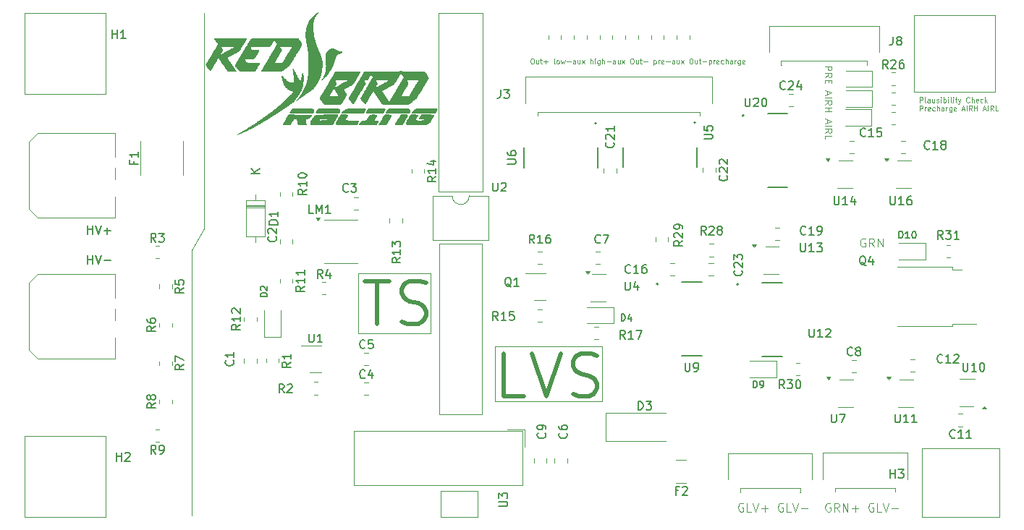
<source format=gbr>
%TF.GenerationSoftware,KiCad,Pcbnew,9.0.0*%
%TF.CreationDate,2025-07-11T04:59:07+08:00*%
%TF.ProjectId,tsal_g_v4.zip,7473616c-5f67-45f7-9634-2e7a69702e6b,rev?*%
%TF.SameCoordinates,Original*%
%TF.FileFunction,Legend,Top*%
%TF.FilePolarity,Positive*%
%FSLAX46Y46*%
G04 Gerber Fmt 4.6, Leading zero omitted, Abs format (unit mm)*
G04 Created by KiCad (PCBNEW 9.0.0) date 2025-07-11 04:59:07*
%MOMM*%
%LPD*%
G01*
G04 APERTURE LIST*
%ADD10C,0.100000*%
%ADD11C,0.500000*%
%ADD12C,0.200000*%
%ADD13C,0.150000*%
%ADD14C,0.120000*%
%ADD15C,0.127000*%
%ADD16C,0.000000*%
G04 APERTURE END LIST*
D10*
X162000000Y-104500000D02*
X171000000Y-104500000D01*
X171000000Y-112500000D01*
X162000000Y-112500000D01*
X162000000Y-104500000D01*
X161000000Y-53750000D02*
X170500000Y-53750000D01*
X170500000Y-62750000D01*
X161000000Y-62750000D01*
X161000000Y-53750000D01*
X105441250Y-53500000D02*
X110558750Y-53500000D01*
X110558750Y-74400000D01*
X105441250Y-74400000D01*
X105441250Y-53500000D01*
X76500000Y-81250000D02*
X76500000Y-112333333D01*
X78000000Y-53500000D02*
X78000000Y-78750000D01*
X78000000Y-78750000D02*
X76500000Y-81250000D01*
X105500000Y-80500000D02*
X110500000Y-80500000D01*
X110500000Y-100500000D01*
X105500000Y-100500000D01*
X105500000Y-80500000D01*
X105625000Y-109460000D02*
X110000000Y-109460000D01*
X110000000Y-112500000D01*
X105625000Y-112500000D01*
X105625000Y-109460000D01*
X112000000Y-92500000D02*
X124500000Y-92500000D01*
X124500000Y-99000000D01*
X112000000Y-99000000D01*
X112000000Y-92500000D01*
X57000000Y-53500000D02*
X66500000Y-53500000D01*
X66500000Y-63000000D01*
X57000000Y-63000000D01*
X57000000Y-53500000D01*
X57000000Y-103000000D02*
X66500000Y-103000000D01*
X66500000Y-112500000D01*
X57000000Y-112500000D01*
X57000000Y-103000000D01*
X96000000Y-84000000D02*
X104500000Y-84000000D01*
X104500000Y-91000000D01*
X96000000Y-91000000D01*
X96000000Y-84000000D01*
X116322931Y-58821371D02*
X116437217Y-58821371D01*
X116437217Y-58821371D02*
X116494360Y-58849942D01*
X116494360Y-58849942D02*
X116551503Y-58907085D01*
X116551503Y-58907085D02*
X116580074Y-59021371D01*
X116580074Y-59021371D02*
X116580074Y-59221371D01*
X116580074Y-59221371D02*
X116551503Y-59335657D01*
X116551503Y-59335657D02*
X116494360Y-59392800D01*
X116494360Y-59392800D02*
X116437217Y-59421371D01*
X116437217Y-59421371D02*
X116322931Y-59421371D01*
X116322931Y-59421371D02*
X116265789Y-59392800D01*
X116265789Y-59392800D02*
X116208646Y-59335657D01*
X116208646Y-59335657D02*
X116180074Y-59221371D01*
X116180074Y-59221371D02*
X116180074Y-59021371D01*
X116180074Y-59021371D02*
X116208646Y-58907085D01*
X116208646Y-58907085D02*
X116265789Y-58849942D01*
X116265789Y-58849942D02*
X116322931Y-58821371D01*
X117094360Y-59021371D02*
X117094360Y-59421371D01*
X116837217Y-59021371D02*
X116837217Y-59335657D01*
X116837217Y-59335657D02*
X116865788Y-59392800D01*
X116865788Y-59392800D02*
X116922931Y-59421371D01*
X116922931Y-59421371D02*
X117008645Y-59421371D01*
X117008645Y-59421371D02*
X117065788Y-59392800D01*
X117065788Y-59392800D02*
X117094360Y-59364228D01*
X117294359Y-59021371D02*
X117522931Y-59021371D01*
X117380074Y-58821371D02*
X117380074Y-59335657D01*
X117380074Y-59335657D02*
X117408645Y-59392800D01*
X117408645Y-59392800D02*
X117465788Y-59421371D01*
X117465788Y-59421371D02*
X117522931Y-59421371D01*
X117722931Y-59192800D02*
X118180074Y-59192800D01*
X117951502Y-59421371D02*
X117951502Y-58964228D01*
X119008645Y-59421371D02*
X118951502Y-59392800D01*
X118951502Y-59392800D02*
X118922931Y-59335657D01*
X118922931Y-59335657D02*
X118922931Y-58821371D01*
X119322931Y-59421371D02*
X119265788Y-59392800D01*
X119265788Y-59392800D02*
X119237217Y-59364228D01*
X119237217Y-59364228D02*
X119208645Y-59307085D01*
X119208645Y-59307085D02*
X119208645Y-59135657D01*
X119208645Y-59135657D02*
X119237217Y-59078514D01*
X119237217Y-59078514D02*
X119265788Y-59049942D01*
X119265788Y-59049942D02*
X119322931Y-59021371D01*
X119322931Y-59021371D02*
X119408645Y-59021371D01*
X119408645Y-59021371D02*
X119465788Y-59049942D01*
X119465788Y-59049942D02*
X119494360Y-59078514D01*
X119494360Y-59078514D02*
X119522931Y-59135657D01*
X119522931Y-59135657D02*
X119522931Y-59307085D01*
X119522931Y-59307085D02*
X119494360Y-59364228D01*
X119494360Y-59364228D02*
X119465788Y-59392800D01*
X119465788Y-59392800D02*
X119408645Y-59421371D01*
X119408645Y-59421371D02*
X119322931Y-59421371D01*
X119722931Y-59021371D02*
X119837217Y-59421371D01*
X119837217Y-59421371D02*
X119951502Y-59135657D01*
X119951502Y-59135657D02*
X120065788Y-59421371D01*
X120065788Y-59421371D02*
X120180074Y-59021371D01*
X120408645Y-59192800D02*
X120865788Y-59192800D01*
X121408645Y-59421371D02*
X121408645Y-59107085D01*
X121408645Y-59107085D02*
X121380073Y-59049942D01*
X121380073Y-59049942D02*
X121322930Y-59021371D01*
X121322930Y-59021371D02*
X121208645Y-59021371D01*
X121208645Y-59021371D02*
X121151502Y-59049942D01*
X121408645Y-59392800D02*
X121351502Y-59421371D01*
X121351502Y-59421371D02*
X121208645Y-59421371D01*
X121208645Y-59421371D02*
X121151502Y-59392800D01*
X121151502Y-59392800D02*
X121122930Y-59335657D01*
X121122930Y-59335657D02*
X121122930Y-59278514D01*
X121122930Y-59278514D02*
X121151502Y-59221371D01*
X121151502Y-59221371D02*
X121208645Y-59192800D01*
X121208645Y-59192800D02*
X121351502Y-59192800D01*
X121351502Y-59192800D02*
X121408645Y-59164228D01*
X121951502Y-59021371D02*
X121951502Y-59421371D01*
X121694359Y-59021371D02*
X121694359Y-59335657D01*
X121694359Y-59335657D02*
X121722930Y-59392800D01*
X121722930Y-59392800D02*
X121780073Y-59421371D01*
X121780073Y-59421371D02*
X121865787Y-59421371D01*
X121865787Y-59421371D02*
X121922930Y-59392800D01*
X121922930Y-59392800D02*
X121951502Y-59364228D01*
X122180073Y-59421371D02*
X122494359Y-59021371D01*
X122180073Y-59021371D02*
X122494359Y-59421371D01*
X123180073Y-59421371D02*
X123180073Y-58821371D01*
X123437216Y-59421371D02*
X123437216Y-59107085D01*
X123437216Y-59107085D02*
X123408644Y-59049942D01*
X123408644Y-59049942D02*
X123351501Y-59021371D01*
X123351501Y-59021371D02*
X123265787Y-59021371D01*
X123265787Y-59021371D02*
X123208644Y-59049942D01*
X123208644Y-59049942D02*
X123180073Y-59078514D01*
X123722930Y-59421371D02*
X123722930Y-59021371D01*
X123722930Y-58821371D02*
X123694358Y-58849942D01*
X123694358Y-58849942D02*
X123722930Y-58878514D01*
X123722930Y-58878514D02*
X123751501Y-58849942D01*
X123751501Y-58849942D02*
X123722930Y-58821371D01*
X123722930Y-58821371D02*
X123722930Y-58878514D01*
X124265787Y-59021371D02*
X124265787Y-59507085D01*
X124265787Y-59507085D02*
X124237215Y-59564228D01*
X124237215Y-59564228D02*
X124208644Y-59592800D01*
X124208644Y-59592800D02*
X124151501Y-59621371D01*
X124151501Y-59621371D02*
X124065787Y-59621371D01*
X124065787Y-59621371D02*
X124008644Y-59592800D01*
X124265787Y-59392800D02*
X124208644Y-59421371D01*
X124208644Y-59421371D02*
X124094358Y-59421371D01*
X124094358Y-59421371D02*
X124037215Y-59392800D01*
X124037215Y-59392800D02*
X124008644Y-59364228D01*
X124008644Y-59364228D02*
X123980072Y-59307085D01*
X123980072Y-59307085D02*
X123980072Y-59135657D01*
X123980072Y-59135657D02*
X124008644Y-59078514D01*
X124008644Y-59078514D02*
X124037215Y-59049942D01*
X124037215Y-59049942D02*
X124094358Y-59021371D01*
X124094358Y-59021371D02*
X124208644Y-59021371D01*
X124208644Y-59021371D02*
X124265787Y-59049942D01*
X124551501Y-59421371D02*
X124551501Y-58821371D01*
X124808644Y-59421371D02*
X124808644Y-59107085D01*
X124808644Y-59107085D02*
X124780072Y-59049942D01*
X124780072Y-59049942D02*
X124722929Y-59021371D01*
X124722929Y-59021371D02*
X124637215Y-59021371D01*
X124637215Y-59021371D02*
X124580072Y-59049942D01*
X124580072Y-59049942D02*
X124551501Y-59078514D01*
X125094358Y-59192800D02*
X125551501Y-59192800D01*
X126094358Y-59421371D02*
X126094358Y-59107085D01*
X126094358Y-59107085D02*
X126065786Y-59049942D01*
X126065786Y-59049942D02*
X126008643Y-59021371D01*
X126008643Y-59021371D02*
X125894358Y-59021371D01*
X125894358Y-59021371D02*
X125837215Y-59049942D01*
X126094358Y-59392800D02*
X126037215Y-59421371D01*
X126037215Y-59421371D02*
X125894358Y-59421371D01*
X125894358Y-59421371D02*
X125837215Y-59392800D01*
X125837215Y-59392800D02*
X125808643Y-59335657D01*
X125808643Y-59335657D02*
X125808643Y-59278514D01*
X125808643Y-59278514D02*
X125837215Y-59221371D01*
X125837215Y-59221371D02*
X125894358Y-59192800D01*
X125894358Y-59192800D02*
X126037215Y-59192800D01*
X126037215Y-59192800D02*
X126094358Y-59164228D01*
X126637215Y-59021371D02*
X126637215Y-59421371D01*
X126380072Y-59021371D02*
X126380072Y-59335657D01*
X126380072Y-59335657D02*
X126408643Y-59392800D01*
X126408643Y-59392800D02*
X126465786Y-59421371D01*
X126465786Y-59421371D02*
X126551500Y-59421371D01*
X126551500Y-59421371D02*
X126608643Y-59392800D01*
X126608643Y-59392800D02*
X126637215Y-59364228D01*
X126865786Y-59421371D02*
X127180072Y-59021371D01*
X126865786Y-59021371D02*
X127180072Y-59421371D01*
X127980071Y-58821371D02*
X128094357Y-58821371D01*
X128094357Y-58821371D02*
X128151500Y-58849942D01*
X128151500Y-58849942D02*
X128208643Y-58907085D01*
X128208643Y-58907085D02*
X128237214Y-59021371D01*
X128237214Y-59021371D02*
X128237214Y-59221371D01*
X128237214Y-59221371D02*
X128208643Y-59335657D01*
X128208643Y-59335657D02*
X128151500Y-59392800D01*
X128151500Y-59392800D02*
X128094357Y-59421371D01*
X128094357Y-59421371D02*
X127980071Y-59421371D01*
X127980071Y-59421371D02*
X127922929Y-59392800D01*
X127922929Y-59392800D02*
X127865786Y-59335657D01*
X127865786Y-59335657D02*
X127837214Y-59221371D01*
X127837214Y-59221371D02*
X127837214Y-59021371D01*
X127837214Y-59021371D02*
X127865786Y-58907085D01*
X127865786Y-58907085D02*
X127922929Y-58849942D01*
X127922929Y-58849942D02*
X127980071Y-58821371D01*
X128751500Y-59021371D02*
X128751500Y-59421371D01*
X128494357Y-59021371D02*
X128494357Y-59335657D01*
X128494357Y-59335657D02*
X128522928Y-59392800D01*
X128522928Y-59392800D02*
X128580071Y-59421371D01*
X128580071Y-59421371D02*
X128665785Y-59421371D01*
X128665785Y-59421371D02*
X128722928Y-59392800D01*
X128722928Y-59392800D02*
X128751500Y-59364228D01*
X128951499Y-59021371D02*
X129180071Y-59021371D01*
X129037214Y-58821371D02*
X129037214Y-59335657D01*
X129037214Y-59335657D02*
X129065785Y-59392800D01*
X129065785Y-59392800D02*
X129122928Y-59421371D01*
X129122928Y-59421371D02*
X129180071Y-59421371D01*
X129380071Y-59192800D02*
X129837214Y-59192800D01*
X130580071Y-59021371D02*
X130580071Y-59621371D01*
X130580071Y-59049942D02*
X130637214Y-59021371D01*
X130637214Y-59021371D02*
X130751499Y-59021371D01*
X130751499Y-59021371D02*
X130808642Y-59049942D01*
X130808642Y-59049942D02*
X130837214Y-59078514D01*
X130837214Y-59078514D02*
X130865785Y-59135657D01*
X130865785Y-59135657D02*
X130865785Y-59307085D01*
X130865785Y-59307085D02*
X130837214Y-59364228D01*
X130837214Y-59364228D02*
X130808642Y-59392800D01*
X130808642Y-59392800D02*
X130751499Y-59421371D01*
X130751499Y-59421371D02*
X130637214Y-59421371D01*
X130637214Y-59421371D02*
X130580071Y-59392800D01*
X131122928Y-59421371D02*
X131122928Y-59021371D01*
X131122928Y-59135657D02*
X131151499Y-59078514D01*
X131151499Y-59078514D02*
X131180071Y-59049942D01*
X131180071Y-59049942D02*
X131237213Y-59021371D01*
X131237213Y-59021371D02*
X131294356Y-59021371D01*
X131722928Y-59392800D02*
X131665785Y-59421371D01*
X131665785Y-59421371D02*
X131551500Y-59421371D01*
X131551500Y-59421371D02*
X131494357Y-59392800D01*
X131494357Y-59392800D02*
X131465785Y-59335657D01*
X131465785Y-59335657D02*
X131465785Y-59107085D01*
X131465785Y-59107085D02*
X131494357Y-59049942D01*
X131494357Y-59049942D02*
X131551500Y-59021371D01*
X131551500Y-59021371D02*
X131665785Y-59021371D01*
X131665785Y-59021371D02*
X131722928Y-59049942D01*
X131722928Y-59049942D02*
X131751500Y-59107085D01*
X131751500Y-59107085D02*
X131751500Y-59164228D01*
X131751500Y-59164228D02*
X131465785Y-59221371D01*
X132008643Y-59192800D02*
X132465786Y-59192800D01*
X133008643Y-59421371D02*
X133008643Y-59107085D01*
X133008643Y-59107085D02*
X132980071Y-59049942D01*
X132980071Y-59049942D02*
X132922928Y-59021371D01*
X132922928Y-59021371D02*
X132808643Y-59021371D01*
X132808643Y-59021371D02*
X132751500Y-59049942D01*
X133008643Y-59392800D02*
X132951500Y-59421371D01*
X132951500Y-59421371D02*
X132808643Y-59421371D01*
X132808643Y-59421371D02*
X132751500Y-59392800D01*
X132751500Y-59392800D02*
X132722928Y-59335657D01*
X132722928Y-59335657D02*
X132722928Y-59278514D01*
X132722928Y-59278514D02*
X132751500Y-59221371D01*
X132751500Y-59221371D02*
X132808643Y-59192800D01*
X132808643Y-59192800D02*
X132951500Y-59192800D01*
X132951500Y-59192800D02*
X133008643Y-59164228D01*
X133551500Y-59021371D02*
X133551500Y-59421371D01*
X133294357Y-59021371D02*
X133294357Y-59335657D01*
X133294357Y-59335657D02*
X133322928Y-59392800D01*
X133322928Y-59392800D02*
X133380071Y-59421371D01*
X133380071Y-59421371D02*
X133465785Y-59421371D01*
X133465785Y-59421371D02*
X133522928Y-59392800D01*
X133522928Y-59392800D02*
X133551500Y-59364228D01*
X133780071Y-59421371D02*
X134094357Y-59021371D01*
X133780071Y-59021371D02*
X134094357Y-59421371D01*
X134894356Y-58821371D02*
X135008642Y-58821371D01*
X135008642Y-58821371D02*
X135065785Y-58849942D01*
X135065785Y-58849942D02*
X135122928Y-58907085D01*
X135122928Y-58907085D02*
X135151499Y-59021371D01*
X135151499Y-59021371D02*
X135151499Y-59221371D01*
X135151499Y-59221371D02*
X135122928Y-59335657D01*
X135122928Y-59335657D02*
X135065785Y-59392800D01*
X135065785Y-59392800D02*
X135008642Y-59421371D01*
X135008642Y-59421371D02*
X134894356Y-59421371D01*
X134894356Y-59421371D02*
X134837214Y-59392800D01*
X134837214Y-59392800D02*
X134780071Y-59335657D01*
X134780071Y-59335657D02*
X134751499Y-59221371D01*
X134751499Y-59221371D02*
X134751499Y-59021371D01*
X134751499Y-59021371D02*
X134780071Y-58907085D01*
X134780071Y-58907085D02*
X134837214Y-58849942D01*
X134837214Y-58849942D02*
X134894356Y-58821371D01*
X135665785Y-59021371D02*
X135665785Y-59421371D01*
X135408642Y-59021371D02*
X135408642Y-59335657D01*
X135408642Y-59335657D02*
X135437213Y-59392800D01*
X135437213Y-59392800D02*
X135494356Y-59421371D01*
X135494356Y-59421371D02*
X135580070Y-59421371D01*
X135580070Y-59421371D02*
X135637213Y-59392800D01*
X135637213Y-59392800D02*
X135665785Y-59364228D01*
X135865784Y-59021371D02*
X136094356Y-59021371D01*
X135951499Y-58821371D02*
X135951499Y-59335657D01*
X135951499Y-59335657D02*
X135980070Y-59392800D01*
X135980070Y-59392800D02*
X136037213Y-59421371D01*
X136037213Y-59421371D02*
X136094356Y-59421371D01*
X136294356Y-59192800D02*
X136751499Y-59192800D01*
X137037213Y-59021371D02*
X137037213Y-59621371D01*
X137037213Y-59049942D02*
X137094356Y-59021371D01*
X137094356Y-59021371D02*
X137208641Y-59021371D01*
X137208641Y-59021371D02*
X137265784Y-59049942D01*
X137265784Y-59049942D02*
X137294356Y-59078514D01*
X137294356Y-59078514D02*
X137322927Y-59135657D01*
X137322927Y-59135657D02*
X137322927Y-59307085D01*
X137322927Y-59307085D02*
X137294356Y-59364228D01*
X137294356Y-59364228D02*
X137265784Y-59392800D01*
X137265784Y-59392800D02*
X137208641Y-59421371D01*
X137208641Y-59421371D02*
X137094356Y-59421371D01*
X137094356Y-59421371D02*
X137037213Y-59392800D01*
X137580070Y-59421371D02*
X137580070Y-59021371D01*
X137580070Y-59135657D02*
X137608641Y-59078514D01*
X137608641Y-59078514D02*
X137637213Y-59049942D01*
X137637213Y-59049942D02*
X137694355Y-59021371D01*
X137694355Y-59021371D02*
X137751498Y-59021371D01*
X138180070Y-59392800D02*
X138122927Y-59421371D01*
X138122927Y-59421371D02*
X138008642Y-59421371D01*
X138008642Y-59421371D02*
X137951499Y-59392800D01*
X137951499Y-59392800D02*
X137922927Y-59335657D01*
X137922927Y-59335657D02*
X137922927Y-59107085D01*
X137922927Y-59107085D02*
X137951499Y-59049942D01*
X137951499Y-59049942D02*
X138008642Y-59021371D01*
X138008642Y-59021371D02*
X138122927Y-59021371D01*
X138122927Y-59021371D02*
X138180070Y-59049942D01*
X138180070Y-59049942D02*
X138208642Y-59107085D01*
X138208642Y-59107085D02*
X138208642Y-59164228D01*
X138208642Y-59164228D02*
X137922927Y-59221371D01*
X138722928Y-59392800D02*
X138665785Y-59421371D01*
X138665785Y-59421371D02*
X138551499Y-59421371D01*
X138551499Y-59421371D02*
X138494356Y-59392800D01*
X138494356Y-59392800D02*
X138465785Y-59364228D01*
X138465785Y-59364228D02*
X138437213Y-59307085D01*
X138437213Y-59307085D02*
X138437213Y-59135657D01*
X138437213Y-59135657D02*
X138465785Y-59078514D01*
X138465785Y-59078514D02*
X138494356Y-59049942D01*
X138494356Y-59049942D02*
X138551499Y-59021371D01*
X138551499Y-59021371D02*
X138665785Y-59021371D01*
X138665785Y-59021371D02*
X138722928Y-59049942D01*
X138980071Y-59421371D02*
X138980071Y-58821371D01*
X139237214Y-59421371D02*
X139237214Y-59107085D01*
X139237214Y-59107085D02*
X139208642Y-59049942D01*
X139208642Y-59049942D02*
X139151499Y-59021371D01*
X139151499Y-59021371D02*
X139065785Y-59021371D01*
X139065785Y-59021371D02*
X139008642Y-59049942D01*
X139008642Y-59049942D02*
X138980071Y-59078514D01*
X139780071Y-59421371D02*
X139780071Y-59107085D01*
X139780071Y-59107085D02*
X139751499Y-59049942D01*
X139751499Y-59049942D02*
X139694356Y-59021371D01*
X139694356Y-59021371D02*
X139580071Y-59021371D01*
X139580071Y-59021371D02*
X139522928Y-59049942D01*
X139780071Y-59392800D02*
X139722928Y-59421371D01*
X139722928Y-59421371D02*
X139580071Y-59421371D01*
X139580071Y-59421371D02*
X139522928Y-59392800D01*
X139522928Y-59392800D02*
X139494356Y-59335657D01*
X139494356Y-59335657D02*
X139494356Y-59278514D01*
X139494356Y-59278514D02*
X139522928Y-59221371D01*
X139522928Y-59221371D02*
X139580071Y-59192800D01*
X139580071Y-59192800D02*
X139722928Y-59192800D01*
X139722928Y-59192800D02*
X139780071Y-59164228D01*
X140065785Y-59421371D02*
X140065785Y-59021371D01*
X140065785Y-59135657D02*
X140094356Y-59078514D01*
X140094356Y-59078514D02*
X140122928Y-59049942D01*
X140122928Y-59049942D02*
X140180070Y-59021371D01*
X140180070Y-59021371D02*
X140237213Y-59021371D01*
X140694357Y-59021371D02*
X140694357Y-59507085D01*
X140694357Y-59507085D02*
X140665785Y-59564228D01*
X140665785Y-59564228D02*
X140637214Y-59592800D01*
X140637214Y-59592800D02*
X140580071Y-59621371D01*
X140580071Y-59621371D02*
X140494357Y-59621371D01*
X140494357Y-59621371D02*
X140437214Y-59592800D01*
X140694357Y-59392800D02*
X140637214Y-59421371D01*
X140637214Y-59421371D02*
X140522928Y-59421371D01*
X140522928Y-59421371D02*
X140465785Y-59392800D01*
X140465785Y-59392800D02*
X140437214Y-59364228D01*
X140437214Y-59364228D02*
X140408642Y-59307085D01*
X140408642Y-59307085D02*
X140408642Y-59135657D01*
X140408642Y-59135657D02*
X140437214Y-59078514D01*
X140437214Y-59078514D02*
X140465785Y-59049942D01*
X140465785Y-59049942D02*
X140522928Y-59021371D01*
X140522928Y-59021371D02*
X140637214Y-59021371D01*
X140637214Y-59021371D02*
X140694357Y-59049942D01*
X141208642Y-59392800D02*
X141151499Y-59421371D01*
X141151499Y-59421371D02*
X141037214Y-59421371D01*
X141037214Y-59421371D02*
X140980071Y-59392800D01*
X140980071Y-59392800D02*
X140951499Y-59335657D01*
X140951499Y-59335657D02*
X140951499Y-59107085D01*
X140951499Y-59107085D02*
X140980071Y-59049942D01*
X140980071Y-59049942D02*
X141037214Y-59021371D01*
X141037214Y-59021371D02*
X141151499Y-59021371D01*
X141151499Y-59021371D02*
X141208642Y-59049942D01*
X141208642Y-59049942D02*
X141237214Y-59107085D01*
X141237214Y-59107085D02*
X141237214Y-59164228D01*
X141237214Y-59164228D02*
X140951499Y-59221371D01*
D11*
X96805137Y-84862095D02*
X99662280Y-84862095D01*
X98233708Y-89862095D02*
X98233708Y-84862095D01*
X101090851Y-89624000D02*
X101805137Y-89862095D01*
X101805137Y-89862095D02*
X102995613Y-89862095D01*
X102995613Y-89862095D02*
X103471804Y-89624000D01*
X103471804Y-89624000D02*
X103709899Y-89385904D01*
X103709899Y-89385904D02*
X103947994Y-88909714D01*
X103947994Y-88909714D02*
X103947994Y-88433523D01*
X103947994Y-88433523D02*
X103709899Y-87957333D01*
X103709899Y-87957333D02*
X103471804Y-87719238D01*
X103471804Y-87719238D02*
X102995613Y-87481142D01*
X102995613Y-87481142D02*
X102043232Y-87243047D01*
X102043232Y-87243047D02*
X101567042Y-87004952D01*
X101567042Y-87004952D02*
X101328947Y-86766857D01*
X101328947Y-86766857D02*
X101090851Y-86290666D01*
X101090851Y-86290666D02*
X101090851Y-85814476D01*
X101090851Y-85814476D02*
X101328947Y-85338285D01*
X101328947Y-85338285D02*
X101567042Y-85100190D01*
X101567042Y-85100190D02*
X102043232Y-84862095D01*
X102043232Y-84862095D02*
X103233709Y-84862095D01*
X103233709Y-84862095D02*
X103947994Y-85100190D01*
D12*
X64369673Y-79367219D02*
X64369673Y-78367219D01*
X64369673Y-78843409D02*
X64941101Y-78843409D01*
X64941101Y-79367219D02*
X64941101Y-78367219D01*
X65274435Y-78367219D02*
X65607768Y-79367219D01*
X65607768Y-79367219D02*
X65941101Y-78367219D01*
X66274435Y-78986266D02*
X67036340Y-78986266D01*
X66655387Y-79367219D02*
X66655387Y-78605314D01*
D10*
X141027693Y-110920038D02*
X140932455Y-110872419D01*
X140932455Y-110872419D02*
X140789598Y-110872419D01*
X140789598Y-110872419D02*
X140646741Y-110920038D01*
X140646741Y-110920038D02*
X140551503Y-111015276D01*
X140551503Y-111015276D02*
X140503884Y-111110514D01*
X140503884Y-111110514D02*
X140456265Y-111300990D01*
X140456265Y-111300990D02*
X140456265Y-111443847D01*
X140456265Y-111443847D02*
X140503884Y-111634323D01*
X140503884Y-111634323D02*
X140551503Y-111729561D01*
X140551503Y-111729561D02*
X140646741Y-111824800D01*
X140646741Y-111824800D02*
X140789598Y-111872419D01*
X140789598Y-111872419D02*
X140884836Y-111872419D01*
X140884836Y-111872419D02*
X141027693Y-111824800D01*
X141027693Y-111824800D02*
X141075312Y-111777180D01*
X141075312Y-111777180D02*
X141075312Y-111443847D01*
X141075312Y-111443847D02*
X140884836Y-111443847D01*
X141980074Y-111872419D02*
X141503884Y-111872419D01*
X141503884Y-111872419D02*
X141503884Y-110872419D01*
X142170551Y-110872419D02*
X142503884Y-111872419D01*
X142503884Y-111872419D02*
X142837217Y-110872419D01*
X143170551Y-111491466D02*
X143932456Y-111491466D01*
X143551503Y-111872419D02*
X143551503Y-111110514D01*
X145694360Y-110920038D02*
X145599122Y-110872419D01*
X145599122Y-110872419D02*
X145456265Y-110872419D01*
X145456265Y-110872419D02*
X145313408Y-110920038D01*
X145313408Y-110920038D02*
X145218170Y-111015276D01*
X145218170Y-111015276D02*
X145170551Y-111110514D01*
X145170551Y-111110514D02*
X145122932Y-111300990D01*
X145122932Y-111300990D02*
X145122932Y-111443847D01*
X145122932Y-111443847D02*
X145170551Y-111634323D01*
X145170551Y-111634323D02*
X145218170Y-111729561D01*
X145218170Y-111729561D02*
X145313408Y-111824800D01*
X145313408Y-111824800D02*
X145456265Y-111872419D01*
X145456265Y-111872419D02*
X145551503Y-111872419D01*
X145551503Y-111872419D02*
X145694360Y-111824800D01*
X145694360Y-111824800D02*
X145741979Y-111777180D01*
X145741979Y-111777180D02*
X145741979Y-111443847D01*
X145741979Y-111443847D02*
X145551503Y-111443847D01*
X146646741Y-111872419D02*
X146170551Y-111872419D01*
X146170551Y-111872419D02*
X146170551Y-110872419D01*
X146837218Y-110872419D02*
X147170551Y-111872419D01*
X147170551Y-111872419D02*
X147503884Y-110872419D01*
X147837218Y-111491466D02*
X148599123Y-111491466D01*
D11*
X115400375Y-98362095D02*
X113019423Y-98362095D01*
X113019423Y-98362095D02*
X113019423Y-93362095D01*
X116352756Y-93362095D02*
X118019423Y-98362095D01*
X118019423Y-98362095D02*
X119686089Y-93362095D01*
X121114660Y-98124000D02*
X121828946Y-98362095D01*
X121828946Y-98362095D02*
X123019422Y-98362095D01*
X123019422Y-98362095D02*
X123495613Y-98124000D01*
X123495613Y-98124000D02*
X123733708Y-97885904D01*
X123733708Y-97885904D02*
X123971803Y-97409714D01*
X123971803Y-97409714D02*
X123971803Y-96933523D01*
X123971803Y-96933523D02*
X123733708Y-96457333D01*
X123733708Y-96457333D02*
X123495613Y-96219238D01*
X123495613Y-96219238D02*
X123019422Y-95981142D01*
X123019422Y-95981142D02*
X122067041Y-95743047D01*
X122067041Y-95743047D02*
X121590851Y-95504952D01*
X121590851Y-95504952D02*
X121352756Y-95266857D01*
X121352756Y-95266857D02*
X121114660Y-94790666D01*
X121114660Y-94790666D02*
X121114660Y-94314476D01*
X121114660Y-94314476D02*
X121352756Y-93838285D01*
X121352756Y-93838285D02*
X121590851Y-93600190D01*
X121590851Y-93600190D02*
X122067041Y-93362095D01*
X122067041Y-93362095D02*
X123257518Y-93362095D01*
X123257518Y-93362095D02*
X123971803Y-93600190D01*
D10*
X150603104Y-59756265D02*
X151403104Y-59756265D01*
X151403104Y-59756265D02*
X151403104Y-60061027D01*
X151403104Y-60061027D02*
X151365009Y-60137217D01*
X151365009Y-60137217D02*
X151326914Y-60175312D01*
X151326914Y-60175312D02*
X151250723Y-60213408D01*
X151250723Y-60213408D02*
X151136438Y-60213408D01*
X151136438Y-60213408D02*
X151060247Y-60175312D01*
X151060247Y-60175312D02*
X151022152Y-60137217D01*
X151022152Y-60137217D02*
X150984057Y-60061027D01*
X150984057Y-60061027D02*
X150984057Y-59756265D01*
X150603104Y-61013408D02*
X150984057Y-60746741D01*
X150603104Y-60556265D02*
X151403104Y-60556265D01*
X151403104Y-60556265D02*
X151403104Y-60861027D01*
X151403104Y-60861027D02*
X151365009Y-60937217D01*
X151365009Y-60937217D02*
X151326914Y-60975312D01*
X151326914Y-60975312D02*
X151250723Y-61013408D01*
X151250723Y-61013408D02*
X151136438Y-61013408D01*
X151136438Y-61013408D02*
X151060247Y-60975312D01*
X151060247Y-60975312D02*
X151022152Y-60937217D01*
X151022152Y-60937217D02*
X150984057Y-60861027D01*
X150984057Y-60861027D02*
X150984057Y-60556265D01*
X151022152Y-61356265D02*
X151022152Y-61622931D01*
X150603104Y-61737217D02*
X150603104Y-61356265D01*
X150603104Y-61356265D02*
X151403104Y-61356265D01*
X151403104Y-61356265D02*
X151403104Y-61737217D01*
X150831676Y-62651503D02*
X150831676Y-63032456D01*
X150603104Y-62575313D02*
X151403104Y-62841980D01*
X151403104Y-62841980D02*
X150603104Y-63108646D01*
X150603104Y-63375313D02*
X151403104Y-63375313D01*
X150603104Y-64213408D02*
X150984057Y-63946741D01*
X150603104Y-63756265D02*
X151403104Y-63756265D01*
X151403104Y-63756265D02*
X151403104Y-64061027D01*
X151403104Y-64061027D02*
X151365009Y-64137217D01*
X151365009Y-64137217D02*
X151326914Y-64175312D01*
X151326914Y-64175312D02*
X151250723Y-64213408D01*
X151250723Y-64213408D02*
X151136438Y-64213408D01*
X151136438Y-64213408D02*
X151060247Y-64175312D01*
X151060247Y-64175312D02*
X151022152Y-64137217D01*
X151022152Y-64137217D02*
X150984057Y-64061027D01*
X150984057Y-64061027D02*
X150984057Y-63756265D01*
X150603104Y-64556265D02*
X151403104Y-64556265D01*
X151022152Y-64556265D02*
X151022152Y-65013408D01*
X150603104Y-65013408D02*
X151403104Y-65013408D01*
X150831676Y-65965788D02*
X150831676Y-66346741D01*
X150603104Y-65889598D02*
X151403104Y-66156265D01*
X151403104Y-66156265D02*
X150603104Y-66422931D01*
X150603104Y-66689598D02*
X151403104Y-66689598D01*
X150603104Y-67527693D02*
X150984057Y-67261026D01*
X150603104Y-67070550D02*
X151403104Y-67070550D01*
X151403104Y-67070550D02*
X151403104Y-67375312D01*
X151403104Y-67375312D02*
X151365009Y-67451502D01*
X151365009Y-67451502D02*
X151326914Y-67489597D01*
X151326914Y-67489597D02*
X151250723Y-67527693D01*
X151250723Y-67527693D02*
X151136438Y-67527693D01*
X151136438Y-67527693D02*
X151060247Y-67489597D01*
X151060247Y-67489597D02*
X151022152Y-67451502D01*
X151022152Y-67451502D02*
X150984057Y-67375312D01*
X150984057Y-67375312D02*
X150984057Y-67070550D01*
X150603104Y-68251502D02*
X150603104Y-67870550D01*
X150603104Y-67870550D02*
X151403104Y-67870550D01*
D12*
X64369673Y-82867219D02*
X64369673Y-81867219D01*
X64369673Y-82343409D02*
X64941101Y-82343409D01*
X64941101Y-82867219D02*
X64941101Y-81867219D01*
X65274435Y-81867219D02*
X65607768Y-82867219D01*
X65607768Y-82867219D02*
X65941101Y-81867219D01*
X66274435Y-82486266D02*
X67036340Y-82486266D01*
D10*
X155327693Y-79920038D02*
X155232455Y-79872419D01*
X155232455Y-79872419D02*
X155089598Y-79872419D01*
X155089598Y-79872419D02*
X154946741Y-79920038D01*
X154946741Y-79920038D02*
X154851503Y-80015276D01*
X154851503Y-80015276D02*
X154803884Y-80110514D01*
X154803884Y-80110514D02*
X154756265Y-80300990D01*
X154756265Y-80300990D02*
X154756265Y-80443847D01*
X154756265Y-80443847D02*
X154803884Y-80634323D01*
X154803884Y-80634323D02*
X154851503Y-80729561D01*
X154851503Y-80729561D02*
X154946741Y-80824800D01*
X154946741Y-80824800D02*
X155089598Y-80872419D01*
X155089598Y-80872419D02*
X155184836Y-80872419D01*
X155184836Y-80872419D02*
X155327693Y-80824800D01*
X155327693Y-80824800D02*
X155375312Y-80777180D01*
X155375312Y-80777180D02*
X155375312Y-80443847D01*
X155375312Y-80443847D02*
X155184836Y-80443847D01*
X156375312Y-80872419D02*
X156041979Y-80396228D01*
X155803884Y-80872419D02*
X155803884Y-79872419D01*
X155803884Y-79872419D02*
X156184836Y-79872419D01*
X156184836Y-79872419D02*
X156280074Y-79920038D01*
X156280074Y-79920038D02*
X156327693Y-79967657D01*
X156327693Y-79967657D02*
X156375312Y-80062895D01*
X156375312Y-80062895D02*
X156375312Y-80205752D01*
X156375312Y-80205752D02*
X156327693Y-80300990D01*
X156327693Y-80300990D02*
X156280074Y-80348609D01*
X156280074Y-80348609D02*
X156184836Y-80396228D01*
X156184836Y-80396228D02*
X155803884Y-80396228D01*
X156803884Y-80872419D02*
X156803884Y-79872419D01*
X156803884Y-79872419D02*
X157375312Y-80872419D01*
X157375312Y-80872419D02*
X157375312Y-79872419D01*
X161708646Y-63955405D02*
X161708646Y-63355405D01*
X161708646Y-63355405D02*
X161937217Y-63355405D01*
X161937217Y-63355405D02*
X161994360Y-63383976D01*
X161994360Y-63383976D02*
X162022931Y-63412548D01*
X162022931Y-63412548D02*
X162051503Y-63469691D01*
X162051503Y-63469691D02*
X162051503Y-63555405D01*
X162051503Y-63555405D02*
X162022931Y-63612548D01*
X162022931Y-63612548D02*
X161994360Y-63641119D01*
X161994360Y-63641119D02*
X161937217Y-63669691D01*
X161937217Y-63669691D02*
X161708646Y-63669691D01*
X162394360Y-63955405D02*
X162337217Y-63926834D01*
X162337217Y-63926834D02*
X162308646Y-63869691D01*
X162308646Y-63869691D02*
X162308646Y-63355405D01*
X162880075Y-63955405D02*
X162880075Y-63641119D01*
X162880075Y-63641119D02*
X162851503Y-63583976D01*
X162851503Y-63583976D02*
X162794360Y-63555405D01*
X162794360Y-63555405D02*
X162680075Y-63555405D01*
X162680075Y-63555405D02*
X162622932Y-63583976D01*
X162880075Y-63926834D02*
X162822932Y-63955405D01*
X162822932Y-63955405D02*
X162680075Y-63955405D01*
X162680075Y-63955405D02*
X162622932Y-63926834D01*
X162622932Y-63926834D02*
X162594360Y-63869691D01*
X162594360Y-63869691D02*
X162594360Y-63812548D01*
X162594360Y-63812548D02*
X162622932Y-63755405D01*
X162622932Y-63755405D02*
X162680075Y-63726834D01*
X162680075Y-63726834D02*
X162822932Y-63726834D01*
X162822932Y-63726834D02*
X162880075Y-63698262D01*
X163422932Y-63555405D02*
X163422932Y-63955405D01*
X163165789Y-63555405D02*
X163165789Y-63869691D01*
X163165789Y-63869691D02*
X163194360Y-63926834D01*
X163194360Y-63926834D02*
X163251503Y-63955405D01*
X163251503Y-63955405D02*
X163337217Y-63955405D01*
X163337217Y-63955405D02*
X163394360Y-63926834D01*
X163394360Y-63926834D02*
X163422932Y-63898262D01*
X163680074Y-63926834D02*
X163737217Y-63955405D01*
X163737217Y-63955405D02*
X163851503Y-63955405D01*
X163851503Y-63955405D02*
X163908646Y-63926834D01*
X163908646Y-63926834D02*
X163937217Y-63869691D01*
X163937217Y-63869691D02*
X163937217Y-63841119D01*
X163937217Y-63841119D02*
X163908646Y-63783976D01*
X163908646Y-63783976D02*
X163851503Y-63755405D01*
X163851503Y-63755405D02*
X163765789Y-63755405D01*
X163765789Y-63755405D02*
X163708646Y-63726834D01*
X163708646Y-63726834D02*
X163680074Y-63669691D01*
X163680074Y-63669691D02*
X163680074Y-63641119D01*
X163680074Y-63641119D02*
X163708646Y-63583976D01*
X163708646Y-63583976D02*
X163765789Y-63555405D01*
X163765789Y-63555405D02*
X163851503Y-63555405D01*
X163851503Y-63555405D02*
X163908646Y-63583976D01*
X164194360Y-63955405D02*
X164194360Y-63555405D01*
X164194360Y-63355405D02*
X164165788Y-63383976D01*
X164165788Y-63383976D02*
X164194360Y-63412548D01*
X164194360Y-63412548D02*
X164222931Y-63383976D01*
X164222931Y-63383976D02*
X164194360Y-63355405D01*
X164194360Y-63355405D02*
X164194360Y-63412548D01*
X164480074Y-63955405D02*
X164480074Y-63355405D01*
X164480074Y-63583976D02*
X164537217Y-63555405D01*
X164537217Y-63555405D02*
X164651502Y-63555405D01*
X164651502Y-63555405D02*
X164708645Y-63583976D01*
X164708645Y-63583976D02*
X164737217Y-63612548D01*
X164737217Y-63612548D02*
X164765788Y-63669691D01*
X164765788Y-63669691D02*
X164765788Y-63841119D01*
X164765788Y-63841119D02*
X164737217Y-63898262D01*
X164737217Y-63898262D02*
X164708645Y-63926834D01*
X164708645Y-63926834D02*
X164651502Y-63955405D01*
X164651502Y-63955405D02*
X164537217Y-63955405D01*
X164537217Y-63955405D02*
X164480074Y-63926834D01*
X165022931Y-63955405D02*
X165022931Y-63555405D01*
X165022931Y-63355405D02*
X164994359Y-63383976D01*
X164994359Y-63383976D02*
X165022931Y-63412548D01*
X165022931Y-63412548D02*
X165051502Y-63383976D01*
X165051502Y-63383976D02*
X165022931Y-63355405D01*
X165022931Y-63355405D02*
X165022931Y-63412548D01*
X165394359Y-63955405D02*
X165337216Y-63926834D01*
X165337216Y-63926834D02*
X165308645Y-63869691D01*
X165308645Y-63869691D02*
X165308645Y-63355405D01*
X165622931Y-63955405D02*
X165622931Y-63555405D01*
X165622931Y-63355405D02*
X165594359Y-63383976D01*
X165594359Y-63383976D02*
X165622931Y-63412548D01*
X165622931Y-63412548D02*
X165651502Y-63383976D01*
X165651502Y-63383976D02*
X165622931Y-63355405D01*
X165622931Y-63355405D02*
X165622931Y-63412548D01*
X165822930Y-63555405D02*
X166051502Y-63555405D01*
X165908645Y-63355405D02*
X165908645Y-63869691D01*
X165908645Y-63869691D02*
X165937216Y-63926834D01*
X165937216Y-63926834D02*
X165994359Y-63955405D01*
X165994359Y-63955405D02*
X166051502Y-63955405D01*
X166194359Y-63555405D02*
X166337216Y-63955405D01*
X166480073Y-63555405D02*
X166337216Y-63955405D01*
X166337216Y-63955405D02*
X166280073Y-64098262D01*
X166280073Y-64098262D02*
X166251502Y-64126834D01*
X166251502Y-64126834D02*
X166194359Y-64155405D01*
X167508645Y-63898262D02*
X167480073Y-63926834D01*
X167480073Y-63926834D02*
X167394359Y-63955405D01*
X167394359Y-63955405D02*
X167337216Y-63955405D01*
X167337216Y-63955405D02*
X167251502Y-63926834D01*
X167251502Y-63926834D02*
X167194359Y-63869691D01*
X167194359Y-63869691D02*
X167165788Y-63812548D01*
X167165788Y-63812548D02*
X167137216Y-63698262D01*
X167137216Y-63698262D02*
X167137216Y-63612548D01*
X167137216Y-63612548D02*
X167165788Y-63498262D01*
X167165788Y-63498262D02*
X167194359Y-63441119D01*
X167194359Y-63441119D02*
X167251502Y-63383976D01*
X167251502Y-63383976D02*
X167337216Y-63355405D01*
X167337216Y-63355405D02*
X167394359Y-63355405D01*
X167394359Y-63355405D02*
X167480073Y-63383976D01*
X167480073Y-63383976D02*
X167508645Y-63412548D01*
X167765788Y-63955405D02*
X167765788Y-63355405D01*
X168022931Y-63955405D02*
X168022931Y-63641119D01*
X168022931Y-63641119D02*
X167994359Y-63583976D01*
X167994359Y-63583976D02*
X167937216Y-63555405D01*
X167937216Y-63555405D02*
X167851502Y-63555405D01*
X167851502Y-63555405D02*
X167794359Y-63583976D01*
X167794359Y-63583976D02*
X167765788Y-63612548D01*
X168537216Y-63926834D02*
X168480073Y-63955405D01*
X168480073Y-63955405D02*
X168365788Y-63955405D01*
X168365788Y-63955405D02*
X168308645Y-63926834D01*
X168308645Y-63926834D02*
X168280073Y-63869691D01*
X168280073Y-63869691D02*
X168280073Y-63641119D01*
X168280073Y-63641119D02*
X168308645Y-63583976D01*
X168308645Y-63583976D02*
X168365788Y-63555405D01*
X168365788Y-63555405D02*
X168480073Y-63555405D01*
X168480073Y-63555405D02*
X168537216Y-63583976D01*
X168537216Y-63583976D02*
X168565788Y-63641119D01*
X168565788Y-63641119D02*
X168565788Y-63698262D01*
X168565788Y-63698262D02*
X168280073Y-63755405D01*
X169080074Y-63926834D02*
X169022931Y-63955405D01*
X169022931Y-63955405D02*
X168908645Y-63955405D01*
X168908645Y-63955405D02*
X168851502Y-63926834D01*
X168851502Y-63926834D02*
X168822931Y-63898262D01*
X168822931Y-63898262D02*
X168794359Y-63841119D01*
X168794359Y-63841119D02*
X168794359Y-63669691D01*
X168794359Y-63669691D02*
X168822931Y-63612548D01*
X168822931Y-63612548D02*
X168851502Y-63583976D01*
X168851502Y-63583976D02*
X168908645Y-63555405D01*
X168908645Y-63555405D02*
X169022931Y-63555405D01*
X169022931Y-63555405D02*
X169080074Y-63583976D01*
X169337217Y-63955405D02*
X169337217Y-63355405D01*
X169394360Y-63726834D02*
X169565788Y-63955405D01*
X169565788Y-63555405D02*
X169337217Y-63783976D01*
X161708646Y-64921371D02*
X161708646Y-64321371D01*
X161708646Y-64321371D02*
X161937217Y-64321371D01*
X161937217Y-64321371D02*
X161994360Y-64349942D01*
X161994360Y-64349942D02*
X162022931Y-64378514D01*
X162022931Y-64378514D02*
X162051503Y-64435657D01*
X162051503Y-64435657D02*
X162051503Y-64521371D01*
X162051503Y-64521371D02*
X162022931Y-64578514D01*
X162022931Y-64578514D02*
X161994360Y-64607085D01*
X161994360Y-64607085D02*
X161937217Y-64635657D01*
X161937217Y-64635657D02*
X161708646Y-64635657D01*
X162308646Y-64921371D02*
X162308646Y-64521371D01*
X162308646Y-64635657D02*
X162337217Y-64578514D01*
X162337217Y-64578514D02*
X162365789Y-64549942D01*
X162365789Y-64549942D02*
X162422931Y-64521371D01*
X162422931Y-64521371D02*
X162480074Y-64521371D01*
X162908646Y-64892800D02*
X162851503Y-64921371D01*
X162851503Y-64921371D02*
X162737218Y-64921371D01*
X162737218Y-64921371D02*
X162680075Y-64892800D01*
X162680075Y-64892800D02*
X162651503Y-64835657D01*
X162651503Y-64835657D02*
X162651503Y-64607085D01*
X162651503Y-64607085D02*
X162680075Y-64549942D01*
X162680075Y-64549942D02*
X162737218Y-64521371D01*
X162737218Y-64521371D02*
X162851503Y-64521371D01*
X162851503Y-64521371D02*
X162908646Y-64549942D01*
X162908646Y-64549942D02*
X162937218Y-64607085D01*
X162937218Y-64607085D02*
X162937218Y-64664228D01*
X162937218Y-64664228D02*
X162651503Y-64721371D01*
X163451504Y-64892800D02*
X163394361Y-64921371D01*
X163394361Y-64921371D02*
X163280075Y-64921371D01*
X163280075Y-64921371D02*
X163222932Y-64892800D01*
X163222932Y-64892800D02*
X163194361Y-64864228D01*
X163194361Y-64864228D02*
X163165789Y-64807085D01*
X163165789Y-64807085D02*
X163165789Y-64635657D01*
X163165789Y-64635657D02*
X163194361Y-64578514D01*
X163194361Y-64578514D02*
X163222932Y-64549942D01*
X163222932Y-64549942D02*
X163280075Y-64521371D01*
X163280075Y-64521371D02*
X163394361Y-64521371D01*
X163394361Y-64521371D02*
X163451504Y-64549942D01*
X163708647Y-64921371D02*
X163708647Y-64321371D01*
X163965790Y-64921371D02*
X163965790Y-64607085D01*
X163965790Y-64607085D02*
X163937218Y-64549942D01*
X163937218Y-64549942D02*
X163880075Y-64521371D01*
X163880075Y-64521371D02*
X163794361Y-64521371D01*
X163794361Y-64521371D02*
X163737218Y-64549942D01*
X163737218Y-64549942D02*
X163708647Y-64578514D01*
X164508647Y-64921371D02*
X164508647Y-64607085D01*
X164508647Y-64607085D02*
X164480075Y-64549942D01*
X164480075Y-64549942D02*
X164422932Y-64521371D01*
X164422932Y-64521371D02*
X164308647Y-64521371D01*
X164308647Y-64521371D02*
X164251504Y-64549942D01*
X164508647Y-64892800D02*
X164451504Y-64921371D01*
X164451504Y-64921371D02*
X164308647Y-64921371D01*
X164308647Y-64921371D02*
X164251504Y-64892800D01*
X164251504Y-64892800D02*
X164222932Y-64835657D01*
X164222932Y-64835657D02*
X164222932Y-64778514D01*
X164222932Y-64778514D02*
X164251504Y-64721371D01*
X164251504Y-64721371D02*
X164308647Y-64692800D01*
X164308647Y-64692800D02*
X164451504Y-64692800D01*
X164451504Y-64692800D02*
X164508647Y-64664228D01*
X164794361Y-64921371D02*
X164794361Y-64521371D01*
X164794361Y-64635657D02*
X164822932Y-64578514D01*
X164822932Y-64578514D02*
X164851504Y-64549942D01*
X164851504Y-64549942D02*
X164908646Y-64521371D01*
X164908646Y-64521371D02*
X164965789Y-64521371D01*
X165422933Y-64521371D02*
X165422933Y-65007085D01*
X165422933Y-65007085D02*
X165394361Y-65064228D01*
X165394361Y-65064228D02*
X165365790Y-65092800D01*
X165365790Y-65092800D02*
X165308647Y-65121371D01*
X165308647Y-65121371D02*
X165222933Y-65121371D01*
X165222933Y-65121371D02*
X165165790Y-65092800D01*
X165422933Y-64892800D02*
X165365790Y-64921371D01*
X165365790Y-64921371D02*
X165251504Y-64921371D01*
X165251504Y-64921371D02*
X165194361Y-64892800D01*
X165194361Y-64892800D02*
X165165790Y-64864228D01*
X165165790Y-64864228D02*
X165137218Y-64807085D01*
X165137218Y-64807085D02*
X165137218Y-64635657D01*
X165137218Y-64635657D02*
X165165790Y-64578514D01*
X165165790Y-64578514D02*
X165194361Y-64549942D01*
X165194361Y-64549942D02*
X165251504Y-64521371D01*
X165251504Y-64521371D02*
X165365790Y-64521371D01*
X165365790Y-64521371D02*
X165422933Y-64549942D01*
X165937218Y-64892800D02*
X165880075Y-64921371D01*
X165880075Y-64921371D02*
X165765790Y-64921371D01*
X165765790Y-64921371D02*
X165708647Y-64892800D01*
X165708647Y-64892800D02*
X165680075Y-64835657D01*
X165680075Y-64835657D02*
X165680075Y-64607085D01*
X165680075Y-64607085D02*
X165708647Y-64549942D01*
X165708647Y-64549942D02*
X165765790Y-64521371D01*
X165765790Y-64521371D02*
X165880075Y-64521371D01*
X165880075Y-64521371D02*
X165937218Y-64549942D01*
X165937218Y-64549942D02*
X165965790Y-64607085D01*
X165965790Y-64607085D02*
X165965790Y-64664228D01*
X165965790Y-64664228D02*
X165680075Y-64721371D01*
X166651504Y-64749942D02*
X166937219Y-64749942D01*
X166594361Y-64921371D02*
X166794361Y-64321371D01*
X166794361Y-64321371D02*
X166994361Y-64921371D01*
X167194362Y-64921371D02*
X167194362Y-64321371D01*
X167822933Y-64921371D02*
X167622933Y-64635657D01*
X167480076Y-64921371D02*
X167480076Y-64321371D01*
X167480076Y-64321371D02*
X167708647Y-64321371D01*
X167708647Y-64321371D02*
X167765790Y-64349942D01*
X167765790Y-64349942D02*
X167794361Y-64378514D01*
X167794361Y-64378514D02*
X167822933Y-64435657D01*
X167822933Y-64435657D02*
X167822933Y-64521371D01*
X167822933Y-64521371D02*
X167794361Y-64578514D01*
X167794361Y-64578514D02*
X167765790Y-64607085D01*
X167765790Y-64607085D02*
X167708647Y-64635657D01*
X167708647Y-64635657D02*
X167480076Y-64635657D01*
X168080076Y-64921371D02*
X168080076Y-64321371D01*
X168080076Y-64607085D02*
X168422933Y-64607085D01*
X168422933Y-64921371D02*
X168422933Y-64321371D01*
X169137218Y-64749942D02*
X169422933Y-64749942D01*
X169080075Y-64921371D02*
X169280075Y-64321371D01*
X169280075Y-64321371D02*
X169480075Y-64921371D01*
X169680076Y-64921371D02*
X169680076Y-64321371D01*
X170308647Y-64921371D02*
X170108647Y-64635657D01*
X169965790Y-64921371D02*
X169965790Y-64321371D01*
X169965790Y-64321371D02*
X170194361Y-64321371D01*
X170194361Y-64321371D02*
X170251504Y-64349942D01*
X170251504Y-64349942D02*
X170280075Y-64378514D01*
X170280075Y-64378514D02*
X170308647Y-64435657D01*
X170308647Y-64435657D02*
X170308647Y-64521371D01*
X170308647Y-64521371D02*
X170280075Y-64578514D01*
X170280075Y-64578514D02*
X170251504Y-64607085D01*
X170251504Y-64607085D02*
X170194361Y-64635657D01*
X170194361Y-64635657D02*
X169965790Y-64635657D01*
X170851504Y-64921371D02*
X170565790Y-64921371D01*
X170565790Y-64921371D02*
X170565790Y-64321371D01*
X151227693Y-110920038D02*
X151132455Y-110872419D01*
X151132455Y-110872419D02*
X150989598Y-110872419D01*
X150989598Y-110872419D02*
X150846741Y-110920038D01*
X150846741Y-110920038D02*
X150751503Y-111015276D01*
X150751503Y-111015276D02*
X150703884Y-111110514D01*
X150703884Y-111110514D02*
X150656265Y-111300990D01*
X150656265Y-111300990D02*
X150656265Y-111443847D01*
X150656265Y-111443847D02*
X150703884Y-111634323D01*
X150703884Y-111634323D02*
X150751503Y-111729561D01*
X150751503Y-111729561D02*
X150846741Y-111824800D01*
X150846741Y-111824800D02*
X150989598Y-111872419D01*
X150989598Y-111872419D02*
X151084836Y-111872419D01*
X151084836Y-111872419D02*
X151227693Y-111824800D01*
X151227693Y-111824800D02*
X151275312Y-111777180D01*
X151275312Y-111777180D02*
X151275312Y-111443847D01*
X151275312Y-111443847D02*
X151084836Y-111443847D01*
X152275312Y-111872419D02*
X151941979Y-111396228D01*
X151703884Y-111872419D02*
X151703884Y-110872419D01*
X151703884Y-110872419D02*
X152084836Y-110872419D01*
X152084836Y-110872419D02*
X152180074Y-110920038D01*
X152180074Y-110920038D02*
X152227693Y-110967657D01*
X152227693Y-110967657D02*
X152275312Y-111062895D01*
X152275312Y-111062895D02*
X152275312Y-111205752D01*
X152275312Y-111205752D02*
X152227693Y-111300990D01*
X152227693Y-111300990D02*
X152180074Y-111348609D01*
X152180074Y-111348609D02*
X152084836Y-111396228D01*
X152084836Y-111396228D02*
X151703884Y-111396228D01*
X152703884Y-111872419D02*
X152703884Y-110872419D01*
X152703884Y-110872419D02*
X153275312Y-111872419D01*
X153275312Y-111872419D02*
X153275312Y-110872419D01*
X153751503Y-111491466D02*
X154513408Y-111491466D01*
X154132455Y-111872419D02*
X154132455Y-111110514D01*
X156275312Y-110920038D02*
X156180074Y-110872419D01*
X156180074Y-110872419D02*
X156037217Y-110872419D01*
X156037217Y-110872419D02*
X155894360Y-110920038D01*
X155894360Y-110920038D02*
X155799122Y-111015276D01*
X155799122Y-111015276D02*
X155751503Y-111110514D01*
X155751503Y-111110514D02*
X155703884Y-111300990D01*
X155703884Y-111300990D02*
X155703884Y-111443847D01*
X155703884Y-111443847D02*
X155751503Y-111634323D01*
X155751503Y-111634323D02*
X155799122Y-111729561D01*
X155799122Y-111729561D02*
X155894360Y-111824800D01*
X155894360Y-111824800D02*
X156037217Y-111872419D01*
X156037217Y-111872419D02*
X156132455Y-111872419D01*
X156132455Y-111872419D02*
X156275312Y-111824800D01*
X156275312Y-111824800D02*
X156322931Y-111777180D01*
X156322931Y-111777180D02*
X156322931Y-111443847D01*
X156322931Y-111443847D02*
X156132455Y-111443847D01*
X157227693Y-111872419D02*
X156751503Y-111872419D01*
X156751503Y-111872419D02*
X156751503Y-110872419D01*
X157418170Y-110872419D02*
X157751503Y-111872419D01*
X157751503Y-111872419D02*
X158084836Y-110872419D01*
X158418170Y-111491466D02*
X159180075Y-111491466D01*
D13*
X164407142Y-79954819D02*
X164073809Y-79478628D01*
X163835714Y-79954819D02*
X163835714Y-78954819D01*
X163835714Y-78954819D02*
X164216666Y-78954819D01*
X164216666Y-78954819D02*
X164311904Y-79002438D01*
X164311904Y-79002438D02*
X164359523Y-79050057D01*
X164359523Y-79050057D02*
X164407142Y-79145295D01*
X164407142Y-79145295D02*
X164407142Y-79288152D01*
X164407142Y-79288152D02*
X164359523Y-79383390D01*
X164359523Y-79383390D02*
X164311904Y-79431009D01*
X164311904Y-79431009D02*
X164216666Y-79478628D01*
X164216666Y-79478628D02*
X163835714Y-79478628D01*
X164740476Y-78954819D02*
X165359523Y-78954819D01*
X165359523Y-78954819D02*
X165026190Y-79335771D01*
X165026190Y-79335771D02*
X165169047Y-79335771D01*
X165169047Y-79335771D02*
X165264285Y-79383390D01*
X165264285Y-79383390D02*
X165311904Y-79431009D01*
X165311904Y-79431009D02*
X165359523Y-79526247D01*
X165359523Y-79526247D02*
X165359523Y-79764342D01*
X165359523Y-79764342D02*
X165311904Y-79859580D01*
X165311904Y-79859580D02*
X165264285Y-79907200D01*
X165264285Y-79907200D02*
X165169047Y-79954819D01*
X165169047Y-79954819D02*
X164883333Y-79954819D01*
X164883333Y-79954819D02*
X164788095Y-79907200D01*
X164788095Y-79907200D02*
X164740476Y-79859580D01*
X166311904Y-79954819D02*
X165740476Y-79954819D01*
X166026190Y-79954819D02*
X166026190Y-78954819D01*
X166026190Y-78954819D02*
X165930952Y-79097676D01*
X165930952Y-79097676D02*
X165835714Y-79192914D01*
X165835714Y-79192914D02*
X165740476Y-79240533D01*
X134238095Y-94454819D02*
X134238095Y-95264342D01*
X134238095Y-95264342D02*
X134285714Y-95359580D01*
X134285714Y-95359580D02*
X134333333Y-95407200D01*
X134333333Y-95407200D02*
X134428571Y-95454819D01*
X134428571Y-95454819D02*
X134619047Y-95454819D01*
X134619047Y-95454819D02*
X134714285Y-95407200D01*
X134714285Y-95407200D02*
X134761904Y-95359580D01*
X134761904Y-95359580D02*
X134809523Y-95264342D01*
X134809523Y-95264342D02*
X134809523Y-94454819D01*
X135333333Y-95454819D02*
X135523809Y-95454819D01*
X135523809Y-95454819D02*
X135619047Y-95407200D01*
X135619047Y-95407200D02*
X135666666Y-95359580D01*
X135666666Y-95359580D02*
X135761904Y-95216723D01*
X135761904Y-95216723D02*
X135809523Y-95026247D01*
X135809523Y-95026247D02*
X135809523Y-94645295D01*
X135809523Y-94645295D02*
X135761904Y-94550057D01*
X135761904Y-94550057D02*
X135714285Y-94502438D01*
X135714285Y-94502438D02*
X135619047Y-94454819D01*
X135619047Y-94454819D02*
X135428571Y-94454819D01*
X135428571Y-94454819D02*
X135333333Y-94502438D01*
X135333333Y-94502438D02*
X135285714Y-94550057D01*
X135285714Y-94550057D02*
X135238095Y-94645295D01*
X135238095Y-94645295D02*
X135238095Y-94883390D01*
X135238095Y-94883390D02*
X135285714Y-94978628D01*
X135285714Y-94978628D02*
X135333333Y-95026247D01*
X135333333Y-95026247D02*
X135428571Y-95073866D01*
X135428571Y-95073866D02*
X135619047Y-95073866D01*
X135619047Y-95073866D02*
X135714285Y-95026247D01*
X135714285Y-95026247D02*
X135761904Y-94978628D01*
X135761904Y-94978628D02*
X135809523Y-94883390D01*
X81359580Y-94166666D02*
X81407200Y-94214285D01*
X81407200Y-94214285D02*
X81454819Y-94357142D01*
X81454819Y-94357142D02*
X81454819Y-94452380D01*
X81454819Y-94452380D02*
X81407200Y-94595237D01*
X81407200Y-94595237D02*
X81311961Y-94690475D01*
X81311961Y-94690475D02*
X81216723Y-94738094D01*
X81216723Y-94738094D02*
X81026247Y-94785713D01*
X81026247Y-94785713D02*
X80883390Y-94785713D01*
X80883390Y-94785713D02*
X80692914Y-94738094D01*
X80692914Y-94738094D02*
X80597676Y-94690475D01*
X80597676Y-94690475D02*
X80502438Y-94595237D01*
X80502438Y-94595237D02*
X80454819Y-94452380D01*
X80454819Y-94452380D02*
X80454819Y-94357142D01*
X80454819Y-94357142D02*
X80502438Y-94214285D01*
X80502438Y-94214285D02*
X80550057Y-94166666D01*
X81454819Y-93214285D02*
X81454819Y-93785713D01*
X81454819Y-93499999D02*
X80454819Y-93499999D01*
X80454819Y-93499999D02*
X80597676Y-93595237D01*
X80597676Y-93595237D02*
X80692914Y-93690475D01*
X80692914Y-93690475D02*
X80740533Y-93785713D01*
X133466666Y-109411009D02*
X133133333Y-109411009D01*
X133133333Y-109934819D02*
X133133333Y-108934819D01*
X133133333Y-108934819D02*
X133609523Y-108934819D01*
X133942857Y-109030057D02*
X133990476Y-108982438D01*
X133990476Y-108982438D02*
X134085714Y-108934819D01*
X134085714Y-108934819D02*
X134323809Y-108934819D01*
X134323809Y-108934819D02*
X134419047Y-108982438D01*
X134419047Y-108982438D02*
X134466666Y-109030057D01*
X134466666Y-109030057D02*
X134514285Y-109125295D01*
X134514285Y-109125295D02*
X134514285Y-109220533D01*
X134514285Y-109220533D02*
X134466666Y-109363390D01*
X134466666Y-109363390D02*
X133895238Y-109934819D01*
X133895238Y-109934819D02*
X134514285Y-109934819D01*
X165832742Y-103189580D02*
X165785123Y-103237200D01*
X165785123Y-103237200D02*
X165642266Y-103284819D01*
X165642266Y-103284819D02*
X165547028Y-103284819D01*
X165547028Y-103284819D02*
X165404171Y-103237200D01*
X165404171Y-103237200D02*
X165308933Y-103141961D01*
X165308933Y-103141961D02*
X165261314Y-103046723D01*
X165261314Y-103046723D02*
X165213695Y-102856247D01*
X165213695Y-102856247D02*
X165213695Y-102713390D01*
X165213695Y-102713390D02*
X165261314Y-102522914D01*
X165261314Y-102522914D02*
X165308933Y-102427676D01*
X165308933Y-102427676D02*
X165404171Y-102332438D01*
X165404171Y-102332438D02*
X165547028Y-102284819D01*
X165547028Y-102284819D02*
X165642266Y-102284819D01*
X165642266Y-102284819D02*
X165785123Y-102332438D01*
X165785123Y-102332438D02*
X165832742Y-102380057D01*
X166785123Y-103284819D02*
X166213695Y-103284819D01*
X166499409Y-103284819D02*
X166499409Y-102284819D01*
X166499409Y-102284819D02*
X166404171Y-102427676D01*
X166404171Y-102427676D02*
X166308933Y-102522914D01*
X166308933Y-102522914D02*
X166213695Y-102570533D01*
X167737504Y-103284819D02*
X167166076Y-103284819D01*
X167451790Y-103284819D02*
X167451790Y-102284819D01*
X167451790Y-102284819D02*
X167356552Y-102427676D01*
X167356552Y-102427676D02*
X167261314Y-102522914D01*
X167261314Y-102522914D02*
X167166076Y-102570533D01*
X127857142Y-83859580D02*
X127809523Y-83907200D01*
X127809523Y-83907200D02*
X127666666Y-83954819D01*
X127666666Y-83954819D02*
X127571428Y-83954819D01*
X127571428Y-83954819D02*
X127428571Y-83907200D01*
X127428571Y-83907200D02*
X127333333Y-83811961D01*
X127333333Y-83811961D02*
X127285714Y-83716723D01*
X127285714Y-83716723D02*
X127238095Y-83526247D01*
X127238095Y-83526247D02*
X127238095Y-83383390D01*
X127238095Y-83383390D02*
X127285714Y-83192914D01*
X127285714Y-83192914D02*
X127333333Y-83097676D01*
X127333333Y-83097676D02*
X127428571Y-83002438D01*
X127428571Y-83002438D02*
X127571428Y-82954819D01*
X127571428Y-82954819D02*
X127666666Y-82954819D01*
X127666666Y-82954819D02*
X127809523Y-83002438D01*
X127809523Y-83002438D02*
X127857142Y-83050057D01*
X128809523Y-83954819D02*
X128238095Y-83954819D01*
X128523809Y-83954819D02*
X128523809Y-82954819D01*
X128523809Y-82954819D02*
X128428571Y-83097676D01*
X128428571Y-83097676D02*
X128333333Y-83192914D01*
X128333333Y-83192914D02*
X128238095Y-83240533D01*
X129666666Y-82954819D02*
X129476190Y-82954819D01*
X129476190Y-82954819D02*
X129380952Y-83002438D01*
X129380952Y-83002438D02*
X129333333Y-83050057D01*
X129333333Y-83050057D02*
X129238095Y-83192914D01*
X129238095Y-83192914D02*
X129190476Y-83383390D01*
X129190476Y-83383390D02*
X129190476Y-83764342D01*
X129190476Y-83764342D02*
X129238095Y-83859580D01*
X129238095Y-83859580D02*
X129285714Y-83907200D01*
X129285714Y-83907200D02*
X129380952Y-83954819D01*
X129380952Y-83954819D02*
X129571428Y-83954819D01*
X129571428Y-83954819D02*
X129666666Y-83907200D01*
X129666666Y-83907200D02*
X129714285Y-83859580D01*
X129714285Y-83859580D02*
X129761904Y-83764342D01*
X129761904Y-83764342D02*
X129761904Y-83526247D01*
X129761904Y-83526247D02*
X129714285Y-83431009D01*
X129714285Y-83431009D02*
X129666666Y-83383390D01*
X129666666Y-83383390D02*
X129571428Y-83335771D01*
X129571428Y-83335771D02*
X129380952Y-83335771D01*
X129380952Y-83335771D02*
X129285714Y-83383390D01*
X129285714Y-83383390D02*
X129238095Y-83431009D01*
X129238095Y-83431009D02*
X129190476Y-83526247D01*
X128761905Y-99954819D02*
X128761905Y-98954819D01*
X128761905Y-98954819D02*
X129000000Y-98954819D01*
X129000000Y-98954819D02*
X129142857Y-99002438D01*
X129142857Y-99002438D02*
X129238095Y-99097676D01*
X129238095Y-99097676D02*
X129285714Y-99192914D01*
X129285714Y-99192914D02*
X129333333Y-99383390D01*
X129333333Y-99383390D02*
X129333333Y-99526247D01*
X129333333Y-99526247D02*
X129285714Y-99716723D01*
X129285714Y-99716723D02*
X129238095Y-99811961D01*
X129238095Y-99811961D02*
X129142857Y-99907200D01*
X129142857Y-99907200D02*
X129000000Y-99954819D01*
X129000000Y-99954819D02*
X128761905Y-99954819D01*
X129666667Y-98954819D02*
X130285714Y-98954819D01*
X130285714Y-98954819D02*
X129952381Y-99335771D01*
X129952381Y-99335771D02*
X130095238Y-99335771D01*
X130095238Y-99335771D02*
X130190476Y-99383390D01*
X130190476Y-99383390D02*
X130238095Y-99431009D01*
X130238095Y-99431009D02*
X130285714Y-99526247D01*
X130285714Y-99526247D02*
X130285714Y-99764342D01*
X130285714Y-99764342D02*
X130238095Y-99859580D01*
X130238095Y-99859580D02*
X130190476Y-99907200D01*
X130190476Y-99907200D02*
X130095238Y-99954819D01*
X130095238Y-99954819D02*
X129809524Y-99954819D01*
X129809524Y-99954819D02*
X129714286Y-99907200D01*
X129714286Y-99907200D02*
X129666667Y-99859580D01*
X147761905Y-80454819D02*
X147761905Y-81264342D01*
X147761905Y-81264342D02*
X147809524Y-81359580D01*
X147809524Y-81359580D02*
X147857143Y-81407200D01*
X147857143Y-81407200D02*
X147952381Y-81454819D01*
X147952381Y-81454819D02*
X148142857Y-81454819D01*
X148142857Y-81454819D02*
X148238095Y-81407200D01*
X148238095Y-81407200D02*
X148285714Y-81359580D01*
X148285714Y-81359580D02*
X148333333Y-81264342D01*
X148333333Y-81264342D02*
X148333333Y-80454819D01*
X149333333Y-81454819D02*
X148761905Y-81454819D01*
X149047619Y-81454819D02*
X149047619Y-80454819D01*
X149047619Y-80454819D02*
X148952381Y-80597676D01*
X148952381Y-80597676D02*
X148857143Y-80692914D01*
X148857143Y-80692914D02*
X148761905Y-80740533D01*
X149666667Y-80454819D02*
X150285714Y-80454819D01*
X150285714Y-80454819D02*
X149952381Y-80835771D01*
X149952381Y-80835771D02*
X150095238Y-80835771D01*
X150095238Y-80835771D02*
X150190476Y-80883390D01*
X150190476Y-80883390D02*
X150238095Y-80931009D01*
X150238095Y-80931009D02*
X150285714Y-81026247D01*
X150285714Y-81026247D02*
X150285714Y-81264342D01*
X150285714Y-81264342D02*
X150238095Y-81359580D01*
X150238095Y-81359580D02*
X150190476Y-81407200D01*
X150190476Y-81407200D02*
X150095238Y-81454819D01*
X150095238Y-81454819D02*
X149809524Y-81454819D01*
X149809524Y-81454819D02*
X149714286Y-81407200D01*
X149714286Y-81407200D02*
X149666667Y-81359580D01*
X113904761Y-85550057D02*
X113809523Y-85502438D01*
X113809523Y-85502438D02*
X113714285Y-85407200D01*
X113714285Y-85407200D02*
X113571428Y-85264342D01*
X113571428Y-85264342D02*
X113476190Y-85216723D01*
X113476190Y-85216723D02*
X113380952Y-85216723D01*
X113428571Y-85454819D02*
X113333333Y-85407200D01*
X113333333Y-85407200D02*
X113238095Y-85311961D01*
X113238095Y-85311961D02*
X113190476Y-85121485D01*
X113190476Y-85121485D02*
X113190476Y-84788152D01*
X113190476Y-84788152D02*
X113238095Y-84597676D01*
X113238095Y-84597676D02*
X113333333Y-84502438D01*
X113333333Y-84502438D02*
X113428571Y-84454819D01*
X113428571Y-84454819D02*
X113619047Y-84454819D01*
X113619047Y-84454819D02*
X113714285Y-84502438D01*
X113714285Y-84502438D02*
X113809523Y-84597676D01*
X113809523Y-84597676D02*
X113857142Y-84788152D01*
X113857142Y-84788152D02*
X113857142Y-85121485D01*
X113857142Y-85121485D02*
X113809523Y-85311961D01*
X113809523Y-85311961D02*
X113714285Y-85407200D01*
X113714285Y-85407200D02*
X113619047Y-85454819D01*
X113619047Y-85454819D02*
X113428571Y-85454819D01*
X114809523Y-85454819D02*
X114238095Y-85454819D01*
X114523809Y-85454819D02*
X114523809Y-84454819D01*
X114523809Y-84454819D02*
X114428571Y-84597676D01*
X114428571Y-84597676D02*
X114333333Y-84692914D01*
X114333333Y-84692914D02*
X114238095Y-84740533D01*
X72304819Y-90166666D02*
X71828628Y-90499999D01*
X72304819Y-90738094D02*
X71304819Y-90738094D01*
X71304819Y-90738094D02*
X71304819Y-90357142D01*
X71304819Y-90357142D02*
X71352438Y-90261904D01*
X71352438Y-90261904D02*
X71400057Y-90214285D01*
X71400057Y-90214285D02*
X71495295Y-90166666D01*
X71495295Y-90166666D02*
X71638152Y-90166666D01*
X71638152Y-90166666D02*
X71733390Y-90214285D01*
X71733390Y-90214285D02*
X71781009Y-90261904D01*
X71781009Y-90261904D02*
X71828628Y-90357142D01*
X71828628Y-90357142D02*
X71828628Y-90738094D01*
X71304819Y-89309523D02*
X71304819Y-89499999D01*
X71304819Y-89499999D02*
X71352438Y-89595237D01*
X71352438Y-89595237D02*
X71400057Y-89642856D01*
X71400057Y-89642856D02*
X71542914Y-89738094D01*
X71542914Y-89738094D02*
X71733390Y-89785713D01*
X71733390Y-89785713D02*
X72114342Y-89785713D01*
X72114342Y-89785713D02*
X72209580Y-89738094D01*
X72209580Y-89738094D02*
X72257200Y-89690475D01*
X72257200Y-89690475D02*
X72304819Y-89595237D01*
X72304819Y-89595237D02*
X72304819Y-89404761D01*
X72304819Y-89404761D02*
X72257200Y-89309523D01*
X72257200Y-89309523D02*
X72209580Y-89261904D01*
X72209580Y-89261904D02*
X72114342Y-89214285D01*
X72114342Y-89214285D02*
X71876247Y-89214285D01*
X71876247Y-89214285D02*
X71781009Y-89261904D01*
X71781009Y-89261904D02*
X71733390Y-89309523D01*
X71733390Y-89309523D02*
X71685771Y-89404761D01*
X71685771Y-89404761D02*
X71685771Y-89595237D01*
X71685771Y-89595237D02*
X71733390Y-89690475D01*
X71733390Y-89690475D02*
X71781009Y-89738094D01*
X71781009Y-89738094D02*
X71876247Y-89785713D01*
X127238095Y-84954819D02*
X127238095Y-85764342D01*
X127238095Y-85764342D02*
X127285714Y-85859580D01*
X127285714Y-85859580D02*
X127333333Y-85907200D01*
X127333333Y-85907200D02*
X127428571Y-85954819D01*
X127428571Y-85954819D02*
X127619047Y-85954819D01*
X127619047Y-85954819D02*
X127714285Y-85907200D01*
X127714285Y-85907200D02*
X127761904Y-85859580D01*
X127761904Y-85859580D02*
X127809523Y-85764342D01*
X127809523Y-85764342D02*
X127809523Y-84954819D01*
X128714285Y-85288152D02*
X128714285Y-85954819D01*
X128476190Y-84907200D02*
X128238095Y-85621485D01*
X128238095Y-85621485D02*
X128857142Y-85621485D01*
X127234642Y-91637319D02*
X126901309Y-91161128D01*
X126663214Y-91637319D02*
X126663214Y-90637319D01*
X126663214Y-90637319D02*
X127044166Y-90637319D01*
X127044166Y-90637319D02*
X127139404Y-90684938D01*
X127139404Y-90684938D02*
X127187023Y-90732557D01*
X127187023Y-90732557D02*
X127234642Y-90827795D01*
X127234642Y-90827795D02*
X127234642Y-90970652D01*
X127234642Y-90970652D02*
X127187023Y-91065890D01*
X127187023Y-91065890D02*
X127139404Y-91113509D01*
X127139404Y-91113509D02*
X127044166Y-91161128D01*
X127044166Y-91161128D02*
X126663214Y-91161128D01*
X128187023Y-91637319D02*
X127615595Y-91637319D01*
X127901309Y-91637319D02*
X127901309Y-90637319D01*
X127901309Y-90637319D02*
X127806071Y-90780176D01*
X127806071Y-90780176D02*
X127710833Y-90875414D01*
X127710833Y-90875414D02*
X127615595Y-90923033D01*
X128520357Y-90637319D02*
X129187023Y-90637319D01*
X129187023Y-90637319D02*
X128758452Y-91637319D01*
X91833333Y-84529819D02*
X91500000Y-84053628D01*
X91261905Y-84529819D02*
X91261905Y-83529819D01*
X91261905Y-83529819D02*
X91642857Y-83529819D01*
X91642857Y-83529819D02*
X91738095Y-83577438D01*
X91738095Y-83577438D02*
X91785714Y-83625057D01*
X91785714Y-83625057D02*
X91833333Y-83720295D01*
X91833333Y-83720295D02*
X91833333Y-83863152D01*
X91833333Y-83863152D02*
X91785714Y-83958390D01*
X91785714Y-83958390D02*
X91738095Y-84006009D01*
X91738095Y-84006009D02*
X91642857Y-84053628D01*
X91642857Y-84053628D02*
X91261905Y-84053628D01*
X92690476Y-83863152D02*
X92690476Y-84529819D01*
X92452381Y-83482200D02*
X92214286Y-84196485D01*
X92214286Y-84196485D02*
X92833333Y-84196485D01*
X126787024Y-89544795D02*
X126787024Y-88744795D01*
X126787024Y-88744795D02*
X126977500Y-88744795D01*
X126977500Y-88744795D02*
X127091786Y-88782890D01*
X127091786Y-88782890D02*
X127167976Y-88859080D01*
X127167976Y-88859080D02*
X127206071Y-88935271D01*
X127206071Y-88935271D02*
X127244167Y-89087652D01*
X127244167Y-89087652D02*
X127244167Y-89201938D01*
X127244167Y-89201938D02*
X127206071Y-89354319D01*
X127206071Y-89354319D02*
X127167976Y-89430509D01*
X127167976Y-89430509D02*
X127091786Y-89506700D01*
X127091786Y-89506700D02*
X126977500Y-89544795D01*
X126977500Y-89544795D02*
X126787024Y-89544795D01*
X127929881Y-89011461D02*
X127929881Y-89544795D01*
X127739405Y-88706700D02*
X127548928Y-89278128D01*
X127548928Y-89278128D02*
X128044167Y-89278128D01*
X120359580Y-102666666D02*
X120407200Y-102714285D01*
X120407200Y-102714285D02*
X120454819Y-102857142D01*
X120454819Y-102857142D02*
X120454819Y-102952380D01*
X120454819Y-102952380D02*
X120407200Y-103095237D01*
X120407200Y-103095237D02*
X120311961Y-103190475D01*
X120311961Y-103190475D02*
X120216723Y-103238094D01*
X120216723Y-103238094D02*
X120026247Y-103285713D01*
X120026247Y-103285713D02*
X119883390Y-103285713D01*
X119883390Y-103285713D02*
X119692914Y-103238094D01*
X119692914Y-103238094D02*
X119597676Y-103190475D01*
X119597676Y-103190475D02*
X119502438Y-103095237D01*
X119502438Y-103095237D02*
X119454819Y-102952380D01*
X119454819Y-102952380D02*
X119454819Y-102857142D01*
X119454819Y-102857142D02*
X119502438Y-102714285D01*
X119502438Y-102714285D02*
X119550057Y-102666666D01*
X119454819Y-101809523D02*
X119454819Y-101999999D01*
X119454819Y-101999999D02*
X119502438Y-102095237D01*
X119502438Y-102095237D02*
X119550057Y-102142856D01*
X119550057Y-102142856D02*
X119692914Y-102238094D01*
X119692914Y-102238094D02*
X119883390Y-102285713D01*
X119883390Y-102285713D02*
X120264342Y-102285713D01*
X120264342Y-102285713D02*
X120359580Y-102238094D01*
X120359580Y-102238094D02*
X120407200Y-102190475D01*
X120407200Y-102190475D02*
X120454819Y-102095237D01*
X120454819Y-102095237D02*
X120454819Y-101904761D01*
X120454819Y-101904761D02*
X120407200Y-101809523D01*
X120407200Y-101809523D02*
X120359580Y-101761904D01*
X120359580Y-101761904D02*
X120264342Y-101714285D01*
X120264342Y-101714285D02*
X120026247Y-101714285D01*
X120026247Y-101714285D02*
X119931009Y-101761904D01*
X119931009Y-101761904D02*
X119883390Y-101809523D01*
X119883390Y-101809523D02*
X119835771Y-101904761D01*
X119835771Y-101904761D02*
X119835771Y-102095237D01*
X119835771Y-102095237D02*
X119883390Y-102190475D01*
X119883390Y-102190475D02*
X119931009Y-102238094D01*
X119931009Y-102238094D02*
X120026247Y-102285713D01*
X153833333Y-93529580D02*
X153785714Y-93577200D01*
X153785714Y-93577200D02*
X153642857Y-93624819D01*
X153642857Y-93624819D02*
X153547619Y-93624819D01*
X153547619Y-93624819D02*
X153404762Y-93577200D01*
X153404762Y-93577200D02*
X153309524Y-93481961D01*
X153309524Y-93481961D02*
X153261905Y-93386723D01*
X153261905Y-93386723D02*
X153214286Y-93196247D01*
X153214286Y-93196247D02*
X153214286Y-93053390D01*
X153214286Y-93053390D02*
X153261905Y-92862914D01*
X153261905Y-92862914D02*
X153309524Y-92767676D01*
X153309524Y-92767676D02*
X153404762Y-92672438D01*
X153404762Y-92672438D02*
X153547619Y-92624819D01*
X153547619Y-92624819D02*
X153642857Y-92624819D01*
X153642857Y-92624819D02*
X153785714Y-92672438D01*
X153785714Y-92672438D02*
X153833333Y-92720057D01*
X154404762Y-93053390D02*
X154309524Y-93005771D01*
X154309524Y-93005771D02*
X154261905Y-92958152D01*
X154261905Y-92958152D02*
X154214286Y-92862914D01*
X154214286Y-92862914D02*
X154214286Y-92815295D01*
X154214286Y-92815295D02*
X154261905Y-92720057D01*
X154261905Y-92720057D02*
X154309524Y-92672438D01*
X154309524Y-92672438D02*
X154404762Y-92624819D01*
X154404762Y-92624819D02*
X154595238Y-92624819D01*
X154595238Y-92624819D02*
X154690476Y-92672438D01*
X154690476Y-92672438D02*
X154738095Y-92720057D01*
X154738095Y-92720057D02*
X154785714Y-92815295D01*
X154785714Y-92815295D02*
X154785714Y-92862914D01*
X154785714Y-92862914D02*
X154738095Y-92958152D01*
X154738095Y-92958152D02*
X154690476Y-93005771D01*
X154690476Y-93005771D02*
X154595238Y-93053390D01*
X154595238Y-93053390D02*
X154404762Y-93053390D01*
X154404762Y-93053390D02*
X154309524Y-93101009D01*
X154309524Y-93101009D02*
X154261905Y-93148628D01*
X154261905Y-93148628D02*
X154214286Y-93243866D01*
X154214286Y-93243866D02*
X154214286Y-93434342D01*
X154214286Y-93434342D02*
X154261905Y-93529580D01*
X154261905Y-93529580D02*
X154309524Y-93577200D01*
X154309524Y-93577200D02*
X154404762Y-93624819D01*
X154404762Y-93624819D02*
X154595238Y-93624819D01*
X154595238Y-93624819D02*
X154690476Y-93577200D01*
X154690476Y-93577200D02*
X154738095Y-93529580D01*
X154738095Y-93529580D02*
X154785714Y-93434342D01*
X154785714Y-93434342D02*
X154785714Y-93243866D01*
X154785714Y-93243866D02*
X154738095Y-93148628D01*
X154738095Y-93148628D02*
X154690476Y-93101009D01*
X154690476Y-93101009D02*
X154595238Y-93053390D01*
X159278571Y-79862295D02*
X159278571Y-79062295D01*
X159278571Y-79062295D02*
X159469047Y-79062295D01*
X159469047Y-79062295D02*
X159583333Y-79100390D01*
X159583333Y-79100390D02*
X159659523Y-79176580D01*
X159659523Y-79176580D02*
X159697618Y-79252771D01*
X159697618Y-79252771D02*
X159735714Y-79405152D01*
X159735714Y-79405152D02*
X159735714Y-79519438D01*
X159735714Y-79519438D02*
X159697618Y-79671819D01*
X159697618Y-79671819D02*
X159659523Y-79748009D01*
X159659523Y-79748009D02*
X159583333Y-79824200D01*
X159583333Y-79824200D02*
X159469047Y-79862295D01*
X159469047Y-79862295D02*
X159278571Y-79862295D01*
X160497618Y-79862295D02*
X160040475Y-79862295D01*
X160269047Y-79862295D02*
X160269047Y-79062295D01*
X160269047Y-79062295D02*
X160192856Y-79176580D01*
X160192856Y-79176580D02*
X160116666Y-79252771D01*
X160116666Y-79252771D02*
X160040475Y-79290866D01*
X160992857Y-79062295D02*
X161069047Y-79062295D01*
X161069047Y-79062295D02*
X161145238Y-79100390D01*
X161145238Y-79100390D02*
X161183333Y-79138485D01*
X161183333Y-79138485D02*
X161221428Y-79214676D01*
X161221428Y-79214676D02*
X161259523Y-79367057D01*
X161259523Y-79367057D02*
X161259523Y-79557533D01*
X161259523Y-79557533D02*
X161221428Y-79709914D01*
X161221428Y-79709914D02*
X161183333Y-79786104D01*
X161183333Y-79786104D02*
X161145238Y-79824200D01*
X161145238Y-79824200D02*
X161069047Y-79862295D01*
X161069047Y-79862295D02*
X160992857Y-79862295D01*
X160992857Y-79862295D02*
X160916666Y-79824200D01*
X160916666Y-79824200D02*
X160878571Y-79786104D01*
X160878571Y-79786104D02*
X160840476Y-79709914D01*
X160840476Y-79709914D02*
X160802380Y-79557533D01*
X160802380Y-79557533D02*
X160802380Y-79367057D01*
X160802380Y-79367057D02*
X160840476Y-79214676D01*
X160840476Y-79214676D02*
X160878571Y-79138485D01*
X160878571Y-79138485D02*
X160916666Y-79100390D01*
X160916666Y-79100390D02*
X160992857Y-79062295D01*
X89954819Y-74142857D02*
X89478628Y-74476190D01*
X89954819Y-74714285D02*
X88954819Y-74714285D01*
X88954819Y-74714285D02*
X88954819Y-74333333D01*
X88954819Y-74333333D02*
X89002438Y-74238095D01*
X89002438Y-74238095D02*
X89050057Y-74190476D01*
X89050057Y-74190476D02*
X89145295Y-74142857D01*
X89145295Y-74142857D02*
X89288152Y-74142857D01*
X89288152Y-74142857D02*
X89383390Y-74190476D01*
X89383390Y-74190476D02*
X89431009Y-74238095D01*
X89431009Y-74238095D02*
X89478628Y-74333333D01*
X89478628Y-74333333D02*
X89478628Y-74714285D01*
X89954819Y-73190476D02*
X89954819Y-73761904D01*
X89954819Y-73476190D02*
X88954819Y-73476190D01*
X88954819Y-73476190D02*
X89097676Y-73571428D01*
X89097676Y-73571428D02*
X89192914Y-73666666D01*
X89192914Y-73666666D02*
X89240533Y-73761904D01*
X88954819Y-72571428D02*
X88954819Y-72476190D01*
X88954819Y-72476190D02*
X89002438Y-72380952D01*
X89002438Y-72380952D02*
X89050057Y-72333333D01*
X89050057Y-72333333D02*
X89145295Y-72285714D01*
X89145295Y-72285714D02*
X89335771Y-72238095D01*
X89335771Y-72238095D02*
X89573866Y-72238095D01*
X89573866Y-72238095D02*
X89764342Y-72285714D01*
X89764342Y-72285714D02*
X89859580Y-72333333D01*
X89859580Y-72333333D02*
X89907200Y-72380952D01*
X89907200Y-72380952D02*
X89954819Y-72476190D01*
X89954819Y-72476190D02*
X89954819Y-72571428D01*
X89954819Y-72571428D02*
X89907200Y-72666666D01*
X89907200Y-72666666D02*
X89859580Y-72714285D01*
X89859580Y-72714285D02*
X89764342Y-72761904D01*
X89764342Y-72761904D02*
X89573866Y-72809523D01*
X89573866Y-72809523D02*
X89335771Y-72809523D01*
X89335771Y-72809523D02*
X89145295Y-72761904D01*
X89145295Y-72761904D02*
X89050057Y-72714285D01*
X89050057Y-72714285D02*
X89002438Y-72666666D01*
X89002438Y-72666666D02*
X88954819Y-72571428D01*
X96795833Y-96179580D02*
X96748214Y-96227200D01*
X96748214Y-96227200D02*
X96605357Y-96274819D01*
X96605357Y-96274819D02*
X96510119Y-96274819D01*
X96510119Y-96274819D02*
X96367262Y-96227200D01*
X96367262Y-96227200D02*
X96272024Y-96131961D01*
X96272024Y-96131961D02*
X96224405Y-96036723D01*
X96224405Y-96036723D02*
X96176786Y-95846247D01*
X96176786Y-95846247D02*
X96176786Y-95703390D01*
X96176786Y-95703390D02*
X96224405Y-95512914D01*
X96224405Y-95512914D02*
X96272024Y-95417676D01*
X96272024Y-95417676D02*
X96367262Y-95322438D01*
X96367262Y-95322438D02*
X96510119Y-95274819D01*
X96510119Y-95274819D02*
X96605357Y-95274819D01*
X96605357Y-95274819D02*
X96748214Y-95322438D01*
X96748214Y-95322438D02*
X96795833Y-95370057D01*
X97652976Y-95608152D02*
X97652976Y-96274819D01*
X97414881Y-95227200D02*
X97176786Y-95941485D01*
X97176786Y-95941485D02*
X97795833Y-95941485D01*
X162857142Y-69359580D02*
X162809523Y-69407200D01*
X162809523Y-69407200D02*
X162666666Y-69454819D01*
X162666666Y-69454819D02*
X162571428Y-69454819D01*
X162571428Y-69454819D02*
X162428571Y-69407200D01*
X162428571Y-69407200D02*
X162333333Y-69311961D01*
X162333333Y-69311961D02*
X162285714Y-69216723D01*
X162285714Y-69216723D02*
X162238095Y-69026247D01*
X162238095Y-69026247D02*
X162238095Y-68883390D01*
X162238095Y-68883390D02*
X162285714Y-68692914D01*
X162285714Y-68692914D02*
X162333333Y-68597676D01*
X162333333Y-68597676D02*
X162428571Y-68502438D01*
X162428571Y-68502438D02*
X162571428Y-68454819D01*
X162571428Y-68454819D02*
X162666666Y-68454819D01*
X162666666Y-68454819D02*
X162809523Y-68502438D01*
X162809523Y-68502438D02*
X162857142Y-68550057D01*
X163809523Y-69454819D02*
X163238095Y-69454819D01*
X163523809Y-69454819D02*
X163523809Y-68454819D01*
X163523809Y-68454819D02*
X163428571Y-68597676D01*
X163428571Y-68597676D02*
X163333333Y-68692914D01*
X163333333Y-68692914D02*
X163238095Y-68740533D01*
X164380952Y-68883390D02*
X164285714Y-68835771D01*
X164285714Y-68835771D02*
X164238095Y-68788152D01*
X164238095Y-68788152D02*
X164190476Y-68692914D01*
X164190476Y-68692914D02*
X164190476Y-68645295D01*
X164190476Y-68645295D02*
X164238095Y-68550057D01*
X164238095Y-68550057D02*
X164285714Y-68502438D01*
X164285714Y-68502438D02*
X164380952Y-68454819D01*
X164380952Y-68454819D02*
X164571428Y-68454819D01*
X164571428Y-68454819D02*
X164666666Y-68502438D01*
X164666666Y-68502438D02*
X164714285Y-68550057D01*
X164714285Y-68550057D02*
X164761904Y-68645295D01*
X164761904Y-68645295D02*
X164761904Y-68692914D01*
X164761904Y-68692914D02*
X164714285Y-68788152D01*
X164714285Y-68788152D02*
X164666666Y-68835771D01*
X164666666Y-68835771D02*
X164571428Y-68883390D01*
X164571428Y-68883390D02*
X164380952Y-68883390D01*
X164380952Y-68883390D02*
X164285714Y-68931009D01*
X164285714Y-68931009D02*
X164238095Y-68978628D01*
X164238095Y-68978628D02*
X164190476Y-69073866D01*
X164190476Y-69073866D02*
X164190476Y-69264342D01*
X164190476Y-69264342D02*
X164238095Y-69359580D01*
X164238095Y-69359580D02*
X164285714Y-69407200D01*
X164285714Y-69407200D02*
X164380952Y-69454819D01*
X164380952Y-69454819D02*
X164571428Y-69454819D01*
X164571428Y-69454819D02*
X164666666Y-69407200D01*
X164666666Y-69407200D02*
X164714285Y-69359580D01*
X164714285Y-69359580D02*
X164761904Y-69264342D01*
X164761904Y-69264342D02*
X164761904Y-69073866D01*
X164761904Y-69073866D02*
X164714285Y-68978628D01*
X164714285Y-68978628D02*
X164666666Y-68931009D01*
X164666666Y-68931009D02*
X164571428Y-68883390D01*
X166761905Y-94454819D02*
X166761905Y-95264342D01*
X166761905Y-95264342D02*
X166809524Y-95359580D01*
X166809524Y-95359580D02*
X166857143Y-95407200D01*
X166857143Y-95407200D02*
X166952381Y-95454819D01*
X166952381Y-95454819D02*
X167142857Y-95454819D01*
X167142857Y-95454819D02*
X167238095Y-95407200D01*
X167238095Y-95407200D02*
X167285714Y-95359580D01*
X167285714Y-95359580D02*
X167333333Y-95264342D01*
X167333333Y-95264342D02*
X167333333Y-94454819D01*
X168333333Y-95454819D02*
X167761905Y-95454819D01*
X168047619Y-95454819D02*
X168047619Y-94454819D01*
X168047619Y-94454819D02*
X167952381Y-94597676D01*
X167952381Y-94597676D02*
X167857143Y-94692914D01*
X167857143Y-94692914D02*
X167761905Y-94740533D01*
X168952381Y-94454819D02*
X169047619Y-94454819D01*
X169047619Y-94454819D02*
X169142857Y-94502438D01*
X169142857Y-94502438D02*
X169190476Y-94550057D01*
X169190476Y-94550057D02*
X169238095Y-94645295D01*
X169238095Y-94645295D02*
X169285714Y-94835771D01*
X169285714Y-94835771D02*
X169285714Y-95073866D01*
X169285714Y-95073866D02*
X169238095Y-95264342D01*
X169238095Y-95264342D02*
X169190476Y-95359580D01*
X169190476Y-95359580D02*
X169142857Y-95407200D01*
X169142857Y-95407200D02*
X169047619Y-95454819D01*
X169047619Y-95454819D02*
X168952381Y-95454819D01*
X168952381Y-95454819D02*
X168857143Y-95407200D01*
X168857143Y-95407200D02*
X168809524Y-95359580D01*
X168809524Y-95359580D02*
X168761905Y-95264342D01*
X168761905Y-95264342D02*
X168714286Y-95073866D01*
X168714286Y-95073866D02*
X168714286Y-94835771D01*
X168714286Y-94835771D02*
X168761905Y-94645295D01*
X168761905Y-94645295D02*
X168809524Y-94550057D01*
X168809524Y-94550057D02*
X168857143Y-94502438D01*
X168857143Y-94502438D02*
X168952381Y-94454819D01*
X89704819Y-85490357D02*
X89228628Y-85823690D01*
X89704819Y-86061785D02*
X88704819Y-86061785D01*
X88704819Y-86061785D02*
X88704819Y-85680833D01*
X88704819Y-85680833D02*
X88752438Y-85585595D01*
X88752438Y-85585595D02*
X88800057Y-85537976D01*
X88800057Y-85537976D02*
X88895295Y-85490357D01*
X88895295Y-85490357D02*
X89038152Y-85490357D01*
X89038152Y-85490357D02*
X89133390Y-85537976D01*
X89133390Y-85537976D02*
X89181009Y-85585595D01*
X89181009Y-85585595D02*
X89228628Y-85680833D01*
X89228628Y-85680833D02*
X89228628Y-86061785D01*
X89704819Y-84537976D02*
X89704819Y-85109404D01*
X89704819Y-84823690D02*
X88704819Y-84823690D01*
X88704819Y-84823690D02*
X88847676Y-84918928D01*
X88847676Y-84918928D02*
X88942914Y-85014166D01*
X88942914Y-85014166D02*
X88990533Y-85109404D01*
X89704819Y-83585595D02*
X89704819Y-84157023D01*
X89704819Y-83871309D02*
X88704819Y-83871309D01*
X88704819Y-83871309D02*
X88847676Y-83966547D01*
X88847676Y-83966547D02*
X88942914Y-84061785D01*
X88942914Y-84061785D02*
X88990533Y-84157023D01*
X155404761Y-83050057D02*
X155309523Y-83002438D01*
X155309523Y-83002438D02*
X155214285Y-82907200D01*
X155214285Y-82907200D02*
X155071428Y-82764342D01*
X155071428Y-82764342D02*
X154976190Y-82716723D01*
X154976190Y-82716723D02*
X154880952Y-82716723D01*
X154928571Y-82954819D02*
X154833333Y-82907200D01*
X154833333Y-82907200D02*
X154738095Y-82811961D01*
X154738095Y-82811961D02*
X154690476Y-82621485D01*
X154690476Y-82621485D02*
X154690476Y-82288152D01*
X154690476Y-82288152D02*
X154738095Y-82097676D01*
X154738095Y-82097676D02*
X154833333Y-82002438D01*
X154833333Y-82002438D02*
X154928571Y-81954819D01*
X154928571Y-81954819D02*
X155119047Y-81954819D01*
X155119047Y-81954819D02*
X155214285Y-82002438D01*
X155214285Y-82002438D02*
X155309523Y-82097676D01*
X155309523Y-82097676D02*
X155357142Y-82288152D01*
X155357142Y-82288152D02*
X155357142Y-82621485D01*
X155357142Y-82621485D02*
X155309523Y-82811961D01*
X155309523Y-82811961D02*
X155214285Y-82907200D01*
X155214285Y-82907200D02*
X155119047Y-82954819D01*
X155119047Y-82954819D02*
X154928571Y-82954819D01*
X156214285Y-82288152D02*
X156214285Y-82954819D01*
X155976190Y-81907200D02*
X155738095Y-82621485D01*
X155738095Y-82621485D02*
X156357142Y-82621485D01*
X125859580Y-68642857D02*
X125907200Y-68690476D01*
X125907200Y-68690476D02*
X125954819Y-68833333D01*
X125954819Y-68833333D02*
X125954819Y-68928571D01*
X125954819Y-68928571D02*
X125907200Y-69071428D01*
X125907200Y-69071428D02*
X125811961Y-69166666D01*
X125811961Y-69166666D02*
X125716723Y-69214285D01*
X125716723Y-69214285D02*
X125526247Y-69261904D01*
X125526247Y-69261904D02*
X125383390Y-69261904D01*
X125383390Y-69261904D02*
X125192914Y-69214285D01*
X125192914Y-69214285D02*
X125097676Y-69166666D01*
X125097676Y-69166666D02*
X125002438Y-69071428D01*
X125002438Y-69071428D02*
X124954819Y-68928571D01*
X124954819Y-68928571D02*
X124954819Y-68833333D01*
X124954819Y-68833333D02*
X125002438Y-68690476D01*
X125002438Y-68690476D02*
X125050057Y-68642857D01*
X125050057Y-68261904D02*
X125002438Y-68214285D01*
X125002438Y-68214285D02*
X124954819Y-68119047D01*
X124954819Y-68119047D02*
X124954819Y-67880952D01*
X124954819Y-67880952D02*
X125002438Y-67785714D01*
X125002438Y-67785714D02*
X125050057Y-67738095D01*
X125050057Y-67738095D02*
X125145295Y-67690476D01*
X125145295Y-67690476D02*
X125240533Y-67690476D01*
X125240533Y-67690476D02*
X125383390Y-67738095D01*
X125383390Y-67738095D02*
X125954819Y-68309523D01*
X125954819Y-68309523D02*
X125954819Y-67690476D01*
X125954819Y-66738095D02*
X125954819Y-67309523D01*
X125954819Y-67023809D02*
X124954819Y-67023809D01*
X124954819Y-67023809D02*
X125097676Y-67119047D01*
X125097676Y-67119047D02*
X125192914Y-67214285D01*
X125192914Y-67214285D02*
X125240533Y-67309523D01*
X158566666Y-56254819D02*
X158566666Y-56969104D01*
X158566666Y-56969104D02*
X158519047Y-57111961D01*
X158519047Y-57111961D02*
X158423809Y-57207200D01*
X158423809Y-57207200D02*
X158280952Y-57254819D01*
X158280952Y-57254819D02*
X158185714Y-57254819D01*
X159185714Y-56683390D02*
X159090476Y-56635771D01*
X159090476Y-56635771D02*
X159042857Y-56588152D01*
X159042857Y-56588152D02*
X158995238Y-56492914D01*
X158995238Y-56492914D02*
X158995238Y-56445295D01*
X158995238Y-56445295D02*
X159042857Y-56350057D01*
X159042857Y-56350057D02*
X159090476Y-56302438D01*
X159090476Y-56302438D02*
X159185714Y-56254819D01*
X159185714Y-56254819D02*
X159376190Y-56254819D01*
X159376190Y-56254819D02*
X159471428Y-56302438D01*
X159471428Y-56302438D02*
X159519047Y-56350057D01*
X159519047Y-56350057D02*
X159566666Y-56445295D01*
X159566666Y-56445295D02*
X159566666Y-56492914D01*
X159566666Y-56492914D02*
X159519047Y-56588152D01*
X159519047Y-56588152D02*
X159471428Y-56635771D01*
X159471428Y-56635771D02*
X159376190Y-56683390D01*
X159376190Y-56683390D02*
X159185714Y-56683390D01*
X159185714Y-56683390D02*
X159090476Y-56731009D01*
X159090476Y-56731009D02*
X159042857Y-56778628D01*
X159042857Y-56778628D02*
X158995238Y-56873866D01*
X158995238Y-56873866D02*
X158995238Y-57064342D01*
X158995238Y-57064342D02*
X159042857Y-57159580D01*
X159042857Y-57159580D02*
X159090476Y-57207200D01*
X159090476Y-57207200D02*
X159185714Y-57254819D01*
X159185714Y-57254819D02*
X159376190Y-57254819D01*
X159376190Y-57254819D02*
X159471428Y-57207200D01*
X159471428Y-57207200D02*
X159519047Y-57159580D01*
X159519047Y-57159580D02*
X159566666Y-57064342D01*
X159566666Y-57064342D02*
X159566666Y-56873866D01*
X159566666Y-56873866D02*
X159519047Y-56778628D01*
X159519047Y-56778628D02*
X159471428Y-56731009D01*
X159471428Y-56731009D02*
X159376190Y-56683390D01*
X88104819Y-94366666D02*
X87628628Y-94699999D01*
X88104819Y-94938094D02*
X87104819Y-94938094D01*
X87104819Y-94938094D02*
X87104819Y-94557142D01*
X87104819Y-94557142D02*
X87152438Y-94461904D01*
X87152438Y-94461904D02*
X87200057Y-94414285D01*
X87200057Y-94414285D02*
X87295295Y-94366666D01*
X87295295Y-94366666D02*
X87438152Y-94366666D01*
X87438152Y-94366666D02*
X87533390Y-94414285D01*
X87533390Y-94414285D02*
X87581009Y-94461904D01*
X87581009Y-94461904D02*
X87628628Y-94557142D01*
X87628628Y-94557142D02*
X87628628Y-94938094D01*
X88104819Y-93414285D02*
X88104819Y-93985713D01*
X88104819Y-93699999D02*
X87104819Y-93699999D01*
X87104819Y-93699999D02*
X87247676Y-93795237D01*
X87247676Y-93795237D02*
X87342914Y-93890475D01*
X87342914Y-93890475D02*
X87390533Y-93985713D01*
X124333333Y-80359580D02*
X124285714Y-80407200D01*
X124285714Y-80407200D02*
X124142857Y-80454819D01*
X124142857Y-80454819D02*
X124047619Y-80454819D01*
X124047619Y-80454819D02*
X123904762Y-80407200D01*
X123904762Y-80407200D02*
X123809524Y-80311961D01*
X123809524Y-80311961D02*
X123761905Y-80216723D01*
X123761905Y-80216723D02*
X123714286Y-80026247D01*
X123714286Y-80026247D02*
X123714286Y-79883390D01*
X123714286Y-79883390D02*
X123761905Y-79692914D01*
X123761905Y-79692914D02*
X123809524Y-79597676D01*
X123809524Y-79597676D02*
X123904762Y-79502438D01*
X123904762Y-79502438D02*
X124047619Y-79454819D01*
X124047619Y-79454819D02*
X124142857Y-79454819D01*
X124142857Y-79454819D02*
X124285714Y-79502438D01*
X124285714Y-79502438D02*
X124333333Y-79550057D01*
X124666667Y-79454819D02*
X125333333Y-79454819D01*
X125333333Y-79454819D02*
X124904762Y-80454819D01*
X141261905Y-63454819D02*
X141261905Y-64264342D01*
X141261905Y-64264342D02*
X141309524Y-64359580D01*
X141309524Y-64359580D02*
X141357143Y-64407200D01*
X141357143Y-64407200D02*
X141452381Y-64454819D01*
X141452381Y-64454819D02*
X141642857Y-64454819D01*
X141642857Y-64454819D02*
X141738095Y-64407200D01*
X141738095Y-64407200D02*
X141785714Y-64359580D01*
X141785714Y-64359580D02*
X141833333Y-64264342D01*
X141833333Y-64264342D02*
X141833333Y-63454819D01*
X142261905Y-63550057D02*
X142309524Y-63502438D01*
X142309524Y-63502438D02*
X142404762Y-63454819D01*
X142404762Y-63454819D02*
X142642857Y-63454819D01*
X142642857Y-63454819D02*
X142738095Y-63502438D01*
X142738095Y-63502438D02*
X142785714Y-63550057D01*
X142785714Y-63550057D02*
X142833333Y-63645295D01*
X142833333Y-63645295D02*
X142833333Y-63740533D01*
X142833333Y-63740533D02*
X142785714Y-63883390D01*
X142785714Y-63883390D02*
X142214286Y-64454819D01*
X142214286Y-64454819D02*
X142833333Y-64454819D01*
X143452381Y-63454819D02*
X143547619Y-63454819D01*
X143547619Y-63454819D02*
X143642857Y-63502438D01*
X143642857Y-63502438D02*
X143690476Y-63550057D01*
X143690476Y-63550057D02*
X143738095Y-63645295D01*
X143738095Y-63645295D02*
X143785714Y-63835771D01*
X143785714Y-63835771D02*
X143785714Y-64073866D01*
X143785714Y-64073866D02*
X143738095Y-64264342D01*
X143738095Y-64264342D02*
X143690476Y-64359580D01*
X143690476Y-64359580D02*
X143642857Y-64407200D01*
X143642857Y-64407200D02*
X143547619Y-64454819D01*
X143547619Y-64454819D02*
X143452381Y-64454819D01*
X143452381Y-64454819D02*
X143357143Y-64407200D01*
X143357143Y-64407200D02*
X143309524Y-64359580D01*
X143309524Y-64359580D02*
X143261905Y-64264342D01*
X143261905Y-64264342D02*
X143214286Y-64073866D01*
X143214286Y-64073866D02*
X143214286Y-63835771D01*
X143214286Y-63835771D02*
X143261905Y-63645295D01*
X143261905Y-63645295D02*
X143309524Y-63550057D01*
X143309524Y-63550057D02*
X143357143Y-63502438D01*
X143357143Y-63502438D02*
X143452381Y-63454819D01*
X157964642Y-59989422D02*
X157631309Y-59513231D01*
X157393214Y-59989422D02*
X157393214Y-58989422D01*
X157393214Y-58989422D02*
X157774166Y-58989422D01*
X157774166Y-58989422D02*
X157869404Y-59037041D01*
X157869404Y-59037041D02*
X157917023Y-59084660D01*
X157917023Y-59084660D02*
X157964642Y-59179898D01*
X157964642Y-59179898D02*
X157964642Y-59322755D01*
X157964642Y-59322755D02*
X157917023Y-59417993D01*
X157917023Y-59417993D02*
X157869404Y-59465612D01*
X157869404Y-59465612D02*
X157774166Y-59513231D01*
X157774166Y-59513231D02*
X157393214Y-59513231D01*
X158345595Y-59084660D02*
X158393214Y-59037041D01*
X158393214Y-59037041D02*
X158488452Y-58989422D01*
X158488452Y-58989422D02*
X158726547Y-58989422D01*
X158726547Y-58989422D02*
X158821785Y-59037041D01*
X158821785Y-59037041D02*
X158869404Y-59084660D01*
X158869404Y-59084660D02*
X158917023Y-59179898D01*
X158917023Y-59179898D02*
X158917023Y-59275136D01*
X158917023Y-59275136D02*
X158869404Y-59417993D01*
X158869404Y-59417993D02*
X158297976Y-59989422D01*
X158297976Y-59989422D02*
X158917023Y-59989422D01*
X159774166Y-58989422D02*
X159583690Y-58989422D01*
X159583690Y-58989422D02*
X159488452Y-59037041D01*
X159488452Y-59037041D02*
X159440833Y-59084660D01*
X159440833Y-59084660D02*
X159345595Y-59227517D01*
X159345595Y-59227517D02*
X159297976Y-59417993D01*
X159297976Y-59417993D02*
X159297976Y-59798945D01*
X159297976Y-59798945D02*
X159345595Y-59894183D01*
X159345595Y-59894183D02*
X159393214Y-59941803D01*
X159393214Y-59941803D02*
X159488452Y-59989422D01*
X159488452Y-59989422D02*
X159678928Y-59989422D01*
X159678928Y-59989422D02*
X159774166Y-59941803D01*
X159774166Y-59941803D02*
X159821785Y-59894183D01*
X159821785Y-59894183D02*
X159869404Y-59798945D01*
X159869404Y-59798945D02*
X159869404Y-59560850D01*
X159869404Y-59560850D02*
X159821785Y-59465612D01*
X159821785Y-59465612D02*
X159774166Y-59417993D01*
X159774166Y-59417993D02*
X159678928Y-59370374D01*
X159678928Y-59370374D02*
X159488452Y-59370374D01*
X159488452Y-59370374D02*
X159393214Y-59417993D01*
X159393214Y-59417993D02*
X159345595Y-59465612D01*
X159345595Y-59465612D02*
X159297976Y-59560850D01*
X100954819Y-82142857D02*
X100478628Y-82476190D01*
X100954819Y-82714285D02*
X99954819Y-82714285D01*
X99954819Y-82714285D02*
X99954819Y-82333333D01*
X99954819Y-82333333D02*
X100002438Y-82238095D01*
X100002438Y-82238095D02*
X100050057Y-82190476D01*
X100050057Y-82190476D02*
X100145295Y-82142857D01*
X100145295Y-82142857D02*
X100288152Y-82142857D01*
X100288152Y-82142857D02*
X100383390Y-82190476D01*
X100383390Y-82190476D02*
X100431009Y-82238095D01*
X100431009Y-82238095D02*
X100478628Y-82333333D01*
X100478628Y-82333333D02*
X100478628Y-82714285D01*
X100954819Y-81190476D02*
X100954819Y-81761904D01*
X100954819Y-81476190D02*
X99954819Y-81476190D01*
X99954819Y-81476190D02*
X100097676Y-81571428D01*
X100097676Y-81571428D02*
X100192914Y-81666666D01*
X100192914Y-81666666D02*
X100240533Y-81761904D01*
X99954819Y-80857142D02*
X99954819Y-80238095D01*
X99954819Y-80238095D02*
X100335771Y-80571428D01*
X100335771Y-80571428D02*
X100335771Y-80428571D01*
X100335771Y-80428571D02*
X100383390Y-80333333D01*
X100383390Y-80333333D02*
X100431009Y-80285714D01*
X100431009Y-80285714D02*
X100526247Y-80238095D01*
X100526247Y-80238095D02*
X100764342Y-80238095D01*
X100764342Y-80238095D02*
X100859580Y-80285714D01*
X100859580Y-80285714D02*
X100907200Y-80333333D01*
X100907200Y-80333333D02*
X100954819Y-80428571D01*
X100954819Y-80428571D02*
X100954819Y-80714285D01*
X100954819Y-80714285D02*
X100907200Y-80809523D01*
X100907200Y-80809523D02*
X100859580Y-80857142D01*
X86574819Y-78273094D02*
X85574819Y-78273094D01*
X85574819Y-78273094D02*
X85574819Y-78034999D01*
X85574819Y-78034999D02*
X85622438Y-77892142D01*
X85622438Y-77892142D02*
X85717676Y-77796904D01*
X85717676Y-77796904D02*
X85812914Y-77749285D01*
X85812914Y-77749285D02*
X86003390Y-77701666D01*
X86003390Y-77701666D02*
X86146247Y-77701666D01*
X86146247Y-77701666D02*
X86336723Y-77749285D01*
X86336723Y-77749285D02*
X86431961Y-77796904D01*
X86431961Y-77796904D02*
X86527200Y-77892142D01*
X86527200Y-77892142D02*
X86574819Y-78034999D01*
X86574819Y-78034999D02*
X86574819Y-78273094D01*
X86574819Y-76749285D02*
X86574819Y-77320713D01*
X86574819Y-77034999D02*
X85574819Y-77034999D01*
X85574819Y-77034999D02*
X85717676Y-77130237D01*
X85717676Y-77130237D02*
X85812914Y-77225475D01*
X85812914Y-77225475D02*
X85860533Y-77320713D01*
X84454819Y-72261904D02*
X83454819Y-72261904D01*
X84454819Y-71690476D02*
X83883390Y-72119047D01*
X83454819Y-71690476D02*
X84026247Y-72261904D01*
X86359580Y-79666666D02*
X86407200Y-79714285D01*
X86407200Y-79714285D02*
X86454819Y-79857142D01*
X86454819Y-79857142D02*
X86454819Y-79952380D01*
X86454819Y-79952380D02*
X86407200Y-80095237D01*
X86407200Y-80095237D02*
X86311961Y-80190475D01*
X86311961Y-80190475D02*
X86216723Y-80238094D01*
X86216723Y-80238094D02*
X86026247Y-80285713D01*
X86026247Y-80285713D02*
X85883390Y-80285713D01*
X85883390Y-80285713D02*
X85692914Y-80238094D01*
X85692914Y-80238094D02*
X85597676Y-80190475D01*
X85597676Y-80190475D02*
X85502438Y-80095237D01*
X85502438Y-80095237D02*
X85454819Y-79952380D01*
X85454819Y-79952380D02*
X85454819Y-79857142D01*
X85454819Y-79857142D02*
X85502438Y-79714285D01*
X85502438Y-79714285D02*
X85550057Y-79666666D01*
X85550057Y-79285713D02*
X85502438Y-79238094D01*
X85502438Y-79238094D02*
X85454819Y-79142856D01*
X85454819Y-79142856D02*
X85454819Y-78904761D01*
X85454819Y-78904761D02*
X85502438Y-78809523D01*
X85502438Y-78809523D02*
X85550057Y-78761904D01*
X85550057Y-78761904D02*
X85645295Y-78714285D01*
X85645295Y-78714285D02*
X85740533Y-78714285D01*
X85740533Y-78714285D02*
X85883390Y-78761904D01*
X85883390Y-78761904D02*
X86454819Y-79333332D01*
X86454819Y-79333332D02*
X86454819Y-78714285D01*
X136454819Y-68261904D02*
X137264342Y-68261904D01*
X137264342Y-68261904D02*
X137359580Y-68214285D01*
X137359580Y-68214285D02*
X137407200Y-68166666D01*
X137407200Y-68166666D02*
X137454819Y-68071428D01*
X137454819Y-68071428D02*
X137454819Y-67880952D01*
X137454819Y-67880952D02*
X137407200Y-67785714D01*
X137407200Y-67785714D02*
X137359580Y-67738095D01*
X137359580Y-67738095D02*
X137264342Y-67690476D01*
X137264342Y-67690476D02*
X136454819Y-67690476D01*
X136454819Y-66738095D02*
X136454819Y-67214285D01*
X136454819Y-67214285D02*
X136931009Y-67261904D01*
X136931009Y-67261904D02*
X136883390Y-67214285D01*
X136883390Y-67214285D02*
X136835771Y-67119047D01*
X136835771Y-67119047D02*
X136835771Y-66880952D01*
X136835771Y-66880952D02*
X136883390Y-66785714D01*
X136883390Y-66785714D02*
X136931009Y-66738095D01*
X136931009Y-66738095D02*
X137026247Y-66690476D01*
X137026247Y-66690476D02*
X137264342Y-66690476D01*
X137264342Y-66690476D02*
X137359580Y-66738095D01*
X137359580Y-66738095D02*
X137407200Y-66785714D01*
X137407200Y-66785714D02*
X137454819Y-66880952D01*
X137454819Y-66880952D02*
X137454819Y-67119047D01*
X137454819Y-67119047D02*
X137407200Y-67214285D01*
X137407200Y-67214285D02*
X137359580Y-67261904D01*
X158238095Y-107954819D02*
X158238095Y-106954819D01*
X158238095Y-107431009D02*
X158809523Y-107431009D01*
X158809523Y-107954819D02*
X158809523Y-106954819D01*
X159190476Y-106954819D02*
X159809523Y-106954819D01*
X159809523Y-106954819D02*
X159476190Y-107335771D01*
X159476190Y-107335771D02*
X159619047Y-107335771D01*
X159619047Y-107335771D02*
X159714285Y-107383390D01*
X159714285Y-107383390D02*
X159761904Y-107431009D01*
X159761904Y-107431009D02*
X159809523Y-107526247D01*
X159809523Y-107526247D02*
X159809523Y-107764342D01*
X159809523Y-107764342D02*
X159761904Y-107859580D01*
X159761904Y-107859580D02*
X159714285Y-107907200D01*
X159714285Y-107907200D02*
X159619047Y-107954819D01*
X159619047Y-107954819D02*
X159333333Y-107954819D01*
X159333333Y-107954819D02*
X159238095Y-107907200D01*
X159238095Y-107907200D02*
X159190476Y-107859580D01*
X155357142Y-67859580D02*
X155309523Y-67907200D01*
X155309523Y-67907200D02*
X155166666Y-67954819D01*
X155166666Y-67954819D02*
X155071428Y-67954819D01*
X155071428Y-67954819D02*
X154928571Y-67907200D01*
X154928571Y-67907200D02*
X154833333Y-67811961D01*
X154833333Y-67811961D02*
X154785714Y-67716723D01*
X154785714Y-67716723D02*
X154738095Y-67526247D01*
X154738095Y-67526247D02*
X154738095Y-67383390D01*
X154738095Y-67383390D02*
X154785714Y-67192914D01*
X154785714Y-67192914D02*
X154833333Y-67097676D01*
X154833333Y-67097676D02*
X154928571Y-67002438D01*
X154928571Y-67002438D02*
X155071428Y-66954819D01*
X155071428Y-66954819D02*
X155166666Y-66954819D01*
X155166666Y-66954819D02*
X155309523Y-67002438D01*
X155309523Y-67002438D02*
X155357142Y-67050057D01*
X156309523Y-67954819D02*
X155738095Y-67954819D01*
X156023809Y-67954819D02*
X156023809Y-66954819D01*
X156023809Y-66954819D02*
X155928571Y-67097676D01*
X155928571Y-67097676D02*
X155833333Y-67192914D01*
X155833333Y-67192914D02*
X155738095Y-67240533D01*
X157214285Y-66954819D02*
X156738095Y-66954819D01*
X156738095Y-66954819D02*
X156690476Y-67431009D01*
X156690476Y-67431009D02*
X156738095Y-67383390D01*
X156738095Y-67383390D02*
X156833333Y-67335771D01*
X156833333Y-67335771D02*
X157071428Y-67335771D01*
X157071428Y-67335771D02*
X157166666Y-67383390D01*
X157166666Y-67383390D02*
X157214285Y-67431009D01*
X157214285Y-67431009D02*
X157261904Y-67526247D01*
X157261904Y-67526247D02*
X157261904Y-67764342D01*
X157261904Y-67764342D02*
X157214285Y-67859580D01*
X157214285Y-67859580D02*
X157166666Y-67907200D01*
X157166666Y-67907200D02*
X157071428Y-67954819D01*
X157071428Y-67954819D02*
X156833333Y-67954819D01*
X156833333Y-67954819D02*
X156738095Y-67907200D01*
X156738095Y-67907200D02*
X156690476Y-67859580D01*
X148761905Y-90454819D02*
X148761905Y-91264342D01*
X148761905Y-91264342D02*
X148809524Y-91359580D01*
X148809524Y-91359580D02*
X148857143Y-91407200D01*
X148857143Y-91407200D02*
X148952381Y-91454819D01*
X148952381Y-91454819D02*
X149142857Y-91454819D01*
X149142857Y-91454819D02*
X149238095Y-91407200D01*
X149238095Y-91407200D02*
X149285714Y-91359580D01*
X149285714Y-91359580D02*
X149333333Y-91264342D01*
X149333333Y-91264342D02*
X149333333Y-90454819D01*
X150333333Y-91454819D02*
X149761905Y-91454819D01*
X150047619Y-91454819D02*
X150047619Y-90454819D01*
X150047619Y-90454819D02*
X149952381Y-90597676D01*
X149952381Y-90597676D02*
X149857143Y-90692914D01*
X149857143Y-90692914D02*
X149761905Y-90740533D01*
X150714286Y-90550057D02*
X150761905Y-90502438D01*
X150761905Y-90502438D02*
X150857143Y-90454819D01*
X150857143Y-90454819D02*
X151095238Y-90454819D01*
X151095238Y-90454819D02*
X151190476Y-90502438D01*
X151190476Y-90502438D02*
X151238095Y-90550057D01*
X151238095Y-90550057D02*
X151285714Y-90645295D01*
X151285714Y-90645295D02*
X151285714Y-90740533D01*
X151285714Y-90740533D02*
X151238095Y-90883390D01*
X151238095Y-90883390D02*
X150666667Y-91454819D01*
X150666667Y-91454819D02*
X151285714Y-91454819D01*
X87333333Y-97954819D02*
X87000000Y-97478628D01*
X86761905Y-97954819D02*
X86761905Y-96954819D01*
X86761905Y-96954819D02*
X87142857Y-96954819D01*
X87142857Y-96954819D02*
X87238095Y-97002438D01*
X87238095Y-97002438D02*
X87285714Y-97050057D01*
X87285714Y-97050057D02*
X87333333Y-97145295D01*
X87333333Y-97145295D02*
X87333333Y-97288152D01*
X87333333Y-97288152D02*
X87285714Y-97383390D01*
X87285714Y-97383390D02*
X87238095Y-97431009D01*
X87238095Y-97431009D02*
X87142857Y-97478628D01*
X87142857Y-97478628D02*
X86761905Y-97478628D01*
X87714286Y-97050057D02*
X87761905Y-97002438D01*
X87761905Y-97002438D02*
X87857143Y-96954819D01*
X87857143Y-96954819D02*
X88095238Y-96954819D01*
X88095238Y-96954819D02*
X88190476Y-97002438D01*
X88190476Y-97002438D02*
X88238095Y-97050057D01*
X88238095Y-97050057D02*
X88285714Y-97145295D01*
X88285714Y-97145295D02*
X88285714Y-97240533D01*
X88285714Y-97240533D02*
X88238095Y-97383390D01*
X88238095Y-97383390D02*
X87666667Y-97954819D01*
X87666667Y-97954819D02*
X88285714Y-97954819D01*
X164357142Y-94359580D02*
X164309523Y-94407200D01*
X164309523Y-94407200D02*
X164166666Y-94454819D01*
X164166666Y-94454819D02*
X164071428Y-94454819D01*
X164071428Y-94454819D02*
X163928571Y-94407200D01*
X163928571Y-94407200D02*
X163833333Y-94311961D01*
X163833333Y-94311961D02*
X163785714Y-94216723D01*
X163785714Y-94216723D02*
X163738095Y-94026247D01*
X163738095Y-94026247D02*
X163738095Y-93883390D01*
X163738095Y-93883390D02*
X163785714Y-93692914D01*
X163785714Y-93692914D02*
X163833333Y-93597676D01*
X163833333Y-93597676D02*
X163928571Y-93502438D01*
X163928571Y-93502438D02*
X164071428Y-93454819D01*
X164071428Y-93454819D02*
X164166666Y-93454819D01*
X164166666Y-93454819D02*
X164309523Y-93502438D01*
X164309523Y-93502438D02*
X164357142Y-93550057D01*
X165309523Y-94454819D02*
X164738095Y-94454819D01*
X165023809Y-94454819D02*
X165023809Y-93454819D01*
X165023809Y-93454819D02*
X164928571Y-93597676D01*
X164928571Y-93597676D02*
X164833333Y-93692914D01*
X164833333Y-93692914D02*
X164738095Y-93740533D01*
X165690476Y-93550057D02*
X165738095Y-93502438D01*
X165738095Y-93502438D02*
X165833333Y-93454819D01*
X165833333Y-93454819D02*
X166071428Y-93454819D01*
X166071428Y-93454819D02*
X166166666Y-93502438D01*
X166166666Y-93502438D02*
X166214285Y-93550057D01*
X166214285Y-93550057D02*
X166261904Y-93645295D01*
X166261904Y-93645295D02*
X166261904Y-93740533D01*
X166261904Y-93740533D02*
X166214285Y-93883390D01*
X166214285Y-93883390D02*
X165642857Y-94454819D01*
X165642857Y-94454819D02*
X166261904Y-94454819D01*
X111738095Y-73354819D02*
X111738095Y-74164342D01*
X111738095Y-74164342D02*
X111785714Y-74259580D01*
X111785714Y-74259580D02*
X111833333Y-74307200D01*
X111833333Y-74307200D02*
X111928571Y-74354819D01*
X111928571Y-74354819D02*
X112119047Y-74354819D01*
X112119047Y-74354819D02*
X112214285Y-74307200D01*
X112214285Y-74307200D02*
X112261904Y-74259580D01*
X112261904Y-74259580D02*
X112309523Y-74164342D01*
X112309523Y-74164342D02*
X112309523Y-73354819D01*
X112738095Y-73450057D02*
X112785714Y-73402438D01*
X112785714Y-73402438D02*
X112880952Y-73354819D01*
X112880952Y-73354819D02*
X113119047Y-73354819D01*
X113119047Y-73354819D02*
X113214285Y-73402438D01*
X113214285Y-73402438D02*
X113261904Y-73450057D01*
X113261904Y-73450057D02*
X113309523Y-73545295D01*
X113309523Y-73545295D02*
X113309523Y-73640533D01*
X113309523Y-73640533D02*
X113261904Y-73783390D01*
X113261904Y-73783390D02*
X112690476Y-74354819D01*
X112690476Y-74354819D02*
X113309523Y-74354819D01*
X69731009Y-70833333D02*
X69731009Y-71166666D01*
X70254819Y-71166666D02*
X69254819Y-71166666D01*
X69254819Y-71166666D02*
X69254819Y-70690476D01*
X70254819Y-69785714D02*
X70254819Y-70357142D01*
X70254819Y-70071428D02*
X69254819Y-70071428D01*
X69254819Y-70071428D02*
X69397676Y-70166666D01*
X69397676Y-70166666D02*
X69492914Y-70261904D01*
X69492914Y-70261904D02*
X69540533Y-70357142D01*
X140859580Y-83642857D02*
X140907200Y-83690476D01*
X140907200Y-83690476D02*
X140954819Y-83833333D01*
X140954819Y-83833333D02*
X140954819Y-83928571D01*
X140954819Y-83928571D02*
X140907200Y-84071428D01*
X140907200Y-84071428D02*
X140811961Y-84166666D01*
X140811961Y-84166666D02*
X140716723Y-84214285D01*
X140716723Y-84214285D02*
X140526247Y-84261904D01*
X140526247Y-84261904D02*
X140383390Y-84261904D01*
X140383390Y-84261904D02*
X140192914Y-84214285D01*
X140192914Y-84214285D02*
X140097676Y-84166666D01*
X140097676Y-84166666D02*
X140002438Y-84071428D01*
X140002438Y-84071428D02*
X139954819Y-83928571D01*
X139954819Y-83928571D02*
X139954819Y-83833333D01*
X139954819Y-83833333D02*
X140002438Y-83690476D01*
X140002438Y-83690476D02*
X140050057Y-83642857D01*
X140050057Y-83261904D02*
X140002438Y-83214285D01*
X140002438Y-83214285D02*
X139954819Y-83119047D01*
X139954819Y-83119047D02*
X139954819Y-82880952D01*
X139954819Y-82880952D02*
X140002438Y-82785714D01*
X140002438Y-82785714D02*
X140050057Y-82738095D01*
X140050057Y-82738095D02*
X140145295Y-82690476D01*
X140145295Y-82690476D02*
X140240533Y-82690476D01*
X140240533Y-82690476D02*
X140383390Y-82738095D01*
X140383390Y-82738095D02*
X140954819Y-83309523D01*
X140954819Y-83309523D02*
X140954819Y-82690476D01*
X139954819Y-82357142D02*
X139954819Y-81738095D01*
X139954819Y-81738095D02*
X140335771Y-82071428D01*
X140335771Y-82071428D02*
X140335771Y-81928571D01*
X140335771Y-81928571D02*
X140383390Y-81833333D01*
X140383390Y-81833333D02*
X140431009Y-81785714D01*
X140431009Y-81785714D02*
X140526247Y-81738095D01*
X140526247Y-81738095D02*
X140764342Y-81738095D01*
X140764342Y-81738095D02*
X140859580Y-81785714D01*
X140859580Y-81785714D02*
X140907200Y-81833333D01*
X140907200Y-81833333D02*
X140954819Y-81928571D01*
X140954819Y-81928571D02*
X140954819Y-82214285D01*
X140954819Y-82214285D02*
X140907200Y-82309523D01*
X140907200Y-82309523D02*
X140859580Y-82357142D01*
X112357142Y-89454819D02*
X112023809Y-88978628D01*
X111785714Y-89454819D02*
X111785714Y-88454819D01*
X111785714Y-88454819D02*
X112166666Y-88454819D01*
X112166666Y-88454819D02*
X112261904Y-88502438D01*
X112261904Y-88502438D02*
X112309523Y-88550057D01*
X112309523Y-88550057D02*
X112357142Y-88645295D01*
X112357142Y-88645295D02*
X112357142Y-88788152D01*
X112357142Y-88788152D02*
X112309523Y-88883390D01*
X112309523Y-88883390D02*
X112261904Y-88931009D01*
X112261904Y-88931009D02*
X112166666Y-88978628D01*
X112166666Y-88978628D02*
X111785714Y-88978628D01*
X113309523Y-89454819D02*
X112738095Y-89454819D01*
X113023809Y-89454819D02*
X113023809Y-88454819D01*
X113023809Y-88454819D02*
X112928571Y-88597676D01*
X112928571Y-88597676D02*
X112833333Y-88692914D01*
X112833333Y-88692914D02*
X112738095Y-88740533D01*
X114214285Y-88454819D02*
X113738095Y-88454819D01*
X113738095Y-88454819D02*
X113690476Y-88931009D01*
X113690476Y-88931009D02*
X113738095Y-88883390D01*
X113738095Y-88883390D02*
X113833333Y-88835771D01*
X113833333Y-88835771D02*
X114071428Y-88835771D01*
X114071428Y-88835771D02*
X114166666Y-88883390D01*
X114166666Y-88883390D02*
X114214285Y-88931009D01*
X114214285Y-88931009D02*
X114261904Y-89026247D01*
X114261904Y-89026247D02*
X114261904Y-89264342D01*
X114261904Y-89264342D02*
X114214285Y-89359580D01*
X114214285Y-89359580D02*
X114166666Y-89407200D01*
X114166666Y-89407200D02*
X114071428Y-89454819D01*
X114071428Y-89454819D02*
X113833333Y-89454819D01*
X113833333Y-89454819D02*
X113738095Y-89407200D01*
X113738095Y-89407200D02*
X113690476Y-89359580D01*
X151358095Y-100454819D02*
X151358095Y-101264342D01*
X151358095Y-101264342D02*
X151405714Y-101359580D01*
X151405714Y-101359580D02*
X151453333Y-101407200D01*
X151453333Y-101407200D02*
X151548571Y-101454819D01*
X151548571Y-101454819D02*
X151739047Y-101454819D01*
X151739047Y-101454819D02*
X151834285Y-101407200D01*
X151834285Y-101407200D02*
X151881904Y-101359580D01*
X151881904Y-101359580D02*
X151929523Y-101264342D01*
X151929523Y-101264342D02*
X151929523Y-100454819D01*
X152310476Y-100454819D02*
X152977142Y-100454819D01*
X152977142Y-100454819D02*
X152548571Y-101454819D01*
X75604819Y-94666666D02*
X75128628Y-94999999D01*
X75604819Y-95238094D02*
X74604819Y-95238094D01*
X74604819Y-95238094D02*
X74604819Y-94857142D01*
X74604819Y-94857142D02*
X74652438Y-94761904D01*
X74652438Y-94761904D02*
X74700057Y-94714285D01*
X74700057Y-94714285D02*
X74795295Y-94666666D01*
X74795295Y-94666666D02*
X74938152Y-94666666D01*
X74938152Y-94666666D02*
X75033390Y-94714285D01*
X75033390Y-94714285D02*
X75081009Y-94761904D01*
X75081009Y-94761904D02*
X75128628Y-94857142D01*
X75128628Y-94857142D02*
X75128628Y-95238094D01*
X74604819Y-94333332D02*
X74604819Y-93666666D01*
X74604819Y-93666666D02*
X75604819Y-94095237D01*
X112454819Y-111261904D02*
X113264342Y-111261904D01*
X113264342Y-111261904D02*
X113359580Y-111214285D01*
X113359580Y-111214285D02*
X113407200Y-111166666D01*
X113407200Y-111166666D02*
X113454819Y-111071428D01*
X113454819Y-111071428D02*
X113454819Y-110880952D01*
X113454819Y-110880952D02*
X113407200Y-110785714D01*
X113407200Y-110785714D02*
X113359580Y-110738095D01*
X113359580Y-110738095D02*
X113264342Y-110690476D01*
X113264342Y-110690476D02*
X112454819Y-110690476D01*
X112454819Y-110309523D02*
X112454819Y-109690476D01*
X112454819Y-109690476D02*
X112835771Y-110023809D01*
X112835771Y-110023809D02*
X112835771Y-109880952D01*
X112835771Y-109880952D02*
X112883390Y-109785714D01*
X112883390Y-109785714D02*
X112931009Y-109738095D01*
X112931009Y-109738095D02*
X113026247Y-109690476D01*
X113026247Y-109690476D02*
X113264342Y-109690476D01*
X113264342Y-109690476D02*
X113359580Y-109738095D01*
X113359580Y-109738095D02*
X113407200Y-109785714D01*
X113407200Y-109785714D02*
X113454819Y-109880952D01*
X113454819Y-109880952D02*
X113454819Y-110166666D01*
X113454819Y-110166666D02*
X113407200Y-110261904D01*
X113407200Y-110261904D02*
X113359580Y-110309523D01*
X142219524Y-97362295D02*
X142219524Y-96562295D01*
X142219524Y-96562295D02*
X142410000Y-96562295D01*
X142410000Y-96562295D02*
X142524286Y-96600390D01*
X142524286Y-96600390D02*
X142600476Y-96676580D01*
X142600476Y-96676580D02*
X142638571Y-96752771D01*
X142638571Y-96752771D02*
X142676667Y-96905152D01*
X142676667Y-96905152D02*
X142676667Y-97019438D01*
X142676667Y-97019438D02*
X142638571Y-97171819D01*
X142638571Y-97171819D02*
X142600476Y-97248009D01*
X142600476Y-97248009D02*
X142524286Y-97324200D01*
X142524286Y-97324200D02*
X142410000Y-97362295D01*
X142410000Y-97362295D02*
X142219524Y-97362295D01*
X143057619Y-97362295D02*
X143210000Y-97362295D01*
X143210000Y-97362295D02*
X143286190Y-97324200D01*
X143286190Y-97324200D02*
X143324286Y-97286104D01*
X143324286Y-97286104D02*
X143400476Y-97171819D01*
X143400476Y-97171819D02*
X143438571Y-97019438D01*
X143438571Y-97019438D02*
X143438571Y-96714676D01*
X143438571Y-96714676D02*
X143400476Y-96638485D01*
X143400476Y-96638485D02*
X143362381Y-96600390D01*
X143362381Y-96600390D02*
X143286190Y-96562295D01*
X143286190Y-96562295D02*
X143133809Y-96562295D01*
X143133809Y-96562295D02*
X143057619Y-96600390D01*
X143057619Y-96600390D02*
X143019524Y-96638485D01*
X143019524Y-96638485D02*
X142981428Y-96714676D01*
X142981428Y-96714676D02*
X142981428Y-96905152D01*
X142981428Y-96905152D02*
X143019524Y-96981342D01*
X143019524Y-96981342D02*
X143057619Y-97019438D01*
X143057619Y-97019438D02*
X143133809Y-97057533D01*
X143133809Y-97057533D02*
X143286190Y-97057533D01*
X143286190Y-97057533D02*
X143362381Y-97019438D01*
X143362381Y-97019438D02*
X143400476Y-96981342D01*
X143400476Y-96981342D02*
X143438571Y-96905152D01*
X67238095Y-56454819D02*
X67238095Y-55454819D01*
X67238095Y-55931009D02*
X67809523Y-55931009D01*
X67809523Y-56454819D02*
X67809523Y-55454819D01*
X68809523Y-56454819D02*
X68238095Y-56454819D01*
X68523809Y-56454819D02*
X68523809Y-55454819D01*
X68523809Y-55454819D02*
X68428571Y-55597676D01*
X68428571Y-55597676D02*
X68333333Y-55692914D01*
X68333333Y-55692914D02*
X68238095Y-55740533D01*
X75604819Y-85666666D02*
X75128628Y-85999999D01*
X75604819Y-86238094D02*
X74604819Y-86238094D01*
X74604819Y-86238094D02*
X74604819Y-85857142D01*
X74604819Y-85857142D02*
X74652438Y-85761904D01*
X74652438Y-85761904D02*
X74700057Y-85714285D01*
X74700057Y-85714285D02*
X74795295Y-85666666D01*
X74795295Y-85666666D02*
X74938152Y-85666666D01*
X74938152Y-85666666D02*
X75033390Y-85714285D01*
X75033390Y-85714285D02*
X75081009Y-85761904D01*
X75081009Y-85761904D02*
X75128628Y-85857142D01*
X75128628Y-85857142D02*
X75128628Y-86238094D01*
X74604819Y-84761904D02*
X74604819Y-85238094D01*
X74604819Y-85238094D02*
X75081009Y-85285713D01*
X75081009Y-85285713D02*
X75033390Y-85238094D01*
X75033390Y-85238094D02*
X74985771Y-85142856D01*
X74985771Y-85142856D02*
X74985771Y-84904761D01*
X74985771Y-84904761D02*
X75033390Y-84809523D01*
X75033390Y-84809523D02*
X75081009Y-84761904D01*
X75081009Y-84761904D02*
X75176247Y-84714285D01*
X75176247Y-84714285D02*
X75414342Y-84714285D01*
X75414342Y-84714285D02*
X75509580Y-84761904D01*
X75509580Y-84761904D02*
X75557200Y-84809523D01*
X75557200Y-84809523D02*
X75604819Y-84904761D01*
X75604819Y-84904761D02*
X75604819Y-85142856D01*
X75604819Y-85142856D02*
X75557200Y-85238094D01*
X75557200Y-85238094D02*
X75509580Y-85285713D01*
X139118397Y-72501374D02*
X139166017Y-72548993D01*
X139166017Y-72548993D02*
X139213636Y-72691850D01*
X139213636Y-72691850D02*
X139213636Y-72787088D01*
X139213636Y-72787088D02*
X139166017Y-72929945D01*
X139166017Y-72929945D02*
X139070778Y-73025183D01*
X139070778Y-73025183D02*
X138975540Y-73072802D01*
X138975540Y-73072802D02*
X138785064Y-73120421D01*
X138785064Y-73120421D02*
X138642207Y-73120421D01*
X138642207Y-73120421D02*
X138451731Y-73072802D01*
X138451731Y-73072802D02*
X138356493Y-73025183D01*
X138356493Y-73025183D02*
X138261255Y-72929945D01*
X138261255Y-72929945D02*
X138213636Y-72787088D01*
X138213636Y-72787088D02*
X138213636Y-72691850D01*
X138213636Y-72691850D02*
X138261255Y-72548993D01*
X138261255Y-72548993D02*
X138308874Y-72501374D01*
X138308874Y-72120421D02*
X138261255Y-72072802D01*
X138261255Y-72072802D02*
X138213636Y-71977564D01*
X138213636Y-71977564D02*
X138213636Y-71739469D01*
X138213636Y-71739469D02*
X138261255Y-71644231D01*
X138261255Y-71644231D02*
X138308874Y-71596612D01*
X138308874Y-71596612D02*
X138404112Y-71548993D01*
X138404112Y-71548993D02*
X138499350Y-71548993D01*
X138499350Y-71548993D02*
X138642207Y-71596612D01*
X138642207Y-71596612D02*
X139213636Y-72168040D01*
X139213636Y-72168040D02*
X139213636Y-71548993D01*
X138308874Y-71168040D02*
X138261255Y-71120421D01*
X138261255Y-71120421D02*
X138213636Y-71025183D01*
X138213636Y-71025183D02*
X138213636Y-70787088D01*
X138213636Y-70787088D02*
X138261255Y-70691850D01*
X138261255Y-70691850D02*
X138308874Y-70644231D01*
X138308874Y-70644231D02*
X138404112Y-70596612D01*
X138404112Y-70596612D02*
X138499350Y-70596612D01*
X138499350Y-70596612D02*
X138642207Y-70644231D01*
X138642207Y-70644231D02*
X139213636Y-71215659D01*
X139213636Y-71215659D02*
X139213636Y-70596612D01*
X151680722Y-74954819D02*
X151680722Y-75764342D01*
X151680722Y-75764342D02*
X151728341Y-75859580D01*
X151728341Y-75859580D02*
X151775960Y-75907200D01*
X151775960Y-75907200D02*
X151871198Y-75954819D01*
X151871198Y-75954819D02*
X152061674Y-75954819D01*
X152061674Y-75954819D02*
X152156912Y-75907200D01*
X152156912Y-75907200D02*
X152204531Y-75859580D01*
X152204531Y-75859580D02*
X152252150Y-75764342D01*
X152252150Y-75764342D02*
X152252150Y-74954819D01*
X153252150Y-75954819D02*
X152680722Y-75954819D01*
X152966436Y-75954819D02*
X152966436Y-74954819D01*
X152966436Y-74954819D02*
X152871198Y-75097676D01*
X152871198Y-75097676D02*
X152775960Y-75192914D01*
X152775960Y-75192914D02*
X152680722Y-75240533D01*
X154109293Y-75288152D02*
X154109293Y-75954819D01*
X153871198Y-74907200D02*
X153633103Y-75621485D01*
X153633103Y-75621485D02*
X154252150Y-75621485D01*
X105104819Y-72642857D02*
X104628628Y-72976190D01*
X105104819Y-73214285D02*
X104104819Y-73214285D01*
X104104819Y-73214285D02*
X104104819Y-72833333D01*
X104104819Y-72833333D02*
X104152438Y-72738095D01*
X104152438Y-72738095D02*
X104200057Y-72690476D01*
X104200057Y-72690476D02*
X104295295Y-72642857D01*
X104295295Y-72642857D02*
X104438152Y-72642857D01*
X104438152Y-72642857D02*
X104533390Y-72690476D01*
X104533390Y-72690476D02*
X104581009Y-72738095D01*
X104581009Y-72738095D02*
X104628628Y-72833333D01*
X104628628Y-72833333D02*
X104628628Y-73214285D01*
X105104819Y-71690476D02*
X105104819Y-72261904D01*
X105104819Y-71976190D02*
X104104819Y-71976190D01*
X104104819Y-71976190D02*
X104247676Y-72071428D01*
X104247676Y-72071428D02*
X104342914Y-72166666D01*
X104342914Y-72166666D02*
X104390533Y-72261904D01*
X104438152Y-70833333D02*
X105104819Y-70833333D01*
X104057200Y-71071428D02*
X104771485Y-71309523D01*
X104771485Y-71309523D02*
X104771485Y-70690476D01*
X72333333Y-105104819D02*
X72000000Y-104628628D01*
X71761905Y-105104819D02*
X71761905Y-104104819D01*
X71761905Y-104104819D02*
X72142857Y-104104819D01*
X72142857Y-104104819D02*
X72238095Y-104152438D01*
X72238095Y-104152438D02*
X72285714Y-104200057D01*
X72285714Y-104200057D02*
X72333333Y-104295295D01*
X72333333Y-104295295D02*
X72333333Y-104438152D01*
X72333333Y-104438152D02*
X72285714Y-104533390D01*
X72285714Y-104533390D02*
X72238095Y-104581009D01*
X72238095Y-104581009D02*
X72142857Y-104628628D01*
X72142857Y-104628628D02*
X71761905Y-104628628D01*
X72809524Y-105104819D02*
X73000000Y-105104819D01*
X73000000Y-105104819D02*
X73095238Y-105057200D01*
X73095238Y-105057200D02*
X73142857Y-105009580D01*
X73142857Y-105009580D02*
X73238095Y-104866723D01*
X73238095Y-104866723D02*
X73285714Y-104676247D01*
X73285714Y-104676247D02*
X73285714Y-104295295D01*
X73285714Y-104295295D02*
X73238095Y-104200057D01*
X73238095Y-104200057D02*
X73190476Y-104152438D01*
X73190476Y-104152438D02*
X73095238Y-104104819D01*
X73095238Y-104104819D02*
X72904762Y-104104819D01*
X72904762Y-104104819D02*
X72809524Y-104152438D01*
X72809524Y-104152438D02*
X72761905Y-104200057D01*
X72761905Y-104200057D02*
X72714286Y-104295295D01*
X72714286Y-104295295D02*
X72714286Y-104533390D01*
X72714286Y-104533390D02*
X72761905Y-104628628D01*
X72761905Y-104628628D02*
X72809524Y-104676247D01*
X72809524Y-104676247D02*
X72904762Y-104723866D01*
X72904762Y-104723866D02*
X73095238Y-104723866D01*
X73095238Y-104723866D02*
X73190476Y-104676247D01*
X73190476Y-104676247D02*
X73238095Y-104628628D01*
X73238095Y-104628628D02*
X73285714Y-104533390D01*
X145857142Y-97454819D02*
X145523809Y-96978628D01*
X145285714Y-97454819D02*
X145285714Y-96454819D01*
X145285714Y-96454819D02*
X145666666Y-96454819D01*
X145666666Y-96454819D02*
X145761904Y-96502438D01*
X145761904Y-96502438D02*
X145809523Y-96550057D01*
X145809523Y-96550057D02*
X145857142Y-96645295D01*
X145857142Y-96645295D02*
X145857142Y-96788152D01*
X145857142Y-96788152D02*
X145809523Y-96883390D01*
X145809523Y-96883390D02*
X145761904Y-96931009D01*
X145761904Y-96931009D02*
X145666666Y-96978628D01*
X145666666Y-96978628D02*
X145285714Y-96978628D01*
X146190476Y-96454819D02*
X146809523Y-96454819D01*
X146809523Y-96454819D02*
X146476190Y-96835771D01*
X146476190Y-96835771D02*
X146619047Y-96835771D01*
X146619047Y-96835771D02*
X146714285Y-96883390D01*
X146714285Y-96883390D02*
X146761904Y-96931009D01*
X146761904Y-96931009D02*
X146809523Y-97026247D01*
X146809523Y-97026247D02*
X146809523Y-97264342D01*
X146809523Y-97264342D02*
X146761904Y-97359580D01*
X146761904Y-97359580D02*
X146714285Y-97407200D01*
X146714285Y-97407200D02*
X146619047Y-97454819D01*
X146619047Y-97454819D02*
X146333333Y-97454819D01*
X146333333Y-97454819D02*
X146238095Y-97407200D01*
X146238095Y-97407200D02*
X146190476Y-97359580D01*
X147428571Y-96454819D02*
X147523809Y-96454819D01*
X147523809Y-96454819D02*
X147619047Y-96502438D01*
X147619047Y-96502438D02*
X147666666Y-96550057D01*
X147666666Y-96550057D02*
X147714285Y-96645295D01*
X147714285Y-96645295D02*
X147761904Y-96835771D01*
X147761904Y-96835771D02*
X147761904Y-97073866D01*
X147761904Y-97073866D02*
X147714285Y-97264342D01*
X147714285Y-97264342D02*
X147666666Y-97359580D01*
X147666666Y-97359580D02*
X147619047Y-97407200D01*
X147619047Y-97407200D02*
X147523809Y-97454819D01*
X147523809Y-97454819D02*
X147428571Y-97454819D01*
X147428571Y-97454819D02*
X147333333Y-97407200D01*
X147333333Y-97407200D02*
X147285714Y-97359580D01*
X147285714Y-97359580D02*
X147238095Y-97264342D01*
X147238095Y-97264342D02*
X147190476Y-97073866D01*
X147190476Y-97073866D02*
X147190476Y-96835771D01*
X147190476Y-96835771D02*
X147238095Y-96645295D01*
X147238095Y-96645295D02*
X147285714Y-96550057D01*
X147285714Y-96550057D02*
X147333333Y-96502438D01*
X147333333Y-96502438D02*
X147428571Y-96454819D01*
X82204819Y-89967857D02*
X81728628Y-90301190D01*
X82204819Y-90539285D02*
X81204819Y-90539285D01*
X81204819Y-90539285D02*
X81204819Y-90158333D01*
X81204819Y-90158333D02*
X81252438Y-90063095D01*
X81252438Y-90063095D02*
X81300057Y-90015476D01*
X81300057Y-90015476D02*
X81395295Y-89967857D01*
X81395295Y-89967857D02*
X81538152Y-89967857D01*
X81538152Y-89967857D02*
X81633390Y-90015476D01*
X81633390Y-90015476D02*
X81681009Y-90063095D01*
X81681009Y-90063095D02*
X81728628Y-90158333D01*
X81728628Y-90158333D02*
X81728628Y-90539285D01*
X82204819Y-89015476D02*
X82204819Y-89586904D01*
X82204819Y-89301190D02*
X81204819Y-89301190D01*
X81204819Y-89301190D02*
X81347676Y-89396428D01*
X81347676Y-89396428D02*
X81442914Y-89491666D01*
X81442914Y-89491666D02*
X81490533Y-89586904D01*
X81300057Y-88634523D02*
X81252438Y-88586904D01*
X81252438Y-88586904D02*
X81204819Y-88491666D01*
X81204819Y-88491666D02*
X81204819Y-88253571D01*
X81204819Y-88253571D02*
X81252438Y-88158333D01*
X81252438Y-88158333D02*
X81300057Y-88110714D01*
X81300057Y-88110714D02*
X81395295Y-88063095D01*
X81395295Y-88063095D02*
X81490533Y-88063095D01*
X81490533Y-88063095D02*
X81633390Y-88110714D01*
X81633390Y-88110714D02*
X82204819Y-88682142D01*
X82204819Y-88682142D02*
X82204819Y-88063095D01*
X158821905Y-100454819D02*
X158821905Y-101264342D01*
X158821905Y-101264342D02*
X158869524Y-101359580D01*
X158869524Y-101359580D02*
X158917143Y-101407200D01*
X158917143Y-101407200D02*
X159012381Y-101454819D01*
X159012381Y-101454819D02*
X159202857Y-101454819D01*
X159202857Y-101454819D02*
X159298095Y-101407200D01*
X159298095Y-101407200D02*
X159345714Y-101359580D01*
X159345714Y-101359580D02*
X159393333Y-101264342D01*
X159393333Y-101264342D02*
X159393333Y-100454819D01*
X160393333Y-101454819D02*
X159821905Y-101454819D01*
X160107619Y-101454819D02*
X160107619Y-100454819D01*
X160107619Y-100454819D02*
X160012381Y-100597676D01*
X160012381Y-100597676D02*
X159917143Y-100692914D01*
X159917143Y-100692914D02*
X159821905Y-100740533D01*
X161345714Y-101454819D02*
X160774286Y-101454819D01*
X161060000Y-101454819D02*
X161060000Y-100454819D01*
X161060000Y-100454819D02*
X160964762Y-100597676D01*
X160964762Y-100597676D02*
X160869524Y-100692914D01*
X160869524Y-100692914D02*
X160774286Y-100740533D01*
X96795833Y-92679580D02*
X96748214Y-92727200D01*
X96748214Y-92727200D02*
X96605357Y-92774819D01*
X96605357Y-92774819D02*
X96510119Y-92774819D01*
X96510119Y-92774819D02*
X96367262Y-92727200D01*
X96367262Y-92727200D02*
X96272024Y-92631961D01*
X96272024Y-92631961D02*
X96224405Y-92536723D01*
X96224405Y-92536723D02*
X96176786Y-92346247D01*
X96176786Y-92346247D02*
X96176786Y-92203390D01*
X96176786Y-92203390D02*
X96224405Y-92012914D01*
X96224405Y-92012914D02*
X96272024Y-91917676D01*
X96272024Y-91917676D02*
X96367262Y-91822438D01*
X96367262Y-91822438D02*
X96510119Y-91774819D01*
X96510119Y-91774819D02*
X96605357Y-91774819D01*
X96605357Y-91774819D02*
X96748214Y-91822438D01*
X96748214Y-91822438D02*
X96795833Y-91870057D01*
X97700595Y-91774819D02*
X97224405Y-91774819D01*
X97224405Y-91774819D02*
X97176786Y-92251009D01*
X97176786Y-92251009D02*
X97224405Y-92203390D01*
X97224405Y-92203390D02*
X97319643Y-92155771D01*
X97319643Y-92155771D02*
X97557738Y-92155771D01*
X97557738Y-92155771D02*
X97652976Y-92203390D01*
X97652976Y-92203390D02*
X97700595Y-92251009D01*
X97700595Y-92251009D02*
X97748214Y-92346247D01*
X97748214Y-92346247D02*
X97748214Y-92584342D01*
X97748214Y-92584342D02*
X97700595Y-92679580D01*
X97700595Y-92679580D02*
X97652976Y-92727200D01*
X97652976Y-92727200D02*
X97557738Y-92774819D01*
X97557738Y-92774819D02*
X97319643Y-92774819D01*
X97319643Y-92774819D02*
X97224405Y-92727200D01*
X97224405Y-92727200D02*
X97176786Y-92679580D01*
X133954819Y-80142857D02*
X133478628Y-80476190D01*
X133954819Y-80714285D02*
X132954819Y-80714285D01*
X132954819Y-80714285D02*
X132954819Y-80333333D01*
X132954819Y-80333333D02*
X133002438Y-80238095D01*
X133002438Y-80238095D02*
X133050057Y-80190476D01*
X133050057Y-80190476D02*
X133145295Y-80142857D01*
X133145295Y-80142857D02*
X133288152Y-80142857D01*
X133288152Y-80142857D02*
X133383390Y-80190476D01*
X133383390Y-80190476D02*
X133431009Y-80238095D01*
X133431009Y-80238095D02*
X133478628Y-80333333D01*
X133478628Y-80333333D02*
X133478628Y-80714285D01*
X133050057Y-79761904D02*
X133002438Y-79714285D01*
X133002438Y-79714285D02*
X132954819Y-79619047D01*
X132954819Y-79619047D02*
X132954819Y-79380952D01*
X132954819Y-79380952D02*
X133002438Y-79285714D01*
X133002438Y-79285714D02*
X133050057Y-79238095D01*
X133050057Y-79238095D02*
X133145295Y-79190476D01*
X133145295Y-79190476D02*
X133240533Y-79190476D01*
X133240533Y-79190476D02*
X133383390Y-79238095D01*
X133383390Y-79238095D02*
X133954819Y-79809523D01*
X133954819Y-79809523D02*
X133954819Y-79190476D01*
X133954819Y-78714285D02*
X133954819Y-78523809D01*
X133954819Y-78523809D02*
X133907200Y-78428571D01*
X133907200Y-78428571D02*
X133859580Y-78380952D01*
X133859580Y-78380952D02*
X133716723Y-78285714D01*
X133716723Y-78285714D02*
X133526247Y-78238095D01*
X133526247Y-78238095D02*
X133145295Y-78238095D01*
X133145295Y-78238095D02*
X133050057Y-78285714D01*
X133050057Y-78285714D02*
X133002438Y-78333333D01*
X133002438Y-78333333D02*
X132954819Y-78428571D01*
X132954819Y-78428571D02*
X132954819Y-78619047D01*
X132954819Y-78619047D02*
X133002438Y-78714285D01*
X133002438Y-78714285D02*
X133050057Y-78761904D01*
X133050057Y-78761904D02*
X133145295Y-78809523D01*
X133145295Y-78809523D02*
X133383390Y-78809523D01*
X133383390Y-78809523D02*
X133478628Y-78761904D01*
X133478628Y-78761904D02*
X133526247Y-78714285D01*
X133526247Y-78714285D02*
X133573866Y-78619047D01*
X133573866Y-78619047D02*
X133573866Y-78428571D01*
X133573866Y-78428571D02*
X133526247Y-78333333D01*
X133526247Y-78333333D02*
X133478628Y-78285714D01*
X133478628Y-78285714D02*
X133383390Y-78238095D01*
X72333333Y-80304819D02*
X72000000Y-79828628D01*
X71761905Y-80304819D02*
X71761905Y-79304819D01*
X71761905Y-79304819D02*
X72142857Y-79304819D01*
X72142857Y-79304819D02*
X72238095Y-79352438D01*
X72238095Y-79352438D02*
X72285714Y-79400057D01*
X72285714Y-79400057D02*
X72333333Y-79495295D01*
X72333333Y-79495295D02*
X72333333Y-79638152D01*
X72333333Y-79638152D02*
X72285714Y-79733390D01*
X72285714Y-79733390D02*
X72238095Y-79781009D01*
X72238095Y-79781009D02*
X72142857Y-79828628D01*
X72142857Y-79828628D02*
X71761905Y-79828628D01*
X72666667Y-79304819D02*
X73285714Y-79304819D01*
X73285714Y-79304819D02*
X72952381Y-79685771D01*
X72952381Y-79685771D02*
X73095238Y-79685771D01*
X73095238Y-79685771D02*
X73190476Y-79733390D01*
X73190476Y-79733390D02*
X73238095Y-79781009D01*
X73238095Y-79781009D02*
X73285714Y-79876247D01*
X73285714Y-79876247D02*
X73285714Y-80114342D01*
X73285714Y-80114342D02*
X73238095Y-80209580D01*
X73238095Y-80209580D02*
X73190476Y-80257200D01*
X73190476Y-80257200D02*
X73095238Y-80304819D01*
X73095238Y-80304819D02*
X72809524Y-80304819D01*
X72809524Y-80304819D02*
X72714286Y-80257200D01*
X72714286Y-80257200D02*
X72666667Y-80209580D01*
X145975959Y-62358097D02*
X145928340Y-62405717D01*
X145928340Y-62405717D02*
X145785483Y-62453336D01*
X145785483Y-62453336D02*
X145690245Y-62453336D01*
X145690245Y-62453336D02*
X145547388Y-62405717D01*
X145547388Y-62405717D02*
X145452150Y-62310478D01*
X145452150Y-62310478D02*
X145404531Y-62215240D01*
X145404531Y-62215240D02*
X145356912Y-62024764D01*
X145356912Y-62024764D02*
X145356912Y-61881907D01*
X145356912Y-61881907D02*
X145404531Y-61691431D01*
X145404531Y-61691431D02*
X145452150Y-61596193D01*
X145452150Y-61596193D02*
X145547388Y-61500955D01*
X145547388Y-61500955D02*
X145690245Y-61453336D01*
X145690245Y-61453336D02*
X145785483Y-61453336D01*
X145785483Y-61453336D02*
X145928340Y-61500955D01*
X145928340Y-61500955D02*
X145975959Y-61548574D01*
X146356912Y-61548574D02*
X146404531Y-61500955D01*
X146404531Y-61500955D02*
X146499769Y-61453336D01*
X146499769Y-61453336D02*
X146737864Y-61453336D01*
X146737864Y-61453336D02*
X146833102Y-61500955D01*
X146833102Y-61500955D02*
X146880721Y-61548574D01*
X146880721Y-61548574D02*
X146928340Y-61643812D01*
X146928340Y-61643812D02*
X146928340Y-61739050D01*
X146928340Y-61739050D02*
X146880721Y-61881907D01*
X146880721Y-61881907D02*
X146309293Y-62453336D01*
X146309293Y-62453336D02*
X146928340Y-62453336D01*
X147785483Y-61786669D02*
X147785483Y-62453336D01*
X147547388Y-61405717D02*
X147309293Y-62120002D01*
X147309293Y-62120002D02*
X147928340Y-62120002D01*
X85362295Y-86690475D02*
X84562295Y-86690475D01*
X84562295Y-86690475D02*
X84562295Y-86499999D01*
X84562295Y-86499999D02*
X84600390Y-86385713D01*
X84600390Y-86385713D02*
X84676580Y-86309523D01*
X84676580Y-86309523D02*
X84752771Y-86271428D01*
X84752771Y-86271428D02*
X84905152Y-86233332D01*
X84905152Y-86233332D02*
X85019438Y-86233332D01*
X85019438Y-86233332D02*
X85171819Y-86271428D01*
X85171819Y-86271428D02*
X85248009Y-86309523D01*
X85248009Y-86309523D02*
X85324200Y-86385713D01*
X85324200Y-86385713D02*
X85362295Y-86499999D01*
X85362295Y-86499999D02*
X85362295Y-86690475D01*
X84638485Y-85928571D02*
X84600390Y-85890475D01*
X84600390Y-85890475D02*
X84562295Y-85814285D01*
X84562295Y-85814285D02*
X84562295Y-85623809D01*
X84562295Y-85623809D02*
X84600390Y-85547618D01*
X84600390Y-85547618D02*
X84638485Y-85509523D01*
X84638485Y-85509523D02*
X84714676Y-85471428D01*
X84714676Y-85471428D02*
X84790866Y-85471428D01*
X84790866Y-85471428D02*
X84905152Y-85509523D01*
X84905152Y-85509523D02*
X85362295Y-85966666D01*
X85362295Y-85966666D02*
X85362295Y-85471428D01*
X113454819Y-71190421D02*
X114264342Y-71190421D01*
X114264342Y-71190421D02*
X114359580Y-71142802D01*
X114359580Y-71142802D02*
X114407200Y-71095183D01*
X114407200Y-71095183D02*
X114454819Y-70999945D01*
X114454819Y-70999945D02*
X114454819Y-70809469D01*
X114454819Y-70809469D02*
X114407200Y-70714231D01*
X114407200Y-70714231D02*
X114359580Y-70666612D01*
X114359580Y-70666612D02*
X114264342Y-70618993D01*
X114264342Y-70618993D02*
X113454819Y-70618993D01*
X113454819Y-69714231D02*
X113454819Y-69904707D01*
X113454819Y-69904707D02*
X113502438Y-69999945D01*
X113502438Y-69999945D02*
X113550057Y-70047564D01*
X113550057Y-70047564D02*
X113692914Y-70142802D01*
X113692914Y-70142802D02*
X113883390Y-70190421D01*
X113883390Y-70190421D02*
X114264342Y-70190421D01*
X114264342Y-70190421D02*
X114359580Y-70142802D01*
X114359580Y-70142802D02*
X114407200Y-70095183D01*
X114407200Y-70095183D02*
X114454819Y-69999945D01*
X114454819Y-69999945D02*
X114454819Y-69809469D01*
X114454819Y-69809469D02*
X114407200Y-69714231D01*
X114407200Y-69714231D02*
X114359580Y-69666612D01*
X114359580Y-69666612D02*
X114264342Y-69618993D01*
X114264342Y-69618993D02*
X114026247Y-69618993D01*
X114026247Y-69618993D02*
X113931009Y-69666612D01*
X113931009Y-69666612D02*
X113883390Y-69714231D01*
X113883390Y-69714231D02*
X113835771Y-69809469D01*
X113835771Y-69809469D02*
X113835771Y-69999945D01*
X113835771Y-69999945D02*
X113883390Y-70095183D01*
X113883390Y-70095183D02*
X113931009Y-70142802D01*
X113931009Y-70142802D02*
X114026247Y-70190421D01*
X158261905Y-74954819D02*
X158261905Y-75764342D01*
X158261905Y-75764342D02*
X158309524Y-75859580D01*
X158309524Y-75859580D02*
X158357143Y-75907200D01*
X158357143Y-75907200D02*
X158452381Y-75954819D01*
X158452381Y-75954819D02*
X158642857Y-75954819D01*
X158642857Y-75954819D02*
X158738095Y-75907200D01*
X158738095Y-75907200D02*
X158785714Y-75859580D01*
X158785714Y-75859580D02*
X158833333Y-75764342D01*
X158833333Y-75764342D02*
X158833333Y-74954819D01*
X159833333Y-75954819D02*
X159261905Y-75954819D01*
X159547619Y-75954819D02*
X159547619Y-74954819D01*
X159547619Y-74954819D02*
X159452381Y-75097676D01*
X159452381Y-75097676D02*
X159357143Y-75192914D01*
X159357143Y-75192914D02*
X159261905Y-75240533D01*
X160690476Y-74954819D02*
X160500000Y-74954819D01*
X160500000Y-74954819D02*
X160404762Y-75002438D01*
X160404762Y-75002438D02*
X160357143Y-75050057D01*
X160357143Y-75050057D02*
X160261905Y-75192914D01*
X160261905Y-75192914D02*
X160214286Y-75383390D01*
X160214286Y-75383390D02*
X160214286Y-75764342D01*
X160214286Y-75764342D02*
X160261905Y-75859580D01*
X160261905Y-75859580D02*
X160309524Y-75907200D01*
X160309524Y-75907200D02*
X160404762Y-75954819D01*
X160404762Y-75954819D02*
X160595238Y-75954819D01*
X160595238Y-75954819D02*
X160690476Y-75907200D01*
X160690476Y-75907200D02*
X160738095Y-75859580D01*
X160738095Y-75859580D02*
X160785714Y-75764342D01*
X160785714Y-75764342D02*
X160785714Y-75526247D01*
X160785714Y-75526247D02*
X160738095Y-75431009D01*
X160738095Y-75431009D02*
X160690476Y-75383390D01*
X160690476Y-75383390D02*
X160595238Y-75335771D01*
X160595238Y-75335771D02*
X160404762Y-75335771D01*
X160404762Y-75335771D02*
X160309524Y-75383390D01*
X160309524Y-75383390D02*
X160261905Y-75431009D01*
X160261905Y-75431009D02*
X160214286Y-75526247D01*
X90238095Y-91054819D02*
X90238095Y-91864342D01*
X90238095Y-91864342D02*
X90285714Y-91959580D01*
X90285714Y-91959580D02*
X90333333Y-92007200D01*
X90333333Y-92007200D02*
X90428571Y-92054819D01*
X90428571Y-92054819D02*
X90619047Y-92054819D01*
X90619047Y-92054819D02*
X90714285Y-92007200D01*
X90714285Y-92007200D02*
X90761904Y-91959580D01*
X90761904Y-91959580D02*
X90809523Y-91864342D01*
X90809523Y-91864342D02*
X90809523Y-91054819D01*
X91809523Y-92054819D02*
X91238095Y-92054819D01*
X91523809Y-92054819D02*
X91523809Y-91054819D01*
X91523809Y-91054819D02*
X91428571Y-91197676D01*
X91428571Y-91197676D02*
X91333333Y-91292914D01*
X91333333Y-91292914D02*
X91238095Y-91340533D01*
X117859580Y-102666666D02*
X117907200Y-102714285D01*
X117907200Y-102714285D02*
X117954819Y-102857142D01*
X117954819Y-102857142D02*
X117954819Y-102952380D01*
X117954819Y-102952380D02*
X117907200Y-103095237D01*
X117907200Y-103095237D02*
X117811961Y-103190475D01*
X117811961Y-103190475D02*
X117716723Y-103238094D01*
X117716723Y-103238094D02*
X117526247Y-103285713D01*
X117526247Y-103285713D02*
X117383390Y-103285713D01*
X117383390Y-103285713D02*
X117192914Y-103238094D01*
X117192914Y-103238094D02*
X117097676Y-103190475D01*
X117097676Y-103190475D02*
X117002438Y-103095237D01*
X117002438Y-103095237D02*
X116954819Y-102952380D01*
X116954819Y-102952380D02*
X116954819Y-102857142D01*
X116954819Y-102857142D02*
X117002438Y-102714285D01*
X117002438Y-102714285D02*
X117050057Y-102666666D01*
X117954819Y-102190475D02*
X117954819Y-101999999D01*
X117954819Y-101999999D02*
X117907200Y-101904761D01*
X117907200Y-101904761D02*
X117859580Y-101857142D01*
X117859580Y-101857142D02*
X117716723Y-101761904D01*
X117716723Y-101761904D02*
X117526247Y-101714285D01*
X117526247Y-101714285D02*
X117145295Y-101714285D01*
X117145295Y-101714285D02*
X117050057Y-101761904D01*
X117050057Y-101761904D02*
X117002438Y-101809523D01*
X117002438Y-101809523D02*
X116954819Y-101904761D01*
X116954819Y-101904761D02*
X116954819Y-102095237D01*
X116954819Y-102095237D02*
X117002438Y-102190475D01*
X117002438Y-102190475D02*
X117050057Y-102238094D01*
X117050057Y-102238094D02*
X117145295Y-102285713D01*
X117145295Y-102285713D02*
X117383390Y-102285713D01*
X117383390Y-102285713D02*
X117478628Y-102238094D01*
X117478628Y-102238094D02*
X117526247Y-102190475D01*
X117526247Y-102190475D02*
X117573866Y-102095237D01*
X117573866Y-102095237D02*
X117573866Y-101904761D01*
X117573866Y-101904761D02*
X117526247Y-101809523D01*
X117526247Y-101809523D02*
X117478628Y-101761904D01*
X117478628Y-101761904D02*
X117383390Y-101714285D01*
X90761904Y-76954819D02*
X90285714Y-76954819D01*
X90285714Y-76954819D02*
X90285714Y-75954819D01*
X91095238Y-76954819D02*
X91095238Y-75954819D01*
X91095238Y-75954819D02*
X91428571Y-76669104D01*
X91428571Y-76669104D02*
X91761904Y-75954819D01*
X91761904Y-75954819D02*
X91761904Y-76954819D01*
X92761904Y-76954819D02*
X92190476Y-76954819D01*
X92476190Y-76954819D02*
X92476190Y-75954819D01*
X92476190Y-75954819D02*
X92380952Y-76097676D01*
X92380952Y-76097676D02*
X92285714Y-76192914D01*
X92285714Y-76192914D02*
X92190476Y-76240533D01*
X67738095Y-105954819D02*
X67738095Y-104954819D01*
X67738095Y-105431009D02*
X68309523Y-105431009D01*
X68309523Y-105954819D02*
X68309523Y-104954819D01*
X68738095Y-105050057D02*
X68785714Y-105002438D01*
X68785714Y-105002438D02*
X68880952Y-104954819D01*
X68880952Y-104954819D02*
X69119047Y-104954819D01*
X69119047Y-104954819D02*
X69214285Y-105002438D01*
X69214285Y-105002438D02*
X69261904Y-105050057D01*
X69261904Y-105050057D02*
X69309523Y-105145295D01*
X69309523Y-105145295D02*
X69309523Y-105240533D01*
X69309523Y-105240533D02*
X69261904Y-105383390D01*
X69261904Y-105383390D02*
X68690476Y-105954819D01*
X68690476Y-105954819D02*
X69309523Y-105954819D01*
X116607142Y-80454819D02*
X116273809Y-79978628D01*
X116035714Y-80454819D02*
X116035714Y-79454819D01*
X116035714Y-79454819D02*
X116416666Y-79454819D01*
X116416666Y-79454819D02*
X116511904Y-79502438D01*
X116511904Y-79502438D02*
X116559523Y-79550057D01*
X116559523Y-79550057D02*
X116607142Y-79645295D01*
X116607142Y-79645295D02*
X116607142Y-79788152D01*
X116607142Y-79788152D02*
X116559523Y-79883390D01*
X116559523Y-79883390D02*
X116511904Y-79931009D01*
X116511904Y-79931009D02*
X116416666Y-79978628D01*
X116416666Y-79978628D02*
X116035714Y-79978628D01*
X117559523Y-80454819D02*
X116988095Y-80454819D01*
X117273809Y-80454819D02*
X117273809Y-79454819D01*
X117273809Y-79454819D02*
X117178571Y-79597676D01*
X117178571Y-79597676D02*
X117083333Y-79692914D01*
X117083333Y-79692914D02*
X116988095Y-79740533D01*
X118416666Y-79454819D02*
X118226190Y-79454819D01*
X118226190Y-79454819D02*
X118130952Y-79502438D01*
X118130952Y-79502438D02*
X118083333Y-79550057D01*
X118083333Y-79550057D02*
X117988095Y-79692914D01*
X117988095Y-79692914D02*
X117940476Y-79883390D01*
X117940476Y-79883390D02*
X117940476Y-80264342D01*
X117940476Y-80264342D02*
X117988095Y-80359580D01*
X117988095Y-80359580D02*
X118035714Y-80407200D01*
X118035714Y-80407200D02*
X118130952Y-80454819D01*
X118130952Y-80454819D02*
X118321428Y-80454819D01*
X118321428Y-80454819D02*
X118416666Y-80407200D01*
X118416666Y-80407200D02*
X118464285Y-80359580D01*
X118464285Y-80359580D02*
X118511904Y-80264342D01*
X118511904Y-80264342D02*
X118511904Y-80026247D01*
X118511904Y-80026247D02*
X118464285Y-79931009D01*
X118464285Y-79931009D02*
X118416666Y-79883390D01*
X118416666Y-79883390D02*
X118321428Y-79835771D01*
X118321428Y-79835771D02*
X118130952Y-79835771D01*
X118130952Y-79835771D02*
X118035714Y-79883390D01*
X118035714Y-79883390D02*
X117988095Y-79931009D01*
X117988095Y-79931009D02*
X117940476Y-80026247D01*
X148357142Y-79359580D02*
X148309523Y-79407200D01*
X148309523Y-79407200D02*
X148166666Y-79454819D01*
X148166666Y-79454819D02*
X148071428Y-79454819D01*
X148071428Y-79454819D02*
X147928571Y-79407200D01*
X147928571Y-79407200D02*
X147833333Y-79311961D01*
X147833333Y-79311961D02*
X147785714Y-79216723D01*
X147785714Y-79216723D02*
X147738095Y-79026247D01*
X147738095Y-79026247D02*
X147738095Y-78883390D01*
X147738095Y-78883390D02*
X147785714Y-78692914D01*
X147785714Y-78692914D02*
X147833333Y-78597676D01*
X147833333Y-78597676D02*
X147928571Y-78502438D01*
X147928571Y-78502438D02*
X148071428Y-78454819D01*
X148071428Y-78454819D02*
X148166666Y-78454819D01*
X148166666Y-78454819D02*
X148309523Y-78502438D01*
X148309523Y-78502438D02*
X148357142Y-78550057D01*
X149309523Y-79454819D02*
X148738095Y-79454819D01*
X149023809Y-79454819D02*
X149023809Y-78454819D01*
X149023809Y-78454819D02*
X148928571Y-78597676D01*
X148928571Y-78597676D02*
X148833333Y-78692914D01*
X148833333Y-78692914D02*
X148738095Y-78740533D01*
X149785714Y-79454819D02*
X149976190Y-79454819D01*
X149976190Y-79454819D02*
X150071428Y-79407200D01*
X150071428Y-79407200D02*
X150119047Y-79359580D01*
X150119047Y-79359580D02*
X150214285Y-79216723D01*
X150214285Y-79216723D02*
X150261904Y-79026247D01*
X150261904Y-79026247D02*
X150261904Y-78645295D01*
X150261904Y-78645295D02*
X150214285Y-78550057D01*
X150214285Y-78550057D02*
X150166666Y-78502438D01*
X150166666Y-78502438D02*
X150071428Y-78454819D01*
X150071428Y-78454819D02*
X149880952Y-78454819D01*
X149880952Y-78454819D02*
X149785714Y-78502438D01*
X149785714Y-78502438D02*
X149738095Y-78550057D01*
X149738095Y-78550057D02*
X149690476Y-78645295D01*
X149690476Y-78645295D02*
X149690476Y-78883390D01*
X149690476Y-78883390D02*
X149738095Y-78978628D01*
X149738095Y-78978628D02*
X149785714Y-79026247D01*
X149785714Y-79026247D02*
X149880952Y-79073866D01*
X149880952Y-79073866D02*
X150071428Y-79073866D01*
X150071428Y-79073866D02*
X150166666Y-79026247D01*
X150166666Y-79026247D02*
X150214285Y-78978628D01*
X150214285Y-78978628D02*
X150261904Y-78883390D01*
X94833333Y-74359580D02*
X94785714Y-74407200D01*
X94785714Y-74407200D02*
X94642857Y-74454819D01*
X94642857Y-74454819D02*
X94547619Y-74454819D01*
X94547619Y-74454819D02*
X94404762Y-74407200D01*
X94404762Y-74407200D02*
X94309524Y-74311961D01*
X94309524Y-74311961D02*
X94261905Y-74216723D01*
X94261905Y-74216723D02*
X94214286Y-74026247D01*
X94214286Y-74026247D02*
X94214286Y-73883390D01*
X94214286Y-73883390D02*
X94261905Y-73692914D01*
X94261905Y-73692914D02*
X94309524Y-73597676D01*
X94309524Y-73597676D02*
X94404762Y-73502438D01*
X94404762Y-73502438D02*
X94547619Y-73454819D01*
X94547619Y-73454819D02*
X94642857Y-73454819D01*
X94642857Y-73454819D02*
X94785714Y-73502438D01*
X94785714Y-73502438D02*
X94833333Y-73550057D01*
X95166667Y-73454819D02*
X95785714Y-73454819D01*
X95785714Y-73454819D02*
X95452381Y-73835771D01*
X95452381Y-73835771D02*
X95595238Y-73835771D01*
X95595238Y-73835771D02*
X95690476Y-73883390D01*
X95690476Y-73883390D02*
X95738095Y-73931009D01*
X95738095Y-73931009D02*
X95785714Y-74026247D01*
X95785714Y-74026247D02*
X95785714Y-74264342D01*
X95785714Y-74264342D02*
X95738095Y-74359580D01*
X95738095Y-74359580D02*
X95690476Y-74407200D01*
X95690476Y-74407200D02*
X95595238Y-74454819D01*
X95595238Y-74454819D02*
X95309524Y-74454819D01*
X95309524Y-74454819D02*
X95214286Y-74407200D01*
X95214286Y-74407200D02*
X95166667Y-74359580D01*
X72304819Y-99166666D02*
X71828628Y-99499999D01*
X72304819Y-99738094D02*
X71304819Y-99738094D01*
X71304819Y-99738094D02*
X71304819Y-99357142D01*
X71304819Y-99357142D02*
X71352438Y-99261904D01*
X71352438Y-99261904D02*
X71400057Y-99214285D01*
X71400057Y-99214285D02*
X71495295Y-99166666D01*
X71495295Y-99166666D02*
X71638152Y-99166666D01*
X71638152Y-99166666D02*
X71733390Y-99214285D01*
X71733390Y-99214285D02*
X71781009Y-99261904D01*
X71781009Y-99261904D02*
X71828628Y-99357142D01*
X71828628Y-99357142D02*
X71828628Y-99738094D01*
X71733390Y-98595237D02*
X71685771Y-98690475D01*
X71685771Y-98690475D02*
X71638152Y-98738094D01*
X71638152Y-98738094D02*
X71542914Y-98785713D01*
X71542914Y-98785713D02*
X71495295Y-98785713D01*
X71495295Y-98785713D02*
X71400057Y-98738094D01*
X71400057Y-98738094D02*
X71352438Y-98690475D01*
X71352438Y-98690475D02*
X71304819Y-98595237D01*
X71304819Y-98595237D02*
X71304819Y-98404761D01*
X71304819Y-98404761D02*
X71352438Y-98309523D01*
X71352438Y-98309523D02*
X71400057Y-98261904D01*
X71400057Y-98261904D02*
X71495295Y-98214285D01*
X71495295Y-98214285D02*
X71542914Y-98214285D01*
X71542914Y-98214285D02*
X71638152Y-98261904D01*
X71638152Y-98261904D02*
X71685771Y-98309523D01*
X71685771Y-98309523D02*
X71733390Y-98404761D01*
X71733390Y-98404761D02*
X71733390Y-98595237D01*
X71733390Y-98595237D02*
X71781009Y-98690475D01*
X71781009Y-98690475D02*
X71828628Y-98738094D01*
X71828628Y-98738094D02*
X71923866Y-98785713D01*
X71923866Y-98785713D02*
X72114342Y-98785713D01*
X72114342Y-98785713D02*
X72209580Y-98738094D01*
X72209580Y-98738094D02*
X72257200Y-98690475D01*
X72257200Y-98690475D02*
X72304819Y-98595237D01*
X72304819Y-98595237D02*
X72304819Y-98404761D01*
X72304819Y-98404761D02*
X72257200Y-98309523D01*
X72257200Y-98309523D02*
X72209580Y-98261904D01*
X72209580Y-98261904D02*
X72114342Y-98214285D01*
X72114342Y-98214285D02*
X71923866Y-98214285D01*
X71923866Y-98214285D02*
X71828628Y-98261904D01*
X71828628Y-98261904D02*
X71781009Y-98309523D01*
X71781009Y-98309523D02*
X71733390Y-98404761D01*
X112666666Y-62454819D02*
X112666666Y-63169104D01*
X112666666Y-63169104D02*
X112619047Y-63311961D01*
X112619047Y-63311961D02*
X112523809Y-63407200D01*
X112523809Y-63407200D02*
X112380952Y-63454819D01*
X112380952Y-63454819D02*
X112285714Y-63454819D01*
X113047619Y-62454819D02*
X113666666Y-62454819D01*
X113666666Y-62454819D02*
X113333333Y-62835771D01*
X113333333Y-62835771D02*
X113476190Y-62835771D01*
X113476190Y-62835771D02*
X113571428Y-62883390D01*
X113571428Y-62883390D02*
X113619047Y-62931009D01*
X113619047Y-62931009D02*
X113666666Y-63026247D01*
X113666666Y-63026247D02*
X113666666Y-63264342D01*
X113666666Y-63264342D02*
X113619047Y-63359580D01*
X113619047Y-63359580D02*
X113571428Y-63407200D01*
X113571428Y-63407200D02*
X113476190Y-63454819D01*
X113476190Y-63454819D02*
X113190476Y-63454819D01*
X113190476Y-63454819D02*
X113095238Y-63407200D01*
X113095238Y-63407200D02*
X113047619Y-63359580D01*
X136692142Y-79454819D02*
X136358809Y-78978628D01*
X136120714Y-79454819D02*
X136120714Y-78454819D01*
X136120714Y-78454819D02*
X136501666Y-78454819D01*
X136501666Y-78454819D02*
X136596904Y-78502438D01*
X136596904Y-78502438D02*
X136644523Y-78550057D01*
X136644523Y-78550057D02*
X136692142Y-78645295D01*
X136692142Y-78645295D02*
X136692142Y-78788152D01*
X136692142Y-78788152D02*
X136644523Y-78883390D01*
X136644523Y-78883390D02*
X136596904Y-78931009D01*
X136596904Y-78931009D02*
X136501666Y-78978628D01*
X136501666Y-78978628D02*
X136120714Y-78978628D01*
X137073095Y-78550057D02*
X137120714Y-78502438D01*
X137120714Y-78502438D02*
X137215952Y-78454819D01*
X137215952Y-78454819D02*
X137454047Y-78454819D01*
X137454047Y-78454819D02*
X137549285Y-78502438D01*
X137549285Y-78502438D02*
X137596904Y-78550057D01*
X137596904Y-78550057D02*
X137644523Y-78645295D01*
X137644523Y-78645295D02*
X137644523Y-78740533D01*
X137644523Y-78740533D02*
X137596904Y-78883390D01*
X137596904Y-78883390D02*
X137025476Y-79454819D01*
X137025476Y-79454819D02*
X137644523Y-79454819D01*
X138215952Y-78883390D02*
X138120714Y-78835771D01*
X138120714Y-78835771D02*
X138073095Y-78788152D01*
X138073095Y-78788152D02*
X138025476Y-78692914D01*
X138025476Y-78692914D02*
X138025476Y-78645295D01*
X138025476Y-78645295D02*
X138073095Y-78550057D01*
X138073095Y-78550057D02*
X138120714Y-78502438D01*
X138120714Y-78502438D02*
X138215952Y-78454819D01*
X138215952Y-78454819D02*
X138406428Y-78454819D01*
X138406428Y-78454819D02*
X138501666Y-78502438D01*
X138501666Y-78502438D02*
X138549285Y-78550057D01*
X138549285Y-78550057D02*
X138596904Y-78645295D01*
X138596904Y-78645295D02*
X138596904Y-78692914D01*
X138596904Y-78692914D02*
X138549285Y-78788152D01*
X138549285Y-78788152D02*
X138501666Y-78835771D01*
X138501666Y-78835771D02*
X138406428Y-78883390D01*
X138406428Y-78883390D02*
X138215952Y-78883390D01*
X138215952Y-78883390D02*
X138120714Y-78931009D01*
X138120714Y-78931009D02*
X138073095Y-78978628D01*
X138073095Y-78978628D02*
X138025476Y-79073866D01*
X138025476Y-79073866D02*
X138025476Y-79264342D01*
X138025476Y-79264342D02*
X138073095Y-79359580D01*
X138073095Y-79359580D02*
X138120714Y-79407200D01*
X138120714Y-79407200D02*
X138215952Y-79454819D01*
X138215952Y-79454819D02*
X138406428Y-79454819D01*
X138406428Y-79454819D02*
X138501666Y-79407200D01*
X138501666Y-79407200D02*
X138549285Y-79359580D01*
X138549285Y-79359580D02*
X138596904Y-79264342D01*
X138596904Y-79264342D02*
X138596904Y-79073866D01*
X138596904Y-79073866D02*
X138549285Y-78978628D01*
X138549285Y-78978628D02*
X138501666Y-78931009D01*
X138501666Y-78931009D02*
X138406428Y-78883390D01*
D14*
%TO.C,R31*%
X164822936Y-80665000D02*
X165277064Y-80665000D01*
X164822936Y-82135000D02*
X165277064Y-82135000D01*
%TO.C,D6*%
X153055000Y-64512103D02*
X156155000Y-64512103D01*
X156155000Y-62592103D02*
X153055000Y-62592103D01*
X156155000Y-64512103D02*
X156155000Y-62592103D01*
D15*
%TO.C,U9*%
X133895000Y-84990000D02*
X136235000Y-84990000D01*
X133895000Y-93640000D02*
X136235000Y-93640000D01*
D12*
X131115000Y-85215000D02*
G75*
G02*
X130915000Y-85215000I-100000J0D01*
G01*
X130915000Y-85215000D02*
G75*
G02*
X131115000Y-85215000I100000J0D01*
G01*
D14*
%TO.C,J7*%
X139265000Y-105030000D02*
X139265000Y-108105000D01*
X140685000Y-109120000D02*
X140685000Y-109620000D01*
X140685000Y-109620000D02*
X140705000Y-109620000D01*
X147695000Y-109620000D02*
X147715000Y-109620000D01*
X147715000Y-109120000D02*
X140685000Y-109120000D01*
X147715000Y-109620000D02*
X147715000Y-109120000D01*
X149135000Y-105030000D02*
X139265000Y-105030000D01*
X149135000Y-108105000D02*
X149135000Y-105030000D01*
%TO.C,C1*%
X82665000Y-93938748D02*
X82665000Y-94461252D01*
X84135000Y-93938748D02*
X84135000Y-94461252D01*
%TO.C,F2*%
X134402064Y-105840000D02*
X133197936Y-105840000D01*
X134402064Y-108560000D02*
X133197936Y-108560000D01*
%TO.C,C11*%
X166736852Y-100415000D02*
X166214348Y-100415000D01*
X166736852Y-101885000D02*
X166214348Y-101885000D01*
%TO.C,C16*%
X133033152Y-82755600D02*
X132510648Y-82755600D01*
X133033152Y-84225600D02*
X132510648Y-84225600D01*
%TO.C,D3*%
X124990000Y-100350000D02*
X124990000Y-103650000D01*
X124990000Y-100350000D02*
X132000000Y-100350000D01*
X124990000Y-103650000D02*
X132000000Y-103650000D01*
%TO.C,U13*%
X143435000Y-84075000D02*
X145235000Y-84075000D01*
X144435000Y-80855000D02*
X143635000Y-80855000D01*
X144435000Y-80855000D02*
X145235000Y-80855000D01*
X142335000Y-80905000D02*
X142095000Y-80575000D01*
X142575000Y-80575000D01*
X142335000Y-80905000D01*
G36*
X142335000Y-80905000D02*
G01*
X142095000Y-80575000D01*
X142575000Y-80575000D01*
X142335000Y-80905000D01*
G37*
%TO.C,Q1*%
X117250000Y-83990000D02*
X115575000Y-83990000D01*
X117250000Y-83990000D02*
X117900000Y-83990000D01*
X117250000Y-87110000D02*
X116600000Y-87110000D01*
X117250000Y-87110000D02*
X117900000Y-87110000D01*
%TO.C,R6*%
X72765000Y-90227064D02*
X72765000Y-89772936D01*
X74235000Y-90227064D02*
X74235000Y-89772936D01*
%TO.C,R25*%
X158380436Y-65049603D02*
X158834564Y-65049603D01*
X158380436Y-66519603D02*
X158834564Y-66519603D01*
%TO.C,U4*%
X123150000Y-87260000D02*
X124950000Y-87260000D01*
X124150000Y-84040000D02*
X123350000Y-84040000D01*
X124150000Y-84040000D02*
X124950000Y-84040000D01*
X122850000Y-84090000D02*
X122610000Y-83760000D01*
X123090000Y-83760000D01*
X122850000Y-84090000D01*
G36*
X122850000Y-84090000D02*
G01*
X122610000Y-83760000D01*
X123090000Y-83760000D01*
X122850000Y-84090000D01*
G37*
%TO.C,R17*%
X124074564Y-90232500D02*
X123620436Y-90232500D01*
X124074564Y-91702500D02*
X123620436Y-91702500D01*
%TO.C,R4*%
X91772936Y-84990000D02*
X92227064Y-84990000D01*
X91772936Y-86460000D02*
X92227064Y-86460000D01*
%TO.C,D4*%
X122802500Y-89842500D02*
X125902500Y-89842500D01*
X125902500Y-87922500D02*
X122802500Y-87922500D01*
X125902500Y-89842500D02*
X125902500Y-87922500D01*
%TO.C,C6*%
X118965000Y-105638748D02*
X118965000Y-106161252D01*
X120435000Y-105638748D02*
X120435000Y-106161252D01*
%TO.C,C8*%
X153738748Y-94115000D02*
X154261252Y-94115000D01*
X153738748Y-95585000D02*
X154261252Y-95585000D01*
%TO.C,D10*%
X159250000Y-82360000D02*
X162350000Y-82360000D01*
X162350000Y-80440000D02*
X159250000Y-80440000D01*
X162350000Y-82360000D02*
X162350000Y-80440000D01*
%TO.C,R10*%
X86865000Y-74952064D02*
X86865000Y-74497936D01*
X88335000Y-74952064D02*
X88335000Y-74497936D01*
%TO.C,C4*%
X96701248Y-96765000D02*
X97223752Y-96765000D01*
X96701248Y-98235000D02*
X97223752Y-98235000D01*
%TO.C,C18*%
X160054669Y-68443517D02*
X159532165Y-68443517D01*
X160054669Y-69913517D02*
X159532165Y-69913517D01*
%TO.C,U10*%
X167160000Y-99560000D02*
X166360000Y-99560000D01*
X167160000Y-99560000D02*
X167960000Y-99560000D01*
X168160000Y-96340000D02*
X166360000Y-96340000D01*
X169500000Y-99840000D02*
X169020000Y-99840000D01*
X169260000Y-99510000D01*
X169500000Y-99840000D01*
G36*
X169500000Y-99840000D02*
G01*
X169020000Y-99840000D01*
X169260000Y-99510000D01*
X169500000Y-99840000D01*
G37*
%TO.C,R11*%
X86865000Y-84620436D02*
X86865000Y-85074564D01*
X88335000Y-84620436D02*
X88335000Y-85074564D01*
%TO.C,Q4*%
X159090000Y-83250000D02*
X165510000Y-83250000D01*
X159090000Y-90150000D02*
X165510000Y-90150000D01*
X165510000Y-83250000D02*
X165510000Y-83520000D01*
X165510000Y-83520000D02*
X166610000Y-83520000D01*
X165510000Y-89880000D02*
X168340000Y-89880000D01*
X165510000Y-90150000D02*
X165510000Y-89880000D01*
%TO.C,C21*%
X124743817Y-71667265D02*
X124743817Y-72189769D01*
X126213817Y-71667265D02*
X126213817Y-72189769D01*
%TO.C,R22*%
X118242766Y-56555581D02*
X118242766Y-56101453D01*
X119712766Y-56555581D02*
X119712766Y-56101453D01*
%TO.C,J8*%
X144065000Y-54990000D02*
X144065000Y-58065000D01*
X145485000Y-59080000D02*
X145485000Y-59580000D01*
X145485000Y-59580000D02*
X145505000Y-59580000D01*
X155495000Y-59580000D02*
X155515000Y-59580000D01*
X155515000Y-59080000D02*
X145485000Y-59080000D01*
X155515000Y-59580000D02*
X155515000Y-59080000D01*
X156935000Y-54990000D02*
X144065000Y-54990000D01*
X156935000Y-58065000D02*
X156935000Y-54990000D01*
%TO.C,R1*%
X85265000Y-93972936D02*
X85265000Y-94427064D01*
X86735000Y-93972936D02*
X86735000Y-94427064D01*
%TO.C,D5*%
X152955000Y-66712103D02*
X156055000Y-66712103D01*
X156055000Y-64792103D02*
X152955000Y-64792103D01*
X156055000Y-66712103D02*
X156055000Y-64792103D01*
%TO.C,C7*%
X123788748Y-81413948D02*
X124311252Y-81413948D01*
X123788748Y-82883948D02*
X124311252Y-82883948D01*
D15*
%TO.C,U20*%
X143898817Y-65253517D02*
X146238817Y-65253517D01*
X143898817Y-73903517D02*
X146238817Y-73903517D01*
D12*
X141118817Y-65478517D02*
G75*
G02*
X140918817Y-65478517I-100000J0D01*
G01*
X140918817Y-65478517D02*
G75*
G02*
X141118817Y-65478517I100000J0D01*
G01*
D14*
%TO.C,R26*%
X158380436Y-60449603D02*
X158834564Y-60449603D01*
X158380436Y-61919603D02*
X158834564Y-61919603D01*
%TO.C,R13*%
X99665000Y-77572936D02*
X99665000Y-78027064D01*
X101135000Y-77572936D02*
X101135000Y-78027064D01*
%TO.C,D1*%
X82880000Y-75415000D02*
X82880000Y-79655000D01*
X82880000Y-79655000D02*
X85120000Y-79655000D01*
X84000000Y-74765000D02*
X84000000Y-75415000D01*
X84000000Y-80305000D02*
X84000000Y-79655000D01*
X85120000Y-75415000D02*
X82880000Y-75415000D01*
X85120000Y-76015000D02*
X82880000Y-76015000D01*
X85120000Y-76135000D02*
X82880000Y-76135000D01*
X85120000Y-76255000D02*
X82880000Y-76255000D01*
X85120000Y-79655000D02*
X85120000Y-75415000D01*
%TO.C,C2*%
X86865000Y-79963748D02*
X86865000Y-80486252D01*
X88335000Y-79963748D02*
X88335000Y-80486252D01*
%TO.C,D7*%
X153046334Y-62149088D02*
X156146334Y-62149088D01*
X156146334Y-60229088D02*
X153046334Y-60229088D01*
X156146334Y-62149088D02*
X156146334Y-60229088D01*
D15*
%TO.C,U5*%
X126953817Y-69208517D02*
X126953817Y-71548517D01*
X135603817Y-69208517D02*
X135603817Y-71548517D01*
D12*
X135478817Y-66328517D02*
G75*
G02*
X135278817Y-66328517I-100000J0D01*
G01*
X135278817Y-66328517D02*
G75*
G02*
X135478817Y-66328517I100000J0D01*
G01*
D14*
%TO.C,C15*%
X153473165Y-68443517D02*
X153995669Y-68443517D01*
X153473165Y-69913517D02*
X153995669Y-69913517D01*
D15*
%TO.C,U12*%
X143265000Y-85040000D02*
X145605000Y-85040000D01*
X143265000Y-93690000D02*
X145605000Y-93690000D01*
D12*
X140485000Y-85265000D02*
G75*
G02*
X140285000Y-85265000I-100000J0D01*
G01*
X140285000Y-85265000D02*
G75*
G02*
X140485000Y-85265000I100000J0D01*
G01*
D14*
%TO.C,R2*%
X90820436Y-96697500D02*
X91274564Y-96697500D01*
X90820436Y-98167500D02*
X91274564Y-98167500D01*
%TO.C,C12*%
X160583148Y-94015000D02*
X161105652Y-94015000D01*
X160583148Y-95485000D02*
X161105652Y-95485000D01*
%TO.C,U2*%
X104765000Y-74900000D02*
X104765000Y-80100000D01*
X104765000Y-80100000D02*
X111235000Y-80100000D01*
X107000000Y-74900000D02*
X104765000Y-74900000D01*
X111235000Y-74900000D02*
X109000000Y-74900000D01*
X111235000Y-80100000D02*
X111235000Y-74900000D01*
X109000000Y-74900000D02*
G75*
G02*
X107000000Y-74900000I-1000000J0D01*
G01*
%TO.C,F1*%
X70510000Y-72490000D02*
X70510000Y-68510000D01*
X75490000Y-72490000D02*
X75490000Y-68510000D01*
%TO.C,R18*%
X127265000Y-56577064D02*
X127265000Y-56122936D01*
X128735000Y-56577064D02*
X128735000Y-56122936D01*
%TO.C,C23*%
X137548752Y-82762500D02*
X137026248Y-82762500D01*
X137548752Y-84232500D02*
X137026248Y-84232500D01*
%TO.C,R15*%
X117022936Y-88215000D02*
X117477064Y-88215000D01*
X117022936Y-89685000D02*
X117477064Y-89685000D01*
%TO.C,J2*%
X57470000Y-85065000D02*
X58470000Y-84065000D01*
X57470000Y-92935000D02*
X57470000Y-85065000D01*
X58470000Y-84065000D02*
X67590000Y-84065000D01*
X58470000Y-93935000D02*
X57470000Y-92935000D01*
X67590000Y-84065000D02*
X67590000Y-86848233D01*
X67590000Y-89490000D02*
X67590000Y-88151767D01*
X67590000Y-93935000D02*
X58470000Y-93935000D01*
X67590000Y-93935000D02*
X67590000Y-91510000D01*
%TO.C,R21*%
X121249476Y-56555581D02*
X121249476Y-56101453D01*
X122719476Y-56555581D02*
X122719476Y-56101453D01*
%TO.C,U7*%
X152100000Y-99610000D02*
X153900000Y-99610000D01*
X153100000Y-96390000D02*
X152300000Y-96390000D01*
X153100000Y-96390000D02*
X153900000Y-96390000D01*
X151000000Y-96440000D02*
X150760000Y-96110000D01*
X151240000Y-96110000D01*
X151000000Y-96440000D01*
G36*
X151000000Y-96440000D02*
G01*
X150760000Y-96110000D01*
X151240000Y-96110000D01*
X151000000Y-96440000D01*
G37*
%TO.C,R7*%
X72765000Y-94272936D02*
X72765000Y-94727064D01*
X74235000Y-94272936D02*
X74235000Y-94727064D01*
%TO.C,U3*%
X95490000Y-102465000D02*
X95490000Y-108785000D01*
X113416667Y-102225000D02*
X115450000Y-102225000D01*
X115210000Y-102465000D02*
X95490000Y-102465000D01*
X115210000Y-102465000D02*
X115210000Y-108785000D01*
X115210000Y-108785000D02*
X95490000Y-108785000D01*
X115450000Y-102225000D02*
X115450000Y-104258333D01*
%TO.C,D9*%
X141810000Y-96125000D02*
X144910000Y-96125000D01*
X144910000Y-94205000D02*
X141810000Y-94205000D01*
X144910000Y-96125000D02*
X144910000Y-94205000D01*
%TO.C,R5*%
X72765000Y-85272936D02*
X72765000Y-85727064D01*
X74235000Y-85272936D02*
X74235000Y-85727064D01*
%TO.C,C22*%
X136343817Y-71597265D02*
X136343817Y-72119769D01*
X137813817Y-71597265D02*
X137813817Y-72119769D01*
%TO.C,U14*%
X152018817Y-73988517D02*
X153818817Y-73988517D01*
X153018817Y-70768517D02*
X152218817Y-70768517D01*
X153018817Y-70768517D02*
X153818817Y-70768517D01*
X150918817Y-70818517D02*
X150678817Y-70488517D01*
X151158817Y-70488517D01*
X150918817Y-70818517D01*
G36*
X150918817Y-70818517D02*
G01*
X150678817Y-70488517D01*
X151158817Y-70488517D01*
X150918817Y-70818517D01*
G37*
%TO.C,R14*%
X102265000Y-71772936D02*
X102265000Y-72227064D01*
X103735000Y-71772936D02*
X103735000Y-72227064D01*
%TO.C,R9*%
X72727064Y-102265000D02*
X72272936Y-102265000D01*
X72727064Y-103735000D02*
X72272936Y-103735000D01*
%TO.C,R30*%
X147207936Y-94430000D02*
X147662064Y-94430000D01*
X147207936Y-95900000D02*
X147662064Y-95900000D01*
%TO.C,R12*%
X82665000Y-89552064D02*
X82665000Y-89097936D01*
X84135000Y-89552064D02*
X84135000Y-89097936D01*
%TO.C,U11*%
X159160000Y-99610000D02*
X160960000Y-99610000D01*
X160160000Y-96390000D02*
X159360000Y-96390000D01*
X160160000Y-96390000D02*
X160960000Y-96390000D01*
X158060000Y-96440000D02*
X157820000Y-96110000D01*
X158300000Y-96110000D01*
X158060000Y-96440000D01*
G36*
X158060000Y-96440000D02*
G01*
X157820000Y-96110000D01*
X158300000Y-96110000D01*
X158060000Y-96440000D01*
G37*
%TO.C,R23*%
X124256186Y-56555581D02*
X124256186Y-56101453D01*
X125726186Y-56555581D02*
X125726186Y-56101453D01*
%TO.C,C5*%
X96701248Y-93265000D02*
X97223752Y-93265000D01*
X96701248Y-94735000D02*
X97223752Y-94735000D01*
%TO.C,R29*%
X130765000Y-80227064D02*
X130765000Y-79772936D01*
X132235000Y-80227064D02*
X132235000Y-79772936D01*
%TO.C,R3*%
X72272936Y-80765000D02*
X72727064Y-80765000D01*
X72272936Y-82235000D02*
X72727064Y-82235000D01*
%TO.C,R19*%
X133276317Y-56555581D02*
X133276317Y-56101453D01*
X134746317Y-56555581D02*
X134746317Y-56101453D01*
%TO.C,C24*%
X146357565Y-62943517D02*
X146880069Y-62943517D01*
X146357565Y-64413517D02*
X146880069Y-64413517D01*
D16*
%TO.C,G\u002A\u002A\u002A*%
G36*
X101803063Y-65448687D02*
G01*
X101862878Y-65511120D01*
X101790180Y-65603045D01*
X101742219Y-65668462D01*
X101701484Y-65732116D01*
X101687084Y-65758843D01*
X101658527Y-65813145D01*
X101617791Y-65884095D01*
X101589438Y-65930862D01*
X101549812Y-65998955D01*
X101518660Y-66060311D01*
X101506486Y-66090543D01*
X101483473Y-66140487D01*
X101445808Y-66200537D01*
X101434703Y-66215696D01*
X101393517Y-66276932D01*
X101361959Y-66336122D01*
X101357334Y-66347522D01*
X101332801Y-66392716D01*
X101288777Y-66455667D01*
X101234706Y-66522890D01*
X101233684Y-66524072D01*
X101131326Y-66642414D01*
X100720929Y-66642414D01*
X100592832Y-66641710D01*
X100479582Y-66639749D01*
X100387972Y-66636758D01*
X100324799Y-66632964D01*
X100296857Y-66628595D01*
X100296339Y-66628220D01*
X100281504Y-66585200D01*
X100294872Y-66521672D01*
X100333748Y-66446426D01*
X100365418Y-66402745D01*
X100389004Y-66370948D01*
X100414399Y-66330385D01*
X100446337Y-66272699D01*
X100489550Y-66189531D01*
X100519062Y-66131433D01*
X100561040Y-66051853D01*
X100602690Y-65978468D01*
X100633670Y-65929170D01*
X100667389Y-65875284D01*
X100709034Y-65801104D01*
X100741033Y-65739577D01*
X100790676Y-65654622D01*
X100855187Y-65562999D01*
X100907039Y-65500055D01*
X101010307Y-65386253D01*
X101376778Y-65386253D01*
X101743248Y-65386253D01*
X101803063Y-65448687D01*
G37*
G36*
X98647221Y-64662634D02*
G01*
X98803405Y-64663712D01*
X98927550Y-64666077D01*
X99023170Y-64670222D01*
X99093780Y-64676641D01*
X99142893Y-64685827D01*
X99174025Y-64698274D01*
X99190688Y-64714475D01*
X99196398Y-64734924D01*
X99194668Y-64760114D01*
X99189012Y-64790539D01*
X99187663Y-64797598D01*
X99166508Y-64858652D01*
X99134360Y-64905467D01*
X99133937Y-64905852D01*
X99097588Y-64955136D01*
X99079719Y-64999262D01*
X99057293Y-65045792D01*
X99014299Y-65105398D01*
X98977562Y-65146731D01*
X98889373Y-65237217D01*
X97917975Y-65237217D01*
X97718568Y-65236915D01*
X97532333Y-65236051D01*
X97363572Y-65234687D01*
X97216588Y-65232884D01*
X97095683Y-65230705D01*
X97005160Y-65228212D01*
X96949322Y-65225466D01*
X96932383Y-65223023D01*
X96919191Y-65182398D01*
X96928310Y-65118947D01*
X96956020Y-65043539D01*
X96998598Y-64967045D01*
X97037449Y-64916178D01*
X97061887Y-64879654D01*
X97067225Y-64861804D01*
X97082679Y-64834671D01*
X97121761Y-64792789D01*
X97173554Y-64746302D01*
X97227140Y-64705355D01*
X97253231Y-64688977D01*
X97276291Y-64682113D01*
X97320705Y-64676423D01*
X97389471Y-64671827D01*
X97485583Y-64668241D01*
X97612041Y-64665584D01*
X97771839Y-64663774D01*
X97967974Y-64662729D01*
X98203444Y-64662366D01*
X98224681Y-64662364D01*
X98455485Y-64662349D01*
X98647221Y-64662634D01*
G37*
G36*
X100938393Y-64662499D02*
G01*
X101150169Y-64662974D01*
X101326701Y-64663893D01*
X101471657Y-64665361D01*
X101588708Y-64667482D01*
X101681520Y-64670361D01*
X101753763Y-64674102D01*
X101809106Y-64678808D01*
X101851217Y-64684586D01*
X101883764Y-64691538D01*
X101902088Y-64696919D01*
X101997042Y-64738265D01*
X102056008Y-64792693D01*
X102084434Y-64868400D01*
X102087771Y-64973583D01*
X102087620Y-64976035D01*
X102079180Y-65057305D01*
X102062606Y-65112291D01*
X102032138Y-65157224D01*
X102017704Y-65172975D01*
X101956157Y-65237217D01*
X100600132Y-65237217D01*
X100322622Y-65237115D01*
X100084674Y-65236764D01*
X99883269Y-65236094D01*
X99715387Y-65235035D01*
X99578009Y-65233519D01*
X99468116Y-65231475D01*
X99382688Y-65228835D01*
X99318705Y-65225528D01*
X99273150Y-65221485D01*
X99243001Y-65216638D01*
X99225241Y-65210916D01*
X99217717Y-65205419D01*
X99206123Y-65179134D01*
X99210837Y-65141550D01*
X99234304Y-65086137D01*
X99278969Y-65006365D01*
X99313425Y-64949790D01*
X99349777Y-64888623D01*
X99378528Y-64835958D01*
X99385259Y-64822045D01*
X99436962Y-64754711D01*
X99530591Y-64689404D01*
X99531353Y-64688977D01*
X99552695Y-64682707D01*
X99594317Y-64677416D01*
X99659007Y-64673037D01*
X99749552Y-64669509D01*
X99868739Y-64666765D01*
X100019356Y-64664744D01*
X100204190Y-64663379D01*
X100426028Y-64662607D01*
X100687657Y-64662364D01*
X100687705Y-64662364D01*
X100938393Y-64662499D01*
G37*
G36*
X96085548Y-64662503D02*
G01*
X96276655Y-64663006D01*
X96432762Y-64664003D01*
X96557661Y-64665622D01*
X96655142Y-64667993D01*
X96728996Y-64671244D01*
X96783014Y-64675505D01*
X96820986Y-64680904D01*
X96846704Y-64687571D01*
X96863959Y-64695635D01*
X96865711Y-64696749D01*
X96906100Y-64735038D01*
X96914145Y-64780877D01*
X96889603Y-64841742D01*
X96859516Y-64888046D01*
X96816174Y-64953854D01*
X96778779Y-65017951D01*
X96770085Y-65034954D01*
X96735062Y-65092642D01*
X96687061Y-65155067D01*
X96675545Y-65168022D01*
X96611764Y-65237217D01*
X95352682Y-65237217D01*
X95125011Y-65236983D01*
X94910107Y-65236310D01*
X94711734Y-65235240D01*
X94533653Y-65233814D01*
X94379628Y-65232075D01*
X94253421Y-65230065D01*
X94158794Y-65227824D01*
X94099509Y-65225396D01*
X94079407Y-65223023D01*
X94063997Y-65181296D01*
X94076202Y-65129351D01*
X94111273Y-65084646D01*
X94118440Y-65079493D01*
X94156673Y-65045605D01*
X94171667Y-65015737D01*
X94188796Y-64983959D01*
X94234879Y-64937477D01*
X94301963Y-64882824D01*
X94382094Y-64826530D01*
X94459094Y-64779693D01*
X94543472Y-64740757D01*
X94634770Y-64718564D01*
X94720401Y-64709649D01*
X94797433Y-64702227D01*
X94856422Y-64692306D01*
X94885751Y-64681901D01*
X94886661Y-64680823D01*
X94909651Y-64677014D01*
X94970904Y-64673470D01*
X95066103Y-64670274D01*
X95190929Y-64667508D01*
X95341064Y-64665253D01*
X95512190Y-64663593D01*
X95699989Y-64662609D01*
X95855651Y-64662364D01*
X96085548Y-64662503D01*
G37*
G36*
X104886771Y-64667282D02*
G01*
X104995675Y-64668493D01*
X105080257Y-64670689D01*
X105144168Y-64673949D01*
X105191058Y-64678351D01*
X105224578Y-64683975D01*
X105248380Y-64690899D01*
X105257999Y-64694978D01*
X105312622Y-64734820D01*
X105325593Y-64781423D01*
X105296511Y-64832629D01*
X105285498Y-64843336D01*
X105253747Y-64878582D01*
X105242916Y-64901284D01*
X105230991Y-64929128D01*
X105201236Y-64974877D01*
X105189689Y-64990480D01*
X105156181Y-65038996D01*
X105137715Y-65074645D01*
X105136462Y-65080691D01*
X105122343Y-65106625D01*
X105086671Y-65148492D01*
X105066253Y-65169168D01*
X104996044Y-65237217D01*
X103628452Y-65237217D01*
X103349706Y-65237115D01*
X103110585Y-65236764D01*
X102908135Y-65236097D01*
X102739399Y-65235047D01*
X102601422Y-65233549D01*
X102491248Y-65231534D01*
X102405922Y-65228936D01*
X102342488Y-65225689D01*
X102297990Y-65221725D01*
X102269472Y-65216978D01*
X102253980Y-65211380D01*
X102248894Y-65206036D01*
X102251066Y-65169380D01*
X102281324Y-65115993D01*
X102341664Y-65043149D01*
X102434084Y-64948120D01*
X102446862Y-64935644D01*
X102550550Y-64841892D01*
X102642949Y-64777093D01*
X102736566Y-64734888D01*
X102843912Y-64708920D01*
X102911567Y-64699459D01*
X102967057Y-64695317D01*
X103060155Y-64691099D01*
X103185884Y-64686922D01*
X103339272Y-64682904D01*
X103515343Y-64679161D01*
X103709123Y-64675809D01*
X103915638Y-64672967D01*
X104129912Y-64670750D01*
X104134906Y-64670707D01*
X104377611Y-64668768D01*
X104581389Y-64667499D01*
X104749892Y-64666977D01*
X104886771Y-64667282D01*
G37*
G36*
X88917228Y-64664482D02*
G01*
X89117863Y-64665415D01*
X89356769Y-64667198D01*
X89453423Y-64668044D01*
X89663782Y-64670201D01*
X89861118Y-64672723D01*
X90041359Y-64675523D01*
X90200432Y-64678514D01*
X90334267Y-64681610D01*
X90438791Y-64684723D01*
X90509932Y-64687766D01*
X90543618Y-64690653D01*
X90545736Y-64691364D01*
X90573721Y-64699756D01*
X90627620Y-64704529D01*
X90650391Y-64704945D01*
X90736360Y-64717475D01*
X90799972Y-64755272D01*
X90831048Y-64785986D01*
X90848808Y-64819572D01*
X90857062Y-64868842D01*
X90859622Y-64946613D01*
X90859709Y-64956124D01*
X90858798Y-65037684D01*
X90851787Y-65090638D01*
X90834722Y-65128910D01*
X90803646Y-65166422D01*
X90798405Y-65171933D01*
X90735872Y-65237217D01*
X89381498Y-65237217D01*
X89090416Y-65237018D01*
X88839576Y-65236392D01*
X88626639Y-65235295D01*
X88449266Y-65233685D01*
X88305119Y-65231518D01*
X88191860Y-65228751D01*
X88107150Y-65225341D01*
X88048651Y-65221243D01*
X88014024Y-65216416D01*
X88001575Y-65211668D01*
X87978951Y-65168818D01*
X87976026Y-65148443D01*
X87987236Y-65104320D01*
X88015568Y-65041253D01*
X88053075Y-64974719D01*
X88091812Y-64920193D01*
X88095286Y-64916178D01*
X88119725Y-64879654D01*
X88125062Y-64861804D01*
X88140810Y-64833199D01*
X88180685Y-64790622D01*
X88233635Y-64744095D01*
X88288610Y-64703637D01*
X88319072Y-64685893D01*
X88340244Y-64679492D01*
X88377578Y-64674288D01*
X88434233Y-64670232D01*
X88513367Y-64667272D01*
X88618139Y-64665361D01*
X88751706Y-64664447D01*
X88917228Y-64664482D01*
G37*
G36*
X92927378Y-64665197D02*
G01*
X93100467Y-64666254D01*
X93258208Y-64667863D01*
X93395775Y-64670032D01*
X93508341Y-64672771D01*
X93591079Y-64676088D01*
X93639161Y-64679994D01*
X93649521Y-64682813D01*
X93678829Y-64698996D01*
X93723610Y-64704945D01*
X93780072Y-64719811D01*
X93839062Y-64768166D01*
X93852414Y-64782841D01*
X93891159Y-64830875D01*
X93910302Y-64872173D01*
X93914988Y-64924255D01*
X93911809Y-64985125D01*
X93901629Y-65066282D01*
X93881149Y-65122440D01*
X93843880Y-65171010D01*
X93841638Y-65173366D01*
X93780465Y-65237217D01*
X92410520Y-65237217D01*
X92133047Y-65237133D01*
X91895140Y-65236832D01*
X91693784Y-65236242D01*
X91525963Y-65235290D01*
X91388662Y-65233906D01*
X91278866Y-65232015D01*
X91193559Y-65229547D01*
X91129726Y-65226428D01*
X91084352Y-65222587D01*
X91054421Y-65217951D01*
X91036917Y-65212448D01*
X91028826Y-65206006D01*
X91027862Y-65204090D01*
X91030257Y-65164956D01*
X91052210Y-65101792D01*
X91088807Y-65025415D01*
X91135129Y-64946639D01*
X91163714Y-64905199D01*
X91195206Y-64857411D01*
X91211581Y-64822740D01*
X91212237Y-64818424D01*
X91228621Y-64785640D01*
X91267335Y-64746953D01*
X91312723Y-64715703D01*
X91345421Y-64704945D01*
X91381994Y-64695415D01*
X91391005Y-64687221D01*
X91414332Y-64682842D01*
X91475409Y-64678909D01*
X91569408Y-64675434D01*
X91691502Y-64672424D01*
X91836866Y-64669890D01*
X92000671Y-64667840D01*
X92178091Y-64666285D01*
X92364299Y-64665234D01*
X92554467Y-64664696D01*
X92743769Y-64664680D01*
X92927378Y-64665197D01*
G37*
G36*
X99645564Y-65387002D02*
G01*
X99747776Y-65388344D01*
X99819964Y-65391442D01*
X99868406Y-65396870D01*
X99899378Y-65405199D01*
X99919157Y-65417001D01*
X99927546Y-65425188D01*
X99959546Y-65481929D01*
X99951194Y-65533502D01*
X99930846Y-65556580D01*
X99903860Y-65591452D01*
X99898910Y-65609807D01*
X99884005Y-65644882D01*
X99867488Y-65662607D01*
X99840864Y-65695490D01*
X99805695Y-65752442D01*
X99781227Y-65798282D01*
X99727144Y-65903771D01*
X99673706Y-66003451D01*
X99625836Y-66088500D01*
X99588456Y-66150096D01*
X99571611Y-66173998D01*
X99547282Y-66211014D01*
X99514245Y-66270073D01*
X99495094Y-66307381D01*
X99461161Y-66369702D01*
X99429799Y-66417330D01*
X99416364Y-66432411D01*
X99391437Y-66466185D01*
X99387929Y-66481163D01*
X99373711Y-66510074D01*
X99337816Y-66553830D01*
X99317720Y-66574365D01*
X99247511Y-66642414D01*
X98842224Y-66642414D01*
X98714951Y-66641701D01*
X98602554Y-66639717D01*
X98511873Y-66636692D01*
X98449750Y-66632860D01*
X98423026Y-66628450D01*
X98422743Y-66628220D01*
X98412333Y-66591687D01*
X98418975Y-66531782D01*
X98438462Y-66462025D01*
X98466585Y-66395939D01*
X98499134Y-66347044D01*
X98514277Y-66334146D01*
X98535903Y-66307894D01*
X98563935Y-66258502D01*
X98571750Y-66242306D01*
X98608243Y-66171784D01*
X98648411Y-66105125D01*
X98652214Y-66099497D01*
X98692583Y-66039417D01*
X98726457Y-65984828D01*
X98761329Y-65922785D01*
X98804690Y-65840344D01*
X98824721Y-65801425D01*
X98903584Y-65658293D01*
X98978749Y-65545766D01*
X99057347Y-65453268D01*
X99064070Y-65446342D01*
X99121793Y-65387436D01*
X99507052Y-65386844D01*
X99645564Y-65387002D01*
G37*
G36*
X97944974Y-65386685D02*
G01*
X98041572Y-65388419D01*
X98108743Y-65392110D01*
X98153065Y-65398413D01*
X98181113Y-65407984D01*
X98199462Y-65421479D01*
X98202986Y-65425188D01*
X98232266Y-65470381D01*
X98231179Y-65515827D01*
X98198079Y-65571898D01*
X98175215Y-65599966D01*
X98136992Y-65649048D01*
X98114125Y-65686808D01*
X98111342Y-65696060D01*
X98099990Y-65723815D01*
X98070877Y-65776117D01*
X98030037Y-65842203D01*
X98025314Y-65849504D01*
X97983256Y-65919839D01*
X97952823Y-65981436D01*
X97940206Y-66021654D01*
X97940150Y-66023293D01*
X97943385Y-66043055D01*
X97958275Y-66055997D01*
X97992602Y-66063948D01*
X98054145Y-66068739D01*
X98147736Y-66072112D01*
X98355322Y-66078206D01*
X98354456Y-66189190D01*
X98347320Y-66272240D01*
X98324726Y-66328810D01*
X98308998Y-66348871D01*
X98270764Y-66402697D01*
X98248966Y-66450796D01*
X98224594Y-66499682D01*
X98182604Y-66556751D01*
X98167824Y-66573219D01*
X98102124Y-66642414D01*
X97130221Y-66642414D01*
X96901152Y-66642342D01*
X96710896Y-66642025D01*
X96555680Y-66641313D01*
X96431737Y-66640057D01*
X96335295Y-66638107D01*
X96262584Y-66635313D01*
X96209835Y-66631525D01*
X96173278Y-66626592D01*
X96149142Y-66620366D01*
X96133657Y-66612696D01*
X96123054Y-66603433D01*
X96122042Y-66602330D01*
X96101092Y-66574525D01*
X96099202Y-66547358D01*
X96117566Y-66505476D01*
X96131548Y-66479908D01*
X96166049Y-66421231D01*
X96196523Y-66374851D01*
X96203536Y-66365633D01*
X96229126Y-66326022D01*
X96259601Y-66268010D01*
X96266493Y-66253337D01*
X96330210Y-66161834D01*
X96423198Y-66100785D01*
X96544376Y-66070779D01*
X96607792Y-66067561D01*
X96680489Y-66070509D01*
X96734909Y-66078207D01*
X96758011Y-66088049D01*
X96786738Y-66099463D01*
X96834294Y-66083464D01*
X96892939Y-66045919D01*
X96954935Y-65992691D01*
X97012545Y-65929647D01*
X97058029Y-65862652D01*
X97059873Y-65859253D01*
X97125456Y-65738413D01*
X97176375Y-65648949D01*
X97216820Y-65584058D01*
X97250980Y-65536937D01*
X97276224Y-65507856D01*
X97319231Y-65465679D01*
X97362052Y-65434501D01*
X97411909Y-65412684D01*
X97476026Y-65398589D01*
X97561625Y-65390579D01*
X97675930Y-65387014D01*
X97812376Y-65386253D01*
X97944974Y-65386685D01*
G37*
G36*
X94513790Y-65386625D02*
G01*
X94616205Y-65388128D01*
X94688575Y-65391340D01*
X94737165Y-65396840D01*
X94768242Y-65405208D01*
X94788073Y-65417022D01*
X94796448Y-65425188D01*
X94821362Y-65460662D01*
X94827411Y-65498372D01*
X94812525Y-65546820D01*
X94774634Y-65614510D01*
X94735875Y-65674071D01*
X94680646Y-65758945D01*
X94639246Y-65829157D01*
X94607211Y-65889975D01*
X94571416Y-65947971D01*
X94532614Y-65993943D01*
X94532105Y-65994407D01*
X94501092Y-66028700D01*
X94491030Y-66049570D01*
X94511527Y-66053707D01*
X94569845Y-66057508D01*
X94661221Y-66060863D01*
X94780897Y-66063657D01*
X94924109Y-66065780D01*
X95086099Y-66067118D01*
X95254202Y-66067561D01*
X95455367Y-66067679D01*
X95618233Y-66068174D01*
X95747083Y-66069255D01*
X95846198Y-66071129D01*
X95919861Y-66074007D01*
X95972354Y-66078096D01*
X96007960Y-66083606D01*
X96030960Y-66090746D01*
X96045637Y-66099723D01*
X96052609Y-66106496D01*
X96078135Y-66143067D01*
X96084637Y-66182922D01*
X96070812Y-66235987D01*
X96035358Y-66312189D01*
X96022349Y-66337183D01*
X95966714Y-66441127D01*
X95925187Y-66513699D01*
X95893065Y-66561728D01*
X95865645Y-66592045D01*
X95838224Y-66611478D01*
X95830720Y-66615486D01*
X95807717Y-66621778D01*
X95763688Y-66627013D01*
X95695852Y-66631251D01*
X95601428Y-66634551D01*
X95477636Y-66636970D01*
X95321697Y-66638568D01*
X95130831Y-66639402D01*
X94902257Y-66639532D01*
X94703939Y-66639201D01*
X94492319Y-66638509D01*
X94292415Y-66637504D01*
X94108508Y-66636231D01*
X93944877Y-66634736D01*
X93805804Y-66633067D01*
X93695568Y-66631267D01*
X93618448Y-66629385D01*
X93578726Y-66627465D01*
X93575523Y-66627059D01*
X93524160Y-66606000D01*
X93469368Y-66567248D01*
X93463746Y-66562102D01*
X93427864Y-66521002D01*
X93410382Y-66475229D01*
X93405269Y-66407393D01*
X93405196Y-66393297D01*
X93413411Y-66294035D01*
X93442935Y-66214099D01*
X93493235Y-66142079D01*
X93527621Y-66086415D01*
X93544053Y-66046270D01*
X93569006Y-65992944D01*
X93607746Y-65936046D01*
X93610373Y-65932859D01*
X93643780Y-65885869D01*
X93660306Y-65848840D01*
X93660687Y-65844980D01*
X93675627Y-65808884D01*
X93691558Y-65791663D01*
X93718278Y-65758100D01*
X93751730Y-65701352D01*
X93769129Y-65666634D01*
X93812395Y-65592047D01*
X93870423Y-65513124D01*
X93902372Y-65476739D01*
X93988915Y-65386253D01*
X94375064Y-65386253D01*
X94513790Y-65386625D01*
G37*
G36*
X93641119Y-65434761D02*
G01*
X93651825Y-65476238D01*
X93644474Y-65524206D01*
X93616216Y-65587654D01*
X93565391Y-65673680D01*
X93530230Y-65731693D01*
X93504023Y-65778469D01*
X93498001Y-65790779D01*
X93476639Y-65829240D01*
X93443005Y-65880699D01*
X93438874Y-65886588D01*
X93397932Y-65950614D01*
X93363262Y-66014333D01*
X93328438Y-66078459D01*
X93287943Y-66142079D01*
X93249731Y-66203029D01*
X93213044Y-66272104D01*
X93184642Y-66335371D01*
X93171286Y-66378897D01*
X93170997Y-66383103D01*
X93157517Y-66408282D01*
X93121897Y-66454939D01*
X93071367Y-66513720D01*
X93062406Y-66523598D01*
X92953815Y-66642414D01*
X91768986Y-66639514D01*
X91547106Y-66638818D01*
X91337155Y-66637863D01*
X91143151Y-66636687D01*
X90969110Y-66635329D01*
X90819050Y-66633828D01*
X90696986Y-66632221D01*
X90606937Y-66630547D01*
X90552918Y-66628844D01*
X90539185Y-66627773D01*
X90495403Y-66606989D01*
X90444899Y-66567023D01*
X90435563Y-66557712D01*
X90404748Y-66522111D01*
X90388064Y-66487618D01*
X90382294Y-66440723D01*
X90384219Y-66367914D01*
X90385363Y-66346937D01*
X90394747Y-66251983D01*
X90411869Y-66188404D01*
X90436700Y-66148438D01*
X90471719Y-66099551D01*
X90489853Y-66068400D01*
X91464592Y-66068400D01*
X91929236Y-66062657D01*
X92393880Y-66056915D01*
X92393880Y-65984218D01*
X92393880Y-65911520D01*
X91991874Y-65916592D01*
X91826871Y-65920079D01*
X91697069Y-65925850D01*
X91604709Y-65933755D01*
X91552032Y-65943642D01*
X91544766Y-65946708D01*
X91509343Y-65965847D01*
X91496986Y-65971752D01*
X91489562Y-65989210D01*
X91479450Y-66020076D01*
X91464592Y-66068400D01*
X90489853Y-66068400D01*
X90510869Y-66032298D01*
X90526877Y-66000701D01*
X90560400Y-65938172D01*
X90592617Y-65889972D01*
X90605775Y-65875671D01*
X90632702Y-65838318D01*
X90637384Y-65818039D01*
X90652345Y-65786423D01*
X90692018Y-65735237D01*
X90748594Y-65672393D01*
X90814258Y-65605803D01*
X90881201Y-65543380D01*
X90941610Y-65493036D01*
X90987674Y-65462684D01*
X90988702Y-65462189D01*
X91055976Y-65440896D01*
X91135743Y-65429458D01*
X91155649Y-65428835D01*
X91216490Y-65424518D01*
X91257671Y-65413622D01*
X91265464Y-65407544D01*
X91289957Y-65402430D01*
X91356072Y-65397985D01*
X91462854Y-65394225D01*
X91609349Y-65391169D01*
X91794601Y-65388833D01*
X92017656Y-65387234D01*
X92277559Y-65386390D01*
X92448820Y-65386253D01*
X93619018Y-65386253D01*
X93641119Y-65434761D01*
G37*
G36*
X102718238Y-65387307D02*
G01*
X102836857Y-65390585D01*
X102918758Y-65396264D01*
X102966848Y-65404520D01*
X102981827Y-65411802D01*
X103005941Y-65462869D01*
X103003556Y-65528845D01*
X102976869Y-65593176D01*
X102954148Y-65620452D01*
X102918076Y-65659565D01*
X102901109Y-65688246D01*
X102900921Y-65690072D01*
X102889559Y-65719526D01*
X102861985Y-65764340D01*
X102859755Y-65767500D01*
X102825633Y-65826641D01*
X102804613Y-65880997D01*
X102778247Y-65938541D01*
X102749970Y-65973485D01*
X102720508Y-66002419D01*
X102706539Y-66024751D01*
X102711897Y-66041328D01*
X102740412Y-66052997D01*
X102795917Y-66060607D01*
X102882242Y-66065005D01*
X103003219Y-66067040D01*
X103162680Y-66067559D01*
X103175096Y-66067561D01*
X103337968Y-66067132D01*
X103462904Y-66065218D01*
X103554545Y-66060875D01*
X103617533Y-66053157D01*
X103656509Y-66041123D01*
X103676116Y-66023827D01*
X103680994Y-66000326D01*
X103675785Y-65969676D01*
X103674825Y-65965940D01*
X103667508Y-65946799D01*
X103652537Y-65933592D01*
X103622695Y-65924981D01*
X103570763Y-65919628D01*
X103489520Y-65916194D01*
X103393613Y-65913821D01*
X103282543Y-65911068D01*
X103206956Y-65907657D01*
X103159756Y-65902165D01*
X103133851Y-65893174D01*
X103122147Y-65879263D01*
X103117551Y-65859012D01*
X103117484Y-65858537D01*
X103123362Y-65804722D01*
X103147276Y-65733897D01*
X103181813Y-65663193D01*
X103219556Y-65609739D01*
X103229099Y-65600681D01*
X103257041Y-65566417D01*
X103262866Y-65547504D01*
X103277084Y-65518593D01*
X103312979Y-65474837D01*
X103333075Y-65454302D01*
X103403284Y-65386253D01*
X104120088Y-65386253D01*
X104313624Y-65386325D01*
X104468955Y-65386712D01*
X104590460Y-65387675D01*
X104682515Y-65389472D01*
X104749496Y-65392363D01*
X104795783Y-65396606D01*
X104825751Y-65402462D01*
X104843779Y-65410188D01*
X104854243Y-65420045D01*
X104860349Y-65430083D01*
X104874015Y-65495429D01*
X104858770Y-65568289D01*
X104818841Y-65629439D01*
X104815892Y-65632190D01*
X104784781Y-65666033D01*
X104774517Y-65686239D01*
X104762948Y-65729096D01*
X104731353Y-65796758D01*
X104684397Y-65879338D01*
X104679934Y-65886588D01*
X104638688Y-65955938D01*
X104600812Y-66023938D01*
X104592441Y-66039968D01*
X104560560Y-66093326D01*
X104529838Y-66131204D01*
X104527711Y-66133061D01*
X104501894Y-66166615D01*
X104497736Y-66182516D01*
X104481948Y-66213902D01*
X104439554Y-66264039D01*
X104378005Y-66326123D01*
X104304755Y-66393347D01*
X104227258Y-66458909D01*
X104152965Y-66516001D01*
X104089330Y-66557819D01*
X104082564Y-66561596D01*
X103954819Y-66631119D01*
X102879630Y-66635646D01*
X102668881Y-66636296D01*
X102470556Y-66636451D01*
X102288825Y-66636140D01*
X102127860Y-66635390D01*
X101991833Y-66634231D01*
X101884914Y-66632692D01*
X101811276Y-66630800D01*
X101775090Y-66628585D01*
X101772506Y-66628034D01*
X101737928Y-66606487D01*
X101689433Y-66566978D01*
X101671374Y-66550460D01*
X101625299Y-66498613D01*
X101605602Y-66446107D01*
X101602179Y-66390192D01*
X101617018Y-66293361D01*
X101657892Y-66180479D01*
X101719332Y-66064141D01*
X101783797Y-65971752D01*
X101827184Y-65910868D01*
X101859667Y-65853922D01*
X101868058Y-65833361D01*
X101893100Y-65774710D01*
X101920870Y-65726907D01*
X101952423Y-65677419D01*
X101972139Y-65641743D01*
X102049906Y-65511577D01*
X102103815Y-65448768D01*
X102163708Y-65386253D01*
X102559993Y-65386253D01*
X102718238Y-65387307D01*
G37*
G36*
X89234790Y-65391417D02*
G01*
X89508062Y-65392591D01*
X89741878Y-65393781D01*
X89939366Y-65395084D01*
X90103652Y-65396599D01*
X90237863Y-65398423D01*
X90345124Y-65400653D01*
X90428564Y-65403387D01*
X90491308Y-65406724D01*
X90536483Y-65410760D01*
X90567216Y-65415593D01*
X90586633Y-65421321D01*
X90597860Y-65428042D01*
X90603021Y-65434157D01*
X90614797Y-65477362D01*
X90599965Y-65508675D01*
X90569607Y-65559257D01*
X90552552Y-65594221D01*
X90516681Y-65640203D01*
X90483407Y-65661273D01*
X90437862Y-65688721D01*
X90385089Y-65733423D01*
X90372588Y-65746055D01*
X90329771Y-65786859D01*
X90297357Y-65810055D01*
X90290711Y-65812070D01*
X90261650Y-65823436D01*
X90216533Y-65851166D01*
X90211323Y-65854826D01*
X90147961Y-65889584D01*
X90085170Y-65910803D01*
X90035488Y-65925435D01*
X90007777Y-65942295D01*
X90007604Y-65942565D01*
X89979315Y-65957751D01*
X89951973Y-65961106D01*
X89932067Y-65963288D01*
X89919802Y-65974977D01*
X89913957Y-66003890D01*
X89913310Y-66057742D01*
X89916640Y-66144249D01*
X89918105Y-66175085D01*
X89924860Y-66269235D01*
X89934619Y-66347310D01*
X89945903Y-66399152D01*
X89952888Y-66413543D01*
X89970097Y-66450811D01*
X89977366Y-66506393D01*
X89977367Y-66507074D01*
X89974681Y-66549235D01*
X89963354Y-66581643D01*
X89938478Y-66605568D01*
X89895148Y-66622280D01*
X89828460Y-66633050D01*
X89733505Y-66639149D01*
X89605380Y-66641845D01*
X89454715Y-66642414D01*
X89309439Y-66642260D01*
X89200653Y-66641376D01*
X89122264Y-66639128D01*
X89068179Y-66634885D01*
X89032308Y-66628013D01*
X89008558Y-66617879D01*
X88990835Y-66603850D01*
X88980408Y-66593137D01*
X88952790Y-66554125D01*
X88938599Y-66503284D01*
X88934166Y-66426370D01*
X88934115Y-66413421D01*
X88930886Y-66342582D01*
X88922496Y-66290127D01*
X88912824Y-66269824D01*
X88897362Y-66240980D01*
X88891533Y-66195306D01*
X88884841Y-66146607D01*
X88870242Y-66120788D01*
X88851859Y-66090523D01*
X88848951Y-66069604D01*
X88831914Y-66015807D01*
X88779726Y-65980648D01*
X88690779Y-65963328D01*
X88630127Y-65961106D01*
X88553852Y-65962257D01*
X88506484Y-65969358D01*
X88474352Y-65987884D01*
X88443783Y-66023312D01*
X88430755Y-66040947D01*
X88390453Y-66093790D01*
X88357483Y-66133210D01*
X88348825Y-66142079D01*
X88328447Y-66170924D01*
X88296923Y-66226817D01*
X88260812Y-66298077D01*
X88258142Y-66303631D01*
X88220450Y-66376838D01*
X88184928Y-66436560D01*
X88158970Y-66470417D01*
X88158016Y-66471242D01*
X88130501Y-66505642D01*
X88125062Y-66524210D01*
X88110748Y-66555667D01*
X88076273Y-66595662D01*
X88075785Y-66596121D01*
X88056610Y-66612239D01*
X88034139Y-66624109D01*
X88002017Y-66632380D01*
X87953889Y-66637697D01*
X87883399Y-66640710D01*
X87784191Y-66642065D01*
X87649910Y-66642409D01*
X87621332Y-66642414D01*
X87479038Y-66642081D01*
X87373215Y-66640720D01*
X87297752Y-66637784D01*
X87246541Y-66632728D01*
X87213472Y-66625006D01*
X87192437Y-66614073D01*
X87180519Y-66603037D01*
X87161591Y-66573114D01*
X87161397Y-66538342D01*
X87182591Y-66490354D01*
X87227827Y-66420779D01*
X87246814Y-66393983D01*
X87277603Y-66348101D01*
X87293928Y-66318100D01*
X87294718Y-66314761D01*
X87305085Y-66291508D01*
X87332055Y-66243413D01*
X87363914Y-66190490D01*
X87436529Y-66069070D01*
X87506046Y-65943475D01*
X87581116Y-65798282D01*
X87616980Y-65733273D01*
X87650651Y-65682189D01*
X87667824Y-65662607D01*
X87694606Y-65626073D01*
X87699245Y-65606640D01*
X87713427Y-65576827D01*
X87750349Y-65529087D01*
X87794652Y-65481343D01*
X87890060Y-65385935D01*
X89234790Y-65391417D01*
G37*
G36*
X93081299Y-57638906D02*
G01*
X93144463Y-57645608D01*
X93178928Y-57655163D01*
X93181642Y-57657670D01*
X93212294Y-57676903D01*
X93227585Y-57678960D01*
X93278929Y-57690645D01*
X93348892Y-57720753D01*
X93422250Y-57761866D01*
X93476025Y-57800024D01*
X93521988Y-57832740D01*
X93556471Y-57848917D01*
X93559816Y-57849287D01*
X93590921Y-57862718D01*
X93631156Y-57894129D01*
X93663960Y-57917468D01*
X93709587Y-57933067D01*
X93778352Y-57943374D01*
X93866727Y-57950043D01*
X93981667Y-57960898D01*
X94059728Y-57979225D01*
X94106326Y-58007573D01*
X94126880Y-58048493D01*
X94129086Y-58073534D01*
X94115380Y-58123611D01*
X94096940Y-58147533D01*
X94059208Y-58172334D01*
X93998067Y-58206187D01*
X93925247Y-58243337D01*
X93852481Y-58278028D01*
X93791500Y-58304503D01*
X93754035Y-58317007D01*
X93750884Y-58317328D01*
X93709793Y-58326801D01*
X93687011Y-58336493D01*
X93638966Y-58360198D01*
X93596814Y-58380368D01*
X93540012Y-58422516D01*
X93480567Y-58490192D01*
X93429306Y-58568527D01*
X93397059Y-58642655D01*
X93392982Y-58660220D01*
X93383825Y-58706513D01*
X93371244Y-58750203D01*
X93350472Y-58805669D01*
X93321240Y-58876572D01*
X93305376Y-58927879D01*
X93290364Y-58997289D01*
X93286783Y-59018801D01*
X93268282Y-59096112D01*
X93240559Y-59168794D01*
X93233615Y-59182199D01*
X93202014Y-59253395D01*
X93180500Y-59327604D01*
X93180495Y-59327631D01*
X93166262Y-59381097D01*
X93149851Y-59413511D01*
X93147292Y-59415657D01*
X93131385Y-59444333D01*
X93128415Y-59468002D01*
X93118300Y-59513324D01*
X93093530Y-59570812D01*
X93089347Y-59578522D01*
X93057915Y-59644457D01*
X93035366Y-59708352D01*
X93034705Y-59710939D01*
X93010244Y-59774995D01*
X92977963Y-59831326D01*
X92949177Y-59881905D01*
X92936806Y-59923775D01*
X92936797Y-59924531D01*
X92924516Y-59963534D01*
X92894106Y-60015502D01*
X92885228Y-60027699D01*
X92847268Y-60087366D01*
X92821481Y-60145251D01*
X92819440Y-60152456D01*
X92793370Y-60210247D01*
X92764556Y-60246242D01*
X92733398Y-60284965D01*
X92723889Y-60312350D01*
X92706721Y-60344899D01*
X92691952Y-60353910D01*
X92663690Y-60378877D01*
X92660016Y-60392524D01*
X92645499Y-60425443D01*
X92617434Y-60457418D01*
X92585527Y-60494665D01*
X92574853Y-60520607D01*
X92560602Y-60549738D01*
X92525029Y-60592389D01*
X92510980Y-60606454D01*
X92471023Y-60649064D01*
X92448760Y-60681210D01*
X92447107Y-60687211D01*
X92432811Y-60712719D01*
X92393887Y-60761561D01*
X92336282Y-60827431D01*
X92265944Y-60904026D01*
X92188820Y-60985041D01*
X92110857Y-61064172D01*
X92038003Y-61135116D01*
X91976206Y-61191567D01*
X91952717Y-61211264D01*
X91857411Y-61287429D01*
X91789837Y-61340090D01*
X91744735Y-61372667D01*
X91716848Y-61388579D01*
X91700915Y-61391246D01*
X91691680Y-61384086D01*
X91690264Y-61381923D01*
X91689376Y-61342855D01*
X91716009Y-61280792D01*
X91767066Y-61202335D01*
X91786540Y-61176768D01*
X91853497Y-61089986D01*
X91901163Y-61022938D01*
X91937716Y-60962820D01*
X91971335Y-60896827D01*
X91987619Y-60861945D01*
X92020986Y-60790040D01*
X92049518Y-60729880D01*
X92065322Y-60697870D01*
X92080915Y-60653799D01*
X92095532Y-60590446D01*
X92098204Y-60574976D01*
X92111036Y-60518028D01*
X92126163Y-60481577D01*
X92130541Y-60476981D01*
X92144208Y-60449389D01*
X92149035Y-60407193D01*
X92156487Y-60355956D01*
X92170910Y-60326960D01*
X92180613Y-60298071D01*
X92190584Y-60235950D01*
X92199612Y-60149921D01*
X92206145Y-60055784D01*
X92212833Y-59957131D01*
X92221049Y-59874935D01*
X92229730Y-59818018D01*
X92237498Y-59795363D01*
X92251826Y-59765914D01*
X92254626Y-59716543D01*
X92246326Y-59668197D01*
X92234469Y-59646507D01*
X92227480Y-59618819D01*
X92221445Y-59554870D01*
X92216389Y-59460962D01*
X92212338Y-59343393D01*
X92209317Y-59208463D01*
X92207351Y-59062472D01*
X92206465Y-58911720D01*
X92206685Y-58762507D01*
X92208036Y-58621132D01*
X92210544Y-58493895D01*
X92214232Y-58387096D01*
X92219127Y-58307035D01*
X92225254Y-58260012D01*
X92228876Y-58250766D01*
X92252372Y-58209154D01*
X92255490Y-58190185D01*
X92270298Y-58130881D01*
X92310467Y-58053617D01*
X92369613Y-57968818D01*
X92441079Y-57887182D01*
X92494532Y-57835595D01*
X92537517Y-57798979D01*
X92560333Y-57785415D01*
X92587578Y-57772804D01*
X92631176Y-57741557D01*
X92642608Y-57732188D01*
X92697141Y-57696967D01*
X92749169Y-57679406D01*
X92756202Y-57678960D01*
X92800635Y-57670866D01*
X92819698Y-57657670D01*
X92845820Y-57647638D01*
X92903273Y-57640150D01*
X92980820Y-57636527D01*
X93000670Y-57636379D01*
X93081299Y-57638906D01*
G37*
G36*
X96001542Y-60319506D02*
G01*
X96094409Y-60321417D01*
X96158287Y-60325473D01*
X96199970Y-60332386D01*
X96226251Y-60342867D01*
X96243925Y-60357631D01*
X96244227Y-60357963D01*
X96276180Y-60413648D01*
X96265966Y-60466108D01*
X96236881Y-60500000D01*
X96204905Y-60538158D01*
X96194299Y-60565539D01*
X96181546Y-60598711D01*
X96150226Y-60645052D01*
X96143985Y-60652725D01*
X96104747Y-60708949D01*
X96078104Y-60763347D01*
X96077200Y-60766136D01*
X96052159Y-60818763D01*
X96012973Y-60876342D01*
X96008319Y-60882035D01*
X95967795Y-60935662D01*
X95938026Y-60983891D01*
X95935800Y-60988490D01*
X95907427Y-61044428D01*
X95889990Y-61075286D01*
X95845111Y-61150273D01*
X95796814Y-61230766D01*
X95752508Y-61304437D01*
X95719603Y-61358955D01*
X95711118Y-61372925D01*
X95679514Y-61427814D01*
X95663310Y-61458089D01*
X95638665Y-61502155D01*
X95602646Y-61562366D01*
X95588105Y-61585834D01*
X95551354Y-61646906D01*
X95522199Y-61699534D01*
X95515281Y-61713579D01*
X95455794Y-61798139D01*
X95353941Y-61884309D01*
X95209903Y-61971947D01*
X95137079Y-62009058D01*
X95074911Y-62041704D01*
X95029571Y-62069951D01*
X95014382Y-62083377D01*
X94991037Y-62100556D01*
X94937423Y-62131388D01*
X94861774Y-62171345D01*
X94781538Y-62211424D01*
X94691341Y-62256940D01*
X94614148Y-62298821D01*
X94558862Y-62332048D01*
X94535497Y-62350034D01*
X94496195Y-62377555D01*
X94446977Y-62395210D01*
X94402926Y-62410125D01*
X94384576Y-62426756D01*
X94384576Y-62426773D01*
X94377625Y-62461165D01*
X94372797Y-62475328D01*
X94377672Y-62510409D01*
X94404745Y-62557796D01*
X94412465Y-62567555D01*
X94451785Y-62623881D01*
X94478356Y-62678296D01*
X94479630Y-62682313D01*
X94502129Y-62730637D01*
X94541127Y-62792099D01*
X94562384Y-62820704D01*
X94597252Y-62868708D01*
X94617374Y-62911760D01*
X94626744Y-62964481D01*
X94629356Y-63041491D01*
X94629421Y-63066115D01*
X94628035Y-63150585D01*
X94620921Y-63207515D01*
X94603645Y-63251929D01*
X94571772Y-63298849D01*
X94554004Y-63321606D01*
X94505397Y-63387542D01*
X94463981Y-63451480D01*
X94447983Y-63480721D01*
X94413206Y-63545477D01*
X94374310Y-63608466D01*
X94319607Y-63692104D01*
X94278521Y-63762303D01*
X94242675Y-63832020D01*
X94206461Y-63894415D01*
X94157498Y-63965529D01*
X94135632Y-63993894D01*
X94095795Y-64046970D01*
X94070268Y-64088005D01*
X94065213Y-64101960D01*
X94048657Y-64131555D01*
X94006481Y-64172341D01*
X93949927Y-64214189D01*
X93921789Y-64231224D01*
X93890166Y-64237423D01*
X93822402Y-64242886D01*
X93723926Y-64247597D01*
X93600172Y-64251539D01*
X93456572Y-64254698D01*
X93298557Y-64257056D01*
X93131561Y-64258598D01*
X92961014Y-64259307D01*
X92792349Y-64259169D01*
X92630999Y-64258166D01*
X92482395Y-64256282D01*
X92351970Y-64253503D01*
X92245155Y-64249811D01*
X92167383Y-64245190D01*
X92124085Y-64239625D01*
X92117099Y-64236546D01*
X92086770Y-64218025D01*
X92066792Y-64215255D01*
X92032498Y-64200899D01*
X91985350Y-64165650D01*
X91938106Y-64121243D01*
X91903524Y-64079408D01*
X91893545Y-64055931D01*
X91880757Y-64030830D01*
X91847492Y-63984533D01*
X91808382Y-63936025D01*
X91763638Y-63880137D01*
X91732794Y-63836212D01*
X91723218Y-63816215D01*
X91709102Y-63790930D01*
X91673823Y-63750572D01*
X91659345Y-63736211D01*
X91619256Y-63692398D01*
X91597047Y-63657627D01*
X91595473Y-63650776D01*
X91581172Y-63620850D01*
X91546333Y-63580440D01*
X91542246Y-63576530D01*
X91505723Y-63532628D01*
X91489113Y-63493729D01*
X91489019Y-63491551D01*
X91498745Y-63454819D01*
X91523765Y-63394155D01*
X91557841Y-63322363D01*
X91594736Y-63252249D01*
X91628212Y-63196618D01*
X91641539Y-63178450D01*
X91655369Y-63158741D01*
X92679468Y-63158741D01*
X92679830Y-63180667D01*
X92699479Y-63195821D01*
X92742539Y-63205312D01*
X92813133Y-63210252D01*
X92915386Y-63211751D01*
X93053421Y-63210921D01*
X93163913Y-63209662D01*
X93340362Y-63206698D01*
X93475930Y-63202421D01*
X93572299Y-63196728D01*
X93631151Y-63189520D01*
X93654169Y-63180692D01*
X93654483Y-63180006D01*
X93647190Y-63149442D01*
X93619026Y-63104536D01*
X93611254Y-63094843D01*
X93571915Y-63038533D01*
X93545250Y-62984119D01*
X93544053Y-62980385D01*
X93516624Y-62921050D01*
X93491127Y-62884577D01*
X93460165Y-62840029D01*
X93423766Y-62775639D01*
X93407345Y-62742586D01*
X93374308Y-62679983D01*
X93342661Y-62631893D01*
X93329613Y-62617557D01*
X93303405Y-62586293D01*
X93298742Y-62571831D01*
X93287039Y-62543819D01*
X93257498Y-62496499D01*
X93241053Y-62473307D01*
X93205206Y-62424499D01*
X93181357Y-62391885D01*
X93176959Y-62385793D01*
X93158781Y-62390985D01*
X93125136Y-62419684D01*
X93085989Y-62461246D01*
X93051306Y-62505025D01*
X93031051Y-62540376D01*
X93030404Y-62542349D01*
X93005662Y-62593072D01*
X92979379Y-62629086D01*
X92943398Y-62683737D01*
X92926152Y-62724895D01*
X92899062Y-62783904D01*
X92873121Y-62820704D01*
X92840310Y-62867603D01*
X92805373Y-62931222D01*
X92797269Y-62948449D01*
X92763110Y-63017181D01*
X92727121Y-63079501D01*
X92720108Y-63090126D01*
X92694269Y-63128931D01*
X92679468Y-63158741D01*
X91655369Y-63158741D01*
X91684493Y-63117235D01*
X91726601Y-63042844D01*
X91736177Y-63022967D01*
X91758025Y-62984475D01*
X91791907Y-62932981D01*
X91795995Y-62927158D01*
X91837157Y-62863084D01*
X91872254Y-62799413D01*
X91907564Y-62735233D01*
X91948203Y-62671668D01*
X91989585Y-62606177D01*
X92027854Y-62535769D01*
X92029065Y-62533277D01*
X92066599Y-62459556D01*
X92106963Y-62390796D01*
X92160060Y-62309723D01*
X92200137Y-62244932D01*
X92234199Y-62181978D01*
X92235711Y-62179213D01*
X93277451Y-62179213D01*
X93294151Y-62177031D01*
X93337567Y-62158458D01*
X93397676Y-62128627D01*
X93464454Y-62092672D01*
X93527875Y-62055725D01*
X93564988Y-62031966D01*
X93613763Y-62002530D01*
X93687470Y-61962227D01*
X93772548Y-61918396D01*
X93799077Y-61905256D01*
X93884984Y-61861608D01*
X93963724Y-61818905D01*
X94021708Y-61784595D01*
X94033277Y-61776875D01*
X94081110Y-61747204D01*
X94154533Y-61706161D01*
X94240748Y-61660799D01*
X94278122Y-61641944D01*
X94360641Y-61600602D01*
X94430972Y-61564831D01*
X94478745Y-61539930D01*
X94491030Y-61533154D01*
X94538707Y-61508847D01*
X94554903Y-61501972D01*
X94612198Y-61474025D01*
X94668341Y-61438050D01*
X94709022Y-61403916D01*
X94720213Y-61387975D01*
X94702787Y-61380084D01*
X94648837Y-61373492D01*
X94564400Y-61368188D01*
X94455514Y-61364158D01*
X94328217Y-61361390D01*
X94188546Y-61359872D01*
X94042539Y-61359590D01*
X93896233Y-61360533D01*
X93755666Y-61362688D01*
X93626875Y-61366043D01*
X93515897Y-61370584D01*
X93428771Y-61376300D01*
X93371534Y-61383179D01*
X93350331Y-61390808D01*
X93354374Y-61422296D01*
X93375061Y-61479511D01*
X93408152Y-61551072D01*
X93414872Y-61564161D01*
X93451367Y-61639060D01*
X93478165Y-61703359D01*
X93490154Y-61744621D01*
X93490360Y-61747894D01*
X93479355Y-61791734D01*
X93451437Y-61855039D01*
X93414254Y-61922488D01*
X93375450Y-61978759D01*
X93374669Y-61979715D01*
X93351484Y-62015744D01*
X93322774Y-62069772D01*
X93296255Y-62125964D01*
X93279642Y-62168486D01*
X93277451Y-62179213D01*
X92235711Y-62179213D01*
X92269432Y-62117533D01*
X92309364Y-62054233D01*
X92349583Y-61989873D01*
X92383397Y-61926488D01*
X92412527Y-61871409D01*
X92439365Y-61830661D01*
X92466768Y-61789899D01*
X92507971Y-61719828D01*
X92558005Y-61629361D01*
X92611902Y-61527411D01*
X92648788Y-61454945D01*
X92684434Y-61389887D01*
X92717962Y-61338789D01*
X92735049Y-61319271D01*
X92761788Y-61283609D01*
X92766470Y-61264922D01*
X92782462Y-61228979D01*
X92793381Y-61219624D01*
X92817301Y-61191970D01*
X92850019Y-61139088D01*
X92872603Y-61096144D01*
X92911759Y-61022085D01*
X92952703Y-60953078D01*
X92970966Y-60925817D01*
X93007169Y-60867151D01*
X93032273Y-60811825D01*
X93033161Y-60809026D01*
X93056588Y-60758755D01*
X93095189Y-60698341D01*
X93107992Y-60681281D01*
X93148430Y-60622093D01*
X93177301Y-60566257D01*
X93181876Y-60553227D01*
X93206854Y-60501552D01*
X93247632Y-60446164D01*
X93252675Y-60440631D01*
X93282140Y-60409892D01*
X93310273Y-60384826D01*
X93341556Y-60364854D01*
X93380475Y-60349397D01*
X93431513Y-60337877D01*
X93499154Y-60329716D01*
X93587882Y-60324334D01*
X93702181Y-60321152D01*
X93846534Y-60319593D01*
X94025427Y-60319077D01*
X94194973Y-60319027D01*
X94413265Y-60319622D01*
X94598143Y-60321374D01*
X94747846Y-60324234D01*
X94860617Y-60328154D01*
X94934698Y-60333086D01*
X94968328Y-60338982D01*
X94970075Y-60340318D01*
X94995993Y-60349017D01*
X95057242Y-60355834D01*
X95146590Y-60360212D01*
X95246856Y-60361609D01*
X95355588Y-60359950D01*
X95442840Y-60355344D01*
X95501380Y-60348346D01*
X95523637Y-60340318D01*
X95549496Y-60332200D01*
X95612590Y-60325752D01*
X95707591Y-60321299D01*
X95829173Y-60319167D01*
X95872893Y-60319027D01*
X96001542Y-60319506D01*
G37*
G36*
X81356149Y-56444142D02*
G01*
X81644805Y-56444328D01*
X81896132Y-56444697D01*
X82112755Y-56445295D01*
X82297301Y-56446169D01*
X82452395Y-56447368D01*
X82580664Y-56448938D01*
X82684734Y-56450927D01*
X82767230Y-56453382D01*
X82830779Y-56456351D01*
X82878007Y-56459881D01*
X82911540Y-56464019D01*
X82934004Y-56468812D01*
X82948024Y-56474308D01*
X82954481Y-56478831D01*
X82979252Y-56505453D01*
X82978832Y-56530004D01*
X82954300Y-56569317D01*
X82922157Y-56619213D01*
X82901385Y-56656999D01*
X82880294Y-56696249D01*
X82848378Y-56748567D01*
X82845642Y-56752808D01*
X82805047Y-56819902D01*
X82769398Y-56884896D01*
X82737463Y-56938242D01*
X82706717Y-56976120D01*
X82704576Y-56977990D01*
X82678721Y-57012348D01*
X82674601Y-57028896D01*
X82660095Y-57061553D01*
X82632019Y-57093462D01*
X82600212Y-57129425D01*
X82589438Y-57153302D01*
X82577774Y-57183039D01*
X82548943Y-57229517D01*
X82541101Y-57240488D01*
X82498880Y-57304076D01*
X82462963Y-57367658D01*
X82461692Y-57370243D01*
X82426564Y-57435035D01*
X82387554Y-57497988D01*
X82332698Y-57581871D01*
X82291295Y-57652599D01*
X82255719Y-57721542D01*
X82197511Y-57813424D01*
X82107538Y
... [69302 chars truncated]
</source>
